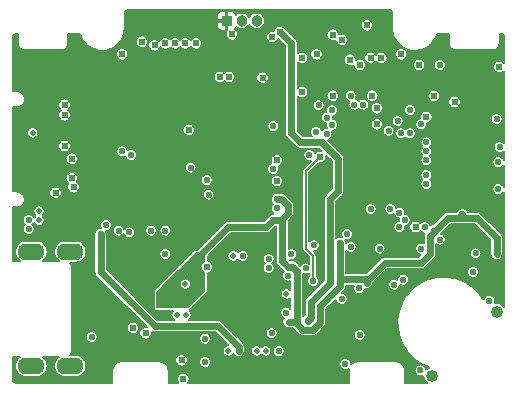
<source format=gbr>
G04 #@! TF.GenerationSoftware,KiCad,Pcbnew,5.1.5+dfsg1-2build2*
G04 #@! TF.CreationDate,2020-11-28T22:40:57+01:00*
G04 #@! TF.ProjectId,FunKey,46756e4b-6579-42e6-9b69-6361645f7063,E*
G04 #@! TF.SameCoordinates,Original*
G04 #@! TF.FileFunction,Copper,L2,Inr*
G04 #@! TF.FilePolarity,Positive*
%FSLAX46Y46*%
G04 Gerber Fmt 4.6, Leading zero omitted, Abs format (unit mm)*
G04 Created by KiCad (PCBNEW 5.1.5+dfsg1-2build2) date 2020-11-28 22:40:57*
%MOMM*%
%LPD*%
G04 APERTURE LIST*
%ADD10C,0.609600*%
%ADD11O,2.300000X1.400000*%
%ADD12C,0.965200*%
%ADD13R,0.965200X0.965200*%
%ADD14C,0.508000*%
%ADD15C,0.558800*%
%ADD16C,1.016000*%
%ADD17C,0.609600*%
%ADD18C,0.152400*%
G04 APERTURE END LIST*
D10*
X106950000Y-57166000D03*
X107950000Y-57166000D03*
X108950000Y-57166000D03*
X106950000Y-58166000D03*
X107950000Y-58166000D03*
X108950000Y-58166000D03*
X106950000Y-59166000D03*
X107950000Y-59166000D03*
X108950000Y-59166000D03*
X94050000Y-70415000D03*
X94050000Y-69215000D03*
X94050000Y-68015000D03*
X95250000Y-70415000D03*
X95250000Y-69215000D03*
X95250000Y-68015000D03*
X96450000Y-70415000D03*
X96450000Y-69215000D03*
X96450000Y-68015000D03*
D11*
X81250000Y-74573000D03*
X81250000Y-64873000D03*
X77950000Y-64873000D03*
X77950000Y-74573000D03*
D12*
X97028000Y-45339000D03*
X95758000Y-45339000D03*
D13*
X94488000Y-45339000D03*
D14*
X102362000Y-73279000D03*
X100330000Y-74295000D03*
X93726000Y-74422000D03*
X88773000Y-70358000D03*
X89611200Y-71932800D03*
X89662000Y-64008000D03*
X90678000Y-62865000D03*
X92049600Y-64084200D03*
X95275400Y-63779400D03*
X109016800Y-64541400D03*
X86868000Y-73152000D03*
X94996000Y-59309000D03*
X117297200Y-51968400D03*
X96012000Y-54610000D03*
X96901000Y-55499000D03*
X97663000Y-58674000D03*
X117475000Y-67056000D03*
X117475000Y-58801000D03*
X117602000Y-54406800D03*
X110566200Y-48310800D03*
X117602000Y-61722000D03*
X91440000Y-74193400D03*
X78181200Y-52349400D03*
X78054200Y-53492400D03*
X77927200Y-56794400D03*
X77927200Y-57810400D03*
X78054200Y-58953400D03*
X78714600Y-54051200D03*
X106426000Y-69088000D03*
X85725000Y-71628000D03*
X85598000Y-70485000D03*
X86614000Y-66167000D03*
X87757000Y-66167000D03*
X88265000Y-73787000D03*
X97739200Y-74447400D03*
X83058000Y-70993000D03*
X91694000Y-44805600D03*
X90678000Y-44805600D03*
X89662000Y-44805600D03*
X88646000Y-44805600D03*
X87630000Y-44805600D03*
X100761800Y-65024000D03*
X105486200Y-69113400D03*
X116840000Y-67691000D03*
X106476800Y-64338200D03*
X108331000Y-68427600D03*
X107950000Y-69291200D03*
X114503200Y-51689000D03*
X92837000Y-56769000D03*
X79451200Y-50444400D03*
X91313000Y-61849000D03*
X96774000Y-71120000D03*
X97663000Y-53975000D03*
D15*
X80645000Y-63246000D03*
D14*
X108204000Y-72390000D03*
X110032800Y-64414400D03*
X104394000Y-75438000D03*
X104190800Y-54533800D03*
D15*
X84201000Y-60198000D03*
D14*
X103047800Y-59334400D03*
X77673200Y-50063400D03*
X80975200Y-48539400D03*
X83820000Y-48260000D03*
X86360000Y-50800000D03*
X86360000Y-53340000D03*
X84074000Y-53340000D03*
X88900000Y-60960000D03*
X91186000Y-55372000D03*
X78740000Y-63500000D03*
X113792000Y-58420000D03*
X106680000Y-55880000D03*
X82118200Y-50800000D03*
X78435200Y-51079400D03*
X80772000Y-54254400D03*
D15*
X84963000Y-61214000D03*
D14*
X85090000Y-65659000D03*
X83947000Y-70231000D03*
X102616000Y-75565000D03*
X97282000Y-69342000D03*
X94488000Y-67183000D03*
X94234000Y-56896000D03*
X94234000Y-58801000D03*
X97663000Y-57658000D03*
X97663000Y-60706000D03*
X97663000Y-61620400D03*
X97053400Y-61163200D03*
X107924600Y-51689000D03*
X113792000Y-57150000D03*
X113665000Y-61214000D03*
X112649000Y-61468000D03*
X114046000Y-63881000D03*
X116205000Y-66929000D03*
X109601000Y-60071000D03*
X106299000Y-60071000D03*
X91440000Y-56972200D03*
X90297000Y-59055000D03*
X83718400Y-71678800D03*
X90297000Y-54610000D03*
X90297000Y-55753000D03*
X80467200Y-58394600D03*
X102387400Y-63703200D03*
X100584000Y-72263000D03*
X113030000Y-52146200D03*
D10*
X103632000Y-47396400D03*
X105156000Y-47853600D03*
X105918000Y-47091600D03*
X101803200Y-45034200D03*
D14*
X99212400Y-50977800D03*
X96774000Y-50063400D03*
D10*
X100736400Y-47015400D03*
D14*
X105841800Y-53594000D03*
X115493800Y-48133000D03*
X112242600Y-47548800D03*
X94640400Y-73279000D03*
X90297000Y-70231000D03*
X97790000Y-73279000D03*
X91008200Y-67614800D03*
X95046800Y-65227200D03*
X99542600Y-68453000D03*
D15*
X89306400Y-65074800D03*
X83058000Y-72085200D03*
X104241600Y-68884800D03*
D14*
X97028000Y-73279000D03*
X91059000Y-70231000D03*
D10*
X97536000Y-50139600D03*
D15*
X105714800Y-67970400D03*
X117602000Y-56007000D03*
X117500400Y-57302400D03*
X112547400Y-49072800D03*
X98729800Y-61214000D03*
X92964000Y-60045600D03*
X92811600Y-58826400D03*
X115366800Y-66598800D03*
D10*
X106680000Y-48463200D03*
X105765600Y-49072800D03*
X100888800Y-51358800D03*
X104241600Y-46939200D03*
X98755200Y-58902600D03*
X109270800Y-48158400D03*
D14*
X99745800Y-70815200D03*
D15*
X112014000Y-63093600D03*
X91744800Y-66751200D03*
X104089200Y-64160400D03*
X77724000Y-62179200D03*
X89306400Y-63093600D03*
X89001600Y-69189600D03*
X89916000Y-69189600D03*
X90830400Y-69189600D03*
X99974400Y-66141600D03*
X117348000Y-65074800D03*
X117500400Y-59588400D03*
X114452400Y-61722000D03*
X117348000Y-53644800D03*
X98450400Y-62179200D03*
X98755200Y-60426600D03*
X92354400Y-66751200D03*
X106375200Y-67513200D03*
X77724000Y-62941200D03*
D10*
X113792000Y-52197000D03*
X107594400Y-48463200D03*
X104927400Y-48615600D03*
X85648800Y-48158400D03*
D15*
X101803200Y-67360800D03*
X92659200Y-74218800D03*
D10*
X102412800Y-56845200D03*
D15*
X95504000Y-73279000D03*
X83820000Y-63398400D03*
X108661200Y-67665600D03*
D10*
X92811600Y-66141600D03*
X98755200Y-57150000D03*
X91287600Y-54559200D03*
D15*
X101650800Y-69951600D03*
X101346000Y-70713600D03*
D10*
X98983800Y-46253400D03*
D15*
X98425000Y-57861200D03*
X98450400Y-54254400D03*
D10*
X102108000Y-48158400D03*
X94691200Y-50088800D03*
X93929200Y-50088800D03*
D15*
X107442000Y-64617600D03*
D10*
X90830400Y-75641200D03*
X90678000Y-74066400D03*
D15*
X102285800Y-52476400D03*
D10*
X80772000Y-52425600D03*
D15*
X103428800Y-52908200D03*
D10*
X80772000Y-53340000D03*
D15*
X105003600Y-64465200D03*
X103428800Y-54127400D03*
D10*
X81381600Y-56997600D03*
X80010000Y-59893200D03*
D15*
X102971600Y-54889400D03*
D10*
X81381600Y-58674000D03*
D15*
X102057200Y-54737000D03*
D10*
X81534000Y-59436000D03*
D15*
X101879400Y-64338200D03*
X92659200Y-72237600D03*
X101498400Y-56692800D03*
D10*
X111404400Y-53467000D03*
X112064800Y-51689000D03*
X98374200Y-46710600D03*
X94945200Y-46482000D03*
X107213400Y-52730400D03*
X107213400Y-54102000D03*
D15*
X99669600Y-66903600D03*
X99517200Y-70027800D03*
X98298000Y-71780400D03*
X98907600Y-73304400D03*
D10*
X103479600Y-51663600D03*
X110490000Y-62788800D03*
D14*
X78613000Y-61442600D03*
X78079600Y-54813200D03*
X78613000Y-62204600D03*
D15*
X104698800Y-63398400D03*
X102971600Y-53517800D03*
D10*
X80772000Y-55930800D03*
D15*
X105765600Y-71932800D03*
D10*
X103479600Y-46507400D03*
D15*
X116738400Y-69037200D03*
D16*
X117348000Y-69950000D03*
D15*
X104546400Y-74371200D03*
X110896400Y-74930000D03*
D16*
X111900000Y-75387200D03*
D10*
X87325200Y-47091600D03*
D15*
X84277200Y-62636400D03*
X111404400Y-57150000D03*
X109118400Y-61569600D03*
X111404400Y-56388000D03*
X108356400Y-61264800D03*
X111404400Y-55626000D03*
X106680000Y-61264800D03*
D10*
X117576600Y-49225200D03*
D15*
X115570000Y-65024000D03*
X112547400Y-63855600D03*
X101193600Y-66294000D03*
X110947200Y-64617600D03*
D10*
X100888800Y-48463200D03*
D15*
X109448600Y-67233800D03*
X95859600Y-65227200D03*
D10*
X86563200Y-71323200D03*
X87630000Y-71780400D03*
D15*
X105308400Y-52425600D03*
D10*
X88392000Y-47396400D03*
D15*
X105003600Y-51663600D03*
D10*
X89306400Y-47244000D03*
X106832400Y-51663600D03*
X91897200Y-47244000D03*
D15*
X106070400Y-52425600D03*
D10*
X90119200Y-47244000D03*
X90982800Y-47244000D03*
X110794800Y-49072800D03*
D15*
X110947200Y-54102000D03*
X88087200Y-63093600D03*
X91440000Y-57759600D03*
D10*
X106375200Y-45720000D03*
D15*
X110032800Y-52882800D03*
X99974400Y-65074800D03*
X111252000Y-62788800D03*
X110032800Y-54864000D03*
X98044000Y-65481200D03*
X108966000Y-53797200D03*
X111404400Y-58369200D03*
X109118400Y-62788800D03*
X85344000Y-63093600D03*
X85648800Y-56388000D03*
X109270800Y-54864000D03*
X98044000Y-66243200D03*
X108204000Y-54635400D03*
X111404400Y-59131200D03*
X109575600Y-62179200D03*
X86258400Y-63246000D03*
X86410800Y-56692800D03*
D17*
X104089200Y-67208400D02*
X104089200Y-64160400D01*
X100431600Y-66522600D02*
X100431600Y-70764400D01*
X99974400Y-66141600D02*
X100050600Y-66141600D01*
X100050600Y-66141600D02*
X100431600Y-66522600D01*
X98450400Y-62179200D02*
X99060000Y-62179200D01*
X99060000Y-62179200D02*
X99669600Y-61569600D01*
X99669600Y-61569600D02*
X99669600Y-60960000D01*
X99669600Y-60960000D02*
X99136200Y-60426600D01*
X99136200Y-60426600D02*
X98755200Y-60426600D01*
X99745800Y-70815200D02*
X100279200Y-70815200D01*
X100279200Y-70815200D02*
X100380800Y-70815200D01*
X100888800Y-71475600D02*
X101803200Y-71475600D01*
X101803200Y-71475600D02*
X102412800Y-70866000D01*
X102412800Y-70866000D02*
X102412800Y-69494400D01*
X102412800Y-69494400D02*
X104089200Y-67818000D01*
X104089200Y-67818000D02*
X104089200Y-67208400D01*
X104089200Y-67208400D02*
X106299000Y-67208400D01*
X106375200Y-67208400D02*
X106375200Y-67513200D01*
X100888800Y-71475600D02*
X100888800Y-71424800D01*
X100888800Y-71424800D02*
X100279200Y-70815200D01*
X100431600Y-70764400D02*
X100380800Y-70815200D01*
X106375200Y-67513200D02*
X106375200Y-67284600D01*
X106375200Y-67284600D02*
X106299000Y-67208400D01*
X106299000Y-67208400D02*
X106375200Y-67208400D01*
X106375200Y-67208400D02*
X106527600Y-67208400D01*
X106527600Y-67208400D02*
X107899200Y-65836800D01*
X107899200Y-65836800D02*
X110947200Y-65836800D01*
X94640400Y-62788800D02*
X91516200Y-65913000D01*
X99974400Y-66141600D02*
X99669600Y-66141600D01*
X99669600Y-66141600D02*
X99212400Y-65684400D01*
X99212400Y-65684400D02*
X99212400Y-62331600D01*
X99212400Y-62331600D02*
X99060000Y-62179200D01*
X94640400Y-62788800D02*
X97840800Y-62788800D01*
X97840800Y-62788800D02*
X98450400Y-62179200D01*
X91516200Y-65913000D02*
X91516200Y-66522600D01*
X91516200Y-66522600D02*
X91744800Y-66751200D01*
X110947200Y-65836800D02*
X111709200Y-65074800D01*
X111709200Y-65074800D02*
X111709200Y-63550800D01*
X112014000Y-63093600D02*
X112014000Y-63246000D01*
X112014000Y-63246000D02*
X111709200Y-63550800D01*
X112014000Y-63093600D02*
X112166400Y-63093600D01*
X112166400Y-63093600D02*
X113233200Y-62026800D01*
X113233200Y-62026800D02*
X114147600Y-62026800D01*
X114452400Y-61722000D02*
X114147600Y-62026800D01*
X114452400Y-61722000D02*
X114452400Y-61874400D01*
X114452400Y-61874400D02*
X114300000Y-62026800D01*
X114300000Y-62026800D02*
X115671600Y-62026800D01*
X115671600Y-62026800D02*
X117348000Y-63703200D01*
X117348000Y-63703200D02*
X117348000Y-65074800D01*
D18*
X102412800Y-56845200D02*
X101193600Y-58064400D01*
X101193600Y-58064400D02*
X101193600Y-64617600D01*
X101193600Y-64617600D02*
X101803200Y-65227200D01*
X101803200Y-65227200D02*
X101803200Y-67360800D01*
D17*
X95504000Y-73279000D02*
X95504000Y-72948800D01*
X95504000Y-72948800D02*
X93726000Y-71170800D01*
X93726000Y-71170800D02*
X88392000Y-71170800D01*
X88392000Y-71170800D02*
X83820000Y-66598800D01*
X83820000Y-66598800D02*
X83820000Y-63398400D01*
X103251000Y-60426600D02*
X103251000Y-67513200D01*
X101650800Y-69951600D02*
X101650800Y-70408800D01*
X101650800Y-70408800D02*
X101346000Y-70713600D01*
X101650800Y-69951600D02*
X101650800Y-69113400D01*
X101650800Y-69113400D02*
X103251000Y-67513200D01*
X103251000Y-60426600D02*
X103936800Y-59740800D01*
X103936800Y-59740800D02*
X103936800Y-56997600D01*
X99974400Y-54864000D02*
X99974400Y-47244000D01*
X99974400Y-54864000D02*
X100736400Y-55626000D01*
X100736400Y-55626000D02*
X102565200Y-55626000D01*
X102565200Y-55626000D02*
X103936800Y-56997600D01*
X99974400Y-47244000D02*
X98983800Y-46253400D01*
D18*
G36*
X108302404Y-44435337D02*
G01*
X108352814Y-44450557D01*
X108399306Y-44475277D01*
X108440112Y-44508558D01*
X108473675Y-44549128D01*
X108498721Y-44595450D01*
X108514291Y-44645746D01*
X108520900Y-44708630D01*
X108520901Y-45961251D01*
X108521243Y-45964728D01*
X108524226Y-46061171D01*
X108525909Y-46074176D01*
X108526532Y-46087267D01*
X108527017Y-46090429D01*
X108579643Y-46418002D01*
X108584915Y-46438057D01*
X108589919Y-46458238D01*
X108591010Y-46461245D01*
X108706259Y-46772358D01*
X108715310Y-46790975D01*
X108724154Y-46809833D01*
X108725808Y-46812571D01*
X108899292Y-47095374D01*
X108911826Y-47111931D01*
X108924125Y-47128658D01*
X108926274Y-47131017D01*
X108926279Y-47131023D01*
X108926285Y-47131028D01*
X109151388Y-47374743D01*
X109166894Y-47388545D01*
X109182214Y-47402570D01*
X109184787Y-47404472D01*
X109452949Y-47599827D01*
X109470849Y-47610360D01*
X109488592Y-47621136D01*
X109491485Y-47622502D01*
X109792482Y-47762050D01*
X109812071Y-47768899D01*
X109831586Y-47776031D01*
X109834689Y-47776808D01*
X110157061Y-47855234D01*
X110177569Y-47858143D01*
X110198135Y-47861354D01*
X110201330Y-47861514D01*
X110532795Y-47875831D01*
X110553526Y-47874698D01*
X110574276Y-47873855D01*
X110577441Y-47873392D01*
X110905374Y-47823054D01*
X110925515Y-47817910D01*
X110945681Y-47813059D01*
X110948686Y-47811993D01*
X110948696Y-47811990D01*
X110948705Y-47811986D01*
X111260606Y-47698914D01*
X111279308Y-47689983D01*
X111298204Y-47681281D01*
X111300949Y-47679648D01*
X111300954Y-47679646D01*
X111300958Y-47679643D01*
X111584960Y-47508141D01*
X111601580Y-47495741D01*
X111618417Y-47483541D01*
X111620797Y-47481404D01*
X111866083Y-47258001D01*
X111879962Y-47242627D01*
X111894125Y-47227371D01*
X111896045Y-47224811D01*
X112093265Y-46958021D01*
X112103916Y-46940206D01*
X112114823Y-46922527D01*
X112116209Y-46919644D01*
X112257855Y-46619627D01*
X112264846Y-46600072D01*
X112272108Y-46580622D01*
X112272908Y-46577525D01*
X112310116Y-46429100D01*
X113296400Y-46429100D01*
X113296401Y-47262459D01*
X113297464Y-47273250D01*
X113297451Y-47275078D01*
X113297796Y-47278602D01*
X113303916Y-47336831D01*
X113308537Y-47359342D01*
X113312845Y-47381925D01*
X113313869Y-47385315D01*
X113331183Y-47441248D01*
X113340095Y-47462448D01*
X113348701Y-47483748D01*
X113350363Y-47486875D01*
X113378211Y-47538378D01*
X113391088Y-47557468D01*
X113403650Y-47576665D01*
X113405887Y-47579409D01*
X113443208Y-47624522D01*
X113459524Y-47640724D01*
X113475600Y-47657140D01*
X113478328Y-47659398D01*
X113523701Y-47696403D01*
X113542864Y-47709135D01*
X113561808Y-47722106D01*
X113564922Y-47723790D01*
X113616619Y-47751278D01*
X113637843Y-47760026D01*
X113658997Y-47769093D01*
X113662380Y-47770140D01*
X113718431Y-47787063D01*
X113740978Y-47791527D01*
X113763463Y-47796306D01*
X113766985Y-47796677D01*
X113825254Y-47802390D01*
X113825255Y-47802390D01*
X113837541Y-47803600D01*
X117062459Y-47803600D01*
X117073260Y-47802536D01*
X117075078Y-47802549D01*
X117078602Y-47802204D01*
X117136831Y-47796084D01*
X117159342Y-47791463D01*
X117181925Y-47787155D01*
X117185315Y-47786131D01*
X117241248Y-47768817D01*
X117262448Y-47759905D01*
X117283748Y-47751299D01*
X117286875Y-47749637D01*
X117338378Y-47721789D01*
X117357468Y-47708912D01*
X117376665Y-47696350D01*
X117379409Y-47694113D01*
X117424522Y-47656792D01*
X117440724Y-47640476D01*
X117457140Y-47624400D01*
X117459398Y-47621672D01*
X117496403Y-47576299D01*
X117509135Y-47557136D01*
X117522106Y-47538192D01*
X117523790Y-47535078D01*
X117551278Y-47483381D01*
X117560026Y-47462157D01*
X117569093Y-47441003D01*
X117570140Y-47437620D01*
X117587063Y-47381569D01*
X117591527Y-47359022D01*
X117596306Y-47336537D01*
X117596677Y-47333015D01*
X117602390Y-47274746D01*
X117602390Y-47274745D01*
X117603600Y-47262459D01*
X117603600Y-46429100D01*
X117688793Y-46429100D01*
X117752404Y-46435337D01*
X117802814Y-46450557D01*
X117849306Y-46475277D01*
X117890112Y-46508558D01*
X117923675Y-46549128D01*
X117948721Y-46595450D01*
X117964291Y-46645746D01*
X117970901Y-46708640D01*
X117970901Y-48865159D01*
X117916623Y-48810881D01*
X117829260Y-48752507D01*
X117732187Y-48712298D01*
X117629135Y-48691800D01*
X117524065Y-48691800D01*
X117421013Y-48712298D01*
X117323940Y-48752507D01*
X117236577Y-48810881D01*
X117162281Y-48885177D01*
X117103907Y-48972540D01*
X117063698Y-49069613D01*
X117043200Y-49172665D01*
X117043200Y-49277735D01*
X117063698Y-49380787D01*
X117103907Y-49477860D01*
X117162281Y-49565223D01*
X117236577Y-49639519D01*
X117323940Y-49697893D01*
X117421013Y-49738102D01*
X117524065Y-49758600D01*
X117629135Y-49758600D01*
X117732187Y-49738102D01*
X117829260Y-49697893D01*
X117916623Y-49639519D01*
X117970901Y-49585241D01*
X117970901Y-55657481D01*
X117925831Y-55612411D01*
X117842628Y-55556816D01*
X117750178Y-55518522D01*
X117652034Y-55499000D01*
X117551966Y-55499000D01*
X117453822Y-55518522D01*
X117361372Y-55556816D01*
X117278169Y-55612411D01*
X117207411Y-55683169D01*
X117151816Y-55766372D01*
X117113522Y-55858822D01*
X117094000Y-55956966D01*
X117094000Y-56057034D01*
X117113522Y-56155178D01*
X117151816Y-56247628D01*
X117207411Y-56330831D01*
X117278169Y-56401589D01*
X117361372Y-56457184D01*
X117453822Y-56495478D01*
X117551966Y-56515000D01*
X117652034Y-56515000D01*
X117750178Y-56495478D01*
X117842628Y-56457184D01*
X117925831Y-56401589D01*
X117970901Y-56356519D01*
X117970901Y-57110821D01*
X117950584Y-57061772D01*
X117894989Y-56978569D01*
X117824231Y-56907811D01*
X117741028Y-56852216D01*
X117648578Y-56813922D01*
X117550434Y-56794400D01*
X117450366Y-56794400D01*
X117352222Y-56813922D01*
X117259772Y-56852216D01*
X117176569Y-56907811D01*
X117105811Y-56978569D01*
X117050216Y-57061772D01*
X117011922Y-57154222D01*
X116992400Y-57252366D01*
X116992400Y-57352434D01*
X117011922Y-57450578D01*
X117050216Y-57543028D01*
X117105811Y-57626231D01*
X117176569Y-57696989D01*
X117259772Y-57752584D01*
X117352222Y-57790878D01*
X117450366Y-57810400D01*
X117550434Y-57810400D01*
X117648578Y-57790878D01*
X117741028Y-57752584D01*
X117824231Y-57696989D01*
X117894989Y-57626231D01*
X117950584Y-57543028D01*
X117970901Y-57493979D01*
X117970900Y-59396820D01*
X117950584Y-59347772D01*
X117894989Y-59264569D01*
X117824231Y-59193811D01*
X117741028Y-59138216D01*
X117648578Y-59099922D01*
X117550434Y-59080400D01*
X117450366Y-59080400D01*
X117352222Y-59099922D01*
X117259772Y-59138216D01*
X117176569Y-59193811D01*
X117105811Y-59264569D01*
X117050216Y-59347772D01*
X117011922Y-59440222D01*
X116992400Y-59538366D01*
X116992400Y-59638434D01*
X117011922Y-59736578D01*
X117050216Y-59829028D01*
X117105811Y-59912231D01*
X117176569Y-59982989D01*
X117259772Y-60038584D01*
X117352222Y-60076878D01*
X117450366Y-60096400D01*
X117550434Y-60096400D01*
X117648578Y-60076878D01*
X117741028Y-60038584D01*
X117824231Y-59982989D01*
X117894989Y-59912231D01*
X117950584Y-59829028D01*
X117970900Y-59779980D01*
X117970900Y-69556391D01*
X117920155Y-69480445D01*
X117817555Y-69377845D01*
X117696911Y-69297234D01*
X117562858Y-69241707D01*
X117420549Y-69213400D01*
X117275451Y-69213400D01*
X117209867Y-69226445D01*
X117226878Y-69185378D01*
X117246400Y-69087234D01*
X117246400Y-68987166D01*
X117226878Y-68889022D01*
X117188584Y-68796572D01*
X117132989Y-68713369D01*
X117062231Y-68642611D01*
X116979028Y-68587016D01*
X116886578Y-68548722D01*
X116788434Y-68529200D01*
X116688366Y-68529200D01*
X116590222Y-68548722D01*
X116497772Y-68587016D01*
X116414569Y-68642611D01*
X116343811Y-68713369D01*
X116288216Y-68796572D01*
X116249922Y-68889022D01*
X116246864Y-68904396D01*
X116240211Y-68892835D01*
X116238134Y-68889967D01*
X115812750Y-68311250D01*
X115797402Y-68294155D01*
X115782280Y-68276831D01*
X115779685Y-68274421D01*
X115249997Y-67789350D01*
X115231602Y-67775548D01*
X115213421Y-67761505D01*
X115210408Y-67759645D01*
X114596590Y-67386696D01*
X114575868Y-67376731D01*
X114555303Y-67366485D01*
X114551986Y-67365246D01*
X113877419Y-67118624D01*
X113855173Y-67112878D01*
X113832993Y-67106818D01*
X113829498Y-67106246D01*
X113119875Y-66995345D01*
X113096911Y-66994028D01*
X113074001Y-66992393D01*
X113070461Y-66992511D01*
X112352813Y-67021555D01*
X112330013Y-67024726D01*
X112307239Y-67027570D01*
X112303790Y-67028373D01*
X111605451Y-67196256D01*
X111583701Y-67203795D01*
X111561914Y-67211008D01*
X111558690Y-67212465D01*
X111558686Y-67212466D01*
X111558682Y-67212468D01*
X110906254Y-67512793D01*
X110886388Y-67524410D01*
X110866412Y-67535720D01*
X110863529Y-67537777D01*
X110281857Y-67959110D01*
X110264624Y-67974366D01*
X110247226Y-67989340D01*
X110244798Y-67991917D01*
X109756041Y-68518206D01*
X109742103Y-68536513D01*
X109727942Y-68554586D01*
X109726061Y-68557586D01*
X109348835Y-69168785D01*
X109338731Y-69189426D01*
X109328336Y-69209931D01*
X109327074Y-69213239D01*
X109075749Y-69886068D01*
X109069843Y-69908291D01*
X109063633Y-69930411D01*
X109063037Y-69933902D01*
X108947184Y-70642733D01*
X108945705Y-70665715D01*
X108943912Y-70688585D01*
X108944005Y-70692125D01*
X108968039Y-71409960D01*
X108971049Y-71432763D01*
X108973735Y-71455574D01*
X108974514Y-71459028D01*
X109137517Y-72158523D01*
X109144902Y-72180319D01*
X109151965Y-72202163D01*
X109153400Y-72205400D01*
X109449166Y-72859912D01*
X109460645Y-72879860D01*
X109471815Y-72899914D01*
X109473851Y-72902810D01*
X109891113Y-73487411D01*
X109906255Y-73504758D01*
X109921100Y-73522252D01*
X109923660Y-73524698D01*
X110446524Y-74017116D01*
X110464699Y-74031154D01*
X110482707Y-74045470D01*
X110485694Y-74047371D01*
X111094245Y-74428854D01*
X111114829Y-74439109D01*
X111135246Y-74449639D01*
X111138546Y-74450925D01*
X111646401Y-74644678D01*
X111646401Y-74694954D01*
X111551089Y-74734434D01*
X111430445Y-74815045D01*
X111397950Y-74847540D01*
X111384878Y-74781822D01*
X111346584Y-74689372D01*
X111290989Y-74606169D01*
X111220231Y-74535411D01*
X111137028Y-74479816D01*
X111044578Y-74441522D01*
X110946434Y-74422000D01*
X110846366Y-74422000D01*
X110748222Y-74441522D01*
X110655772Y-74479816D01*
X110572569Y-74535411D01*
X110501811Y-74606169D01*
X110446216Y-74689372D01*
X110407922Y-74781822D01*
X110388400Y-74879966D01*
X110388400Y-74980034D01*
X110407922Y-75078178D01*
X110446216Y-75170628D01*
X110501811Y-75253831D01*
X110572569Y-75324589D01*
X110655772Y-75380184D01*
X110748222Y-75418478D01*
X110846366Y-75438000D01*
X110946434Y-75438000D01*
X111044578Y-75418478D01*
X111137028Y-75380184D01*
X111163400Y-75362563D01*
X111163400Y-75459749D01*
X111191707Y-75602058D01*
X111247234Y-75736111D01*
X111327845Y-75856755D01*
X111430445Y-75959355D01*
X111447723Y-75970900D01*
X109579100Y-75970900D01*
X109579100Y-74888749D01*
X109578124Y-74878842D01*
X109578146Y-74875746D01*
X109577833Y-74872562D01*
X109567633Y-74775514D01*
X109563460Y-74755183D01*
X109559567Y-74734777D01*
X109558644Y-74731722D01*
X109558643Y-74731715D01*
X109558640Y-74731709D01*
X109529786Y-74638496D01*
X109521755Y-74619390D01*
X109513961Y-74600100D01*
X109512459Y-74597275D01*
X109466046Y-74511437D01*
X109454423Y-74494206D01*
X109443065Y-74476849D01*
X109441044Y-74474371D01*
X109441043Y-74474369D01*
X109441038Y-74474364D01*
X109378841Y-74399181D01*
X109364135Y-74384577D01*
X109349581Y-74369715D01*
X109347116Y-74367676D01*
X109271495Y-74306000D01*
X109254210Y-74294515D01*
X109237065Y-74282776D01*
X109234259Y-74281259D01*
X109234254Y-74281256D01*
X109234249Y-74281254D01*
X109148090Y-74235443D01*
X109128928Y-74227545D01*
X109109809Y-74219351D01*
X109106753Y-74218405D01*
X109013335Y-74190200D01*
X108992995Y-74186172D01*
X108972654Y-74181849D01*
X108969475Y-74181515D01*
X108969473Y-74181515D01*
X108872355Y-74171993D01*
X108872349Y-74171993D01*
X108861251Y-74170900D01*
X105538749Y-74170900D01*
X105528842Y-74171876D01*
X105525746Y-74171854D01*
X105522562Y-74172167D01*
X105425514Y-74182367D01*
X105405183Y-74186540D01*
X105384777Y-74190433D01*
X105381722Y-74191356D01*
X105381715Y-74191357D01*
X105381709Y-74191360D01*
X105288496Y-74220214D01*
X105269390Y-74228245D01*
X105250100Y-74236039D01*
X105247275Y-74237541D01*
X105161437Y-74283954D01*
X105144206Y-74295577D01*
X105126849Y-74306935D01*
X105124375Y-74308953D01*
X105124369Y-74308957D01*
X105124364Y-74308962D01*
X105054400Y-74366841D01*
X105054400Y-74321166D01*
X105034878Y-74223022D01*
X104996584Y-74130572D01*
X104940989Y-74047369D01*
X104870231Y-73976611D01*
X104787028Y-73921016D01*
X104694578Y-73882722D01*
X104596434Y-73863200D01*
X104496366Y-73863200D01*
X104398222Y-73882722D01*
X104305772Y-73921016D01*
X104222569Y-73976611D01*
X104151811Y-74047369D01*
X104096216Y-74130572D01*
X104057922Y-74223022D01*
X104038400Y-74321166D01*
X104038400Y-74421234D01*
X104057922Y-74519378D01*
X104096216Y-74611828D01*
X104151811Y-74695031D01*
X104222569Y-74765789D01*
X104305772Y-74821384D01*
X104398222Y-74859678D01*
X104496366Y-74879200D01*
X104596434Y-74879200D01*
X104694578Y-74859678D01*
X104787028Y-74821384D01*
X104830347Y-74792439D01*
X104821993Y-74877645D01*
X104821993Y-74877652D01*
X104820900Y-74888750D01*
X104820901Y-75970900D01*
X91251617Y-75970900D01*
X91303093Y-75893860D01*
X91343302Y-75796787D01*
X91363800Y-75693735D01*
X91363800Y-75588665D01*
X91343302Y-75485613D01*
X91303093Y-75388540D01*
X91244719Y-75301177D01*
X91170423Y-75226881D01*
X91083060Y-75168507D01*
X90985987Y-75128298D01*
X90882935Y-75107800D01*
X90777865Y-75107800D01*
X90674813Y-75128298D01*
X90577740Y-75168507D01*
X90490377Y-75226881D01*
X90416081Y-75301177D01*
X90357707Y-75388540D01*
X90317498Y-75485613D01*
X90297000Y-75588665D01*
X90297000Y-75693735D01*
X90317498Y-75796787D01*
X90357707Y-75893860D01*
X90409183Y-75970900D01*
X89579100Y-75970900D01*
X89579100Y-74888749D01*
X89578124Y-74878842D01*
X89578146Y-74875746D01*
X89577833Y-74872562D01*
X89567633Y-74775514D01*
X89563460Y-74755183D01*
X89559567Y-74734777D01*
X89558644Y-74731722D01*
X89558643Y-74731715D01*
X89558640Y-74731709D01*
X89529786Y-74638496D01*
X89521755Y-74619390D01*
X89513961Y-74600100D01*
X89512459Y-74597275D01*
X89466046Y-74511437D01*
X89454423Y-74494206D01*
X89443065Y-74476849D01*
X89441044Y-74474371D01*
X89441043Y-74474369D01*
X89441038Y-74474364D01*
X89378841Y-74399181D01*
X89364135Y-74384577D01*
X89349581Y-74369715D01*
X89347116Y-74367676D01*
X89271495Y-74306000D01*
X89254210Y-74294515D01*
X89237065Y-74282776D01*
X89234259Y-74281259D01*
X89234254Y-74281256D01*
X89234249Y-74281254D01*
X89148090Y-74235443D01*
X89128928Y-74227545D01*
X89109809Y-74219351D01*
X89106753Y-74218405D01*
X89013335Y-74190200D01*
X88992995Y-74186172D01*
X88972654Y-74181849D01*
X88969475Y-74181515D01*
X88969473Y-74181515D01*
X88872355Y-74171993D01*
X88872349Y-74171993D01*
X88861251Y-74170900D01*
X85538749Y-74170900D01*
X85528842Y-74171876D01*
X85525746Y-74171854D01*
X85522562Y-74172167D01*
X85425514Y-74182367D01*
X85405183Y-74186540D01*
X85384777Y-74190433D01*
X85381722Y-74191356D01*
X85381715Y-74191357D01*
X85381709Y-74191360D01*
X85288496Y-74220214D01*
X85269390Y-74228245D01*
X85250100Y-74236039D01*
X85247275Y-74237541D01*
X85161437Y-74283954D01*
X85144206Y-74295577D01*
X85126849Y-74306935D01*
X85124375Y-74308953D01*
X85124369Y-74308957D01*
X85124364Y-74308962D01*
X85049181Y-74371159D01*
X85034577Y-74385865D01*
X85019715Y-74400419D01*
X85017676Y-74402884D01*
X84956000Y-74478505D01*
X84944515Y-74495790D01*
X84932776Y-74512935D01*
X84931259Y-74515741D01*
X84931256Y-74515746D01*
X84931256Y-74515747D01*
X84931255Y-74515749D01*
X84885443Y-74601910D01*
X84877545Y-74621072D01*
X84869351Y-74640191D01*
X84868405Y-74643247D01*
X84840200Y-74736665D01*
X84836172Y-74757005D01*
X84831849Y-74777346D01*
X84831515Y-74780527D01*
X84821993Y-74877645D01*
X84821993Y-74877661D01*
X84820901Y-74888749D01*
X84820900Y-75970900D01*
X76711208Y-75970900D01*
X76647596Y-75964663D01*
X76597186Y-75949443D01*
X76550694Y-75924723D01*
X76509888Y-75891442D01*
X76476326Y-75850873D01*
X76451279Y-75804549D01*
X76435709Y-75754253D01*
X76429100Y-75691371D01*
X76429100Y-73802100D01*
X76975584Y-73802100D01*
X76840204Y-73913204D01*
X76724162Y-74054601D01*
X76637934Y-74215921D01*
X76584836Y-74390963D01*
X76566907Y-74573000D01*
X76584836Y-74755037D01*
X76637934Y-74930079D01*
X76724162Y-75091399D01*
X76840204Y-75232796D01*
X76981601Y-75348838D01*
X77142921Y-75435066D01*
X77317963Y-75488164D01*
X77454382Y-75501600D01*
X78445618Y-75501600D01*
X78582037Y-75488164D01*
X78757079Y-75435066D01*
X78918399Y-75348838D01*
X79059796Y-75232796D01*
X79175838Y-75091399D01*
X79262066Y-74930079D01*
X79315164Y-74755037D01*
X79333093Y-74573000D01*
X79315164Y-74390963D01*
X79262066Y-74215921D01*
X79175838Y-74054601D01*
X79059796Y-73913204D01*
X78924416Y-73802100D01*
X80275584Y-73802100D01*
X80140204Y-73913204D01*
X80024162Y-74054601D01*
X79937934Y-74215921D01*
X79884836Y-74390963D01*
X79866907Y-74573000D01*
X79884836Y-74755037D01*
X79937934Y-74930079D01*
X80024162Y-75091399D01*
X80140204Y-75232796D01*
X80281601Y-75348838D01*
X80442921Y-75435066D01*
X80617963Y-75488164D01*
X80754382Y-75501600D01*
X81745618Y-75501600D01*
X81882037Y-75488164D01*
X82057079Y-75435066D01*
X82218399Y-75348838D01*
X82359796Y-75232796D01*
X82475838Y-75091399D01*
X82562066Y-74930079D01*
X82615164Y-74755037D01*
X82633093Y-74573000D01*
X82615164Y-74390963D01*
X82562066Y-74215921D01*
X82475838Y-74054601D01*
X82442407Y-74013865D01*
X90144600Y-74013865D01*
X90144600Y-74118935D01*
X90165098Y-74221987D01*
X90205307Y-74319060D01*
X90263681Y-74406423D01*
X90337977Y-74480719D01*
X90425340Y-74539093D01*
X90522413Y-74579302D01*
X90625465Y-74599800D01*
X90730535Y-74599800D01*
X90833587Y-74579302D01*
X90930660Y-74539093D01*
X91018023Y-74480719D01*
X91092319Y-74406423D01*
X91150693Y-74319060D01*
X91190902Y-74221987D01*
X91201488Y-74168766D01*
X92151200Y-74168766D01*
X92151200Y-74268834D01*
X92170722Y-74366978D01*
X92209016Y-74459428D01*
X92264611Y-74542631D01*
X92335369Y-74613389D01*
X92418572Y-74668984D01*
X92511022Y-74707278D01*
X92609166Y-74726800D01*
X92709234Y-74726800D01*
X92807378Y-74707278D01*
X92899828Y-74668984D01*
X92983031Y-74613389D01*
X93053789Y-74542631D01*
X93109384Y-74459428D01*
X93147678Y-74366978D01*
X93167200Y-74268834D01*
X93167200Y-74168766D01*
X93147678Y-74070622D01*
X93109384Y-73978172D01*
X93053789Y-73894969D01*
X92983031Y-73824211D01*
X92899828Y-73768616D01*
X92807378Y-73730322D01*
X92709234Y-73710800D01*
X92609166Y-73710800D01*
X92511022Y-73730322D01*
X92418572Y-73768616D01*
X92335369Y-73824211D01*
X92264611Y-73894969D01*
X92209016Y-73978172D01*
X92170722Y-74070622D01*
X92151200Y-74168766D01*
X91201488Y-74168766D01*
X91211400Y-74118935D01*
X91211400Y-74013865D01*
X91190902Y-73910813D01*
X91150693Y-73813740D01*
X91092319Y-73726377D01*
X91018023Y-73652081D01*
X90930660Y-73593707D01*
X90833587Y-73553498D01*
X90730535Y-73533000D01*
X90625465Y-73533000D01*
X90522413Y-73553498D01*
X90425340Y-73593707D01*
X90337977Y-73652081D01*
X90263681Y-73726377D01*
X90205307Y-73813740D01*
X90165098Y-73910813D01*
X90144600Y-74013865D01*
X82442407Y-74013865D01*
X82359796Y-73913204D01*
X82218399Y-73797162D01*
X82057079Y-73710934D01*
X81882037Y-73657836D01*
X81745618Y-73644400D01*
X81275355Y-73644400D01*
X81288372Y-73631652D01*
X81290406Y-73629193D01*
X81290411Y-73629188D01*
X81290415Y-73629183D01*
X81327417Y-73583814D01*
X81338910Y-73566516D01*
X81350637Y-73549389D01*
X81352158Y-73546575D01*
X81379646Y-73494879D01*
X81387543Y-73475721D01*
X81395740Y-73456595D01*
X81396686Y-73453539D01*
X81413609Y-73397488D01*
X81417639Y-73377133D01*
X81421960Y-73356806D01*
X81422294Y-73353625D01*
X81428007Y-73295355D01*
X81428007Y-73295349D01*
X81429100Y-73284251D01*
X81429100Y-72035166D01*
X82550000Y-72035166D01*
X82550000Y-72135234D01*
X82569522Y-72233378D01*
X82607816Y-72325828D01*
X82663411Y-72409031D01*
X82734169Y-72479789D01*
X82817372Y-72535384D01*
X82909822Y-72573678D01*
X83007966Y-72593200D01*
X83108034Y-72593200D01*
X83206178Y-72573678D01*
X83298628Y-72535384D01*
X83381831Y-72479789D01*
X83452589Y-72409031D01*
X83508184Y-72325828D01*
X83546478Y-72233378D01*
X83566000Y-72135234D01*
X83566000Y-72035166D01*
X83546478Y-71937022D01*
X83508184Y-71844572D01*
X83452589Y-71761369D01*
X83381831Y-71690611D01*
X83298628Y-71635016D01*
X83206178Y-71596722D01*
X83108034Y-71577200D01*
X83007966Y-71577200D01*
X82909822Y-71596722D01*
X82817372Y-71635016D01*
X82734169Y-71690611D01*
X82663411Y-71761369D01*
X82607816Y-71844572D01*
X82569522Y-71937022D01*
X82550000Y-72035166D01*
X81429100Y-72035166D01*
X81429100Y-71270665D01*
X86029800Y-71270665D01*
X86029800Y-71375735D01*
X86050298Y-71478787D01*
X86090507Y-71575860D01*
X86148881Y-71663223D01*
X86223177Y-71737519D01*
X86310540Y-71795893D01*
X86407613Y-71836102D01*
X86510665Y-71856600D01*
X86615735Y-71856600D01*
X86718787Y-71836102D01*
X86815860Y-71795893D01*
X86903223Y-71737519D01*
X86977519Y-71663223D01*
X87035893Y-71575860D01*
X87076102Y-71478787D01*
X87096600Y-71375735D01*
X87096600Y-71270665D01*
X87076102Y-71167613D01*
X87035893Y-71070540D01*
X86977519Y-70983177D01*
X86903223Y-70908881D01*
X86815860Y-70850507D01*
X86718787Y-70810298D01*
X86615735Y-70789800D01*
X86510665Y-70789800D01*
X86407613Y-70810298D01*
X86310540Y-70850507D01*
X86223177Y-70908881D01*
X86148881Y-70983177D01*
X86090507Y-71070540D01*
X86050298Y-71167613D01*
X86029800Y-71270665D01*
X81429100Y-71270665D01*
X81429100Y-66598800D01*
X83284021Y-66598800D01*
X83286600Y-66624987D01*
X83286600Y-66624994D01*
X83294319Y-66703364D01*
X83324819Y-66803910D01*
X83374349Y-66896575D01*
X83441005Y-66977795D01*
X83461355Y-66994496D01*
X87721636Y-71254777D01*
X87682535Y-71247000D01*
X87577465Y-71247000D01*
X87474413Y-71267498D01*
X87377340Y-71307707D01*
X87289977Y-71366081D01*
X87215681Y-71440377D01*
X87157307Y-71527740D01*
X87117098Y-71624813D01*
X87096600Y-71727865D01*
X87096600Y-71832935D01*
X87117098Y-71935987D01*
X87157307Y-72033060D01*
X87215681Y-72120423D01*
X87289977Y-72194719D01*
X87377340Y-72253093D01*
X87474413Y-72293302D01*
X87577465Y-72313800D01*
X87682535Y-72313800D01*
X87785587Y-72293302D01*
X87882660Y-72253093D01*
X87970023Y-72194719D01*
X87977176Y-72187566D01*
X92151200Y-72187566D01*
X92151200Y-72287634D01*
X92170722Y-72385778D01*
X92209016Y-72478228D01*
X92264611Y-72561431D01*
X92335369Y-72632189D01*
X92418572Y-72687784D01*
X92511022Y-72726078D01*
X92609166Y-72745600D01*
X92709234Y-72745600D01*
X92807378Y-72726078D01*
X92899828Y-72687784D01*
X92983031Y-72632189D01*
X93053789Y-72561431D01*
X93109384Y-72478228D01*
X93147678Y-72385778D01*
X93167200Y-72287634D01*
X93167200Y-72187566D01*
X93147678Y-72089422D01*
X93109384Y-71996972D01*
X93053789Y-71913769D01*
X92983031Y-71843011D01*
X92899828Y-71787416D01*
X92807378Y-71749122D01*
X92709234Y-71729600D01*
X92609166Y-71729600D01*
X92511022Y-71749122D01*
X92418572Y-71787416D01*
X92335369Y-71843011D01*
X92264611Y-71913769D01*
X92209016Y-71996972D01*
X92170722Y-72089422D01*
X92151200Y-72187566D01*
X87977176Y-72187566D01*
X88044319Y-72120423D01*
X88102693Y-72033060D01*
X88142902Y-71935987D01*
X88163400Y-71832935D01*
X88163400Y-71727865D01*
X88146832Y-71644570D01*
X88186889Y-71665981D01*
X88287435Y-71696481D01*
X88365805Y-71704200D01*
X88365812Y-71704200D01*
X88391999Y-71706779D01*
X88418186Y-71704200D01*
X93505059Y-71704200D01*
X94597259Y-72796400D01*
X94592868Y-72796400D01*
X94499631Y-72814946D01*
X94411803Y-72851326D01*
X94332760Y-72904140D01*
X94265540Y-72971360D01*
X94212726Y-73050403D01*
X94176346Y-73138231D01*
X94157800Y-73231468D01*
X94157800Y-73326532D01*
X94176346Y-73419769D01*
X94212726Y-73507597D01*
X94265540Y-73586640D01*
X94332760Y-73653860D01*
X94411803Y-73706674D01*
X94499631Y-73743054D01*
X94592868Y-73761600D01*
X94687932Y-73761600D01*
X94781169Y-73743054D01*
X94868997Y-73706674D01*
X94948040Y-73653860D01*
X95015260Y-73586640D01*
X95042128Y-73546428D01*
X95058349Y-73576775D01*
X95125005Y-73657995D01*
X95206225Y-73724651D01*
X95298889Y-73774181D01*
X95399435Y-73804681D01*
X95504000Y-73814980D01*
X95608564Y-73804681D01*
X95709110Y-73774181D01*
X95801775Y-73724651D01*
X95882995Y-73657995D01*
X95949651Y-73576775D01*
X95999181Y-73484111D01*
X96029681Y-73383565D01*
X96037400Y-73305195D01*
X96037400Y-73231468D01*
X96545400Y-73231468D01*
X96545400Y-73326532D01*
X96563946Y-73419769D01*
X96600326Y-73507597D01*
X96653140Y-73586640D01*
X96720360Y-73653860D01*
X96799403Y-73706674D01*
X96887231Y-73743054D01*
X96980468Y-73761600D01*
X97075532Y-73761600D01*
X97168769Y-73743054D01*
X97256597Y-73706674D01*
X97335640Y-73653860D01*
X97402860Y-73586640D01*
X97409000Y-73577451D01*
X97415140Y-73586640D01*
X97482360Y-73653860D01*
X97561403Y-73706674D01*
X97649231Y-73743054D01*
X97742468Y-73761600D01*
X97837532Y-73761600D01*
X97930769Y-73743054D01*
X98018597Y-73706674D01*
X98097640Y-73653860D01*
X98164860Y-73586640D01*
X98217674Y-73507597D01*
X98254054Y-73419769D01*
X98272600Y-73326532D01*
X98272600Y-73254366D01*
X98399600Y-73254366D01*
X98399600Y-73354434D01*
X98419122Y-73452578D01*
X98457416Y-73545028D01*
X98513011Y-73628231D01*
X98583769Y-73698989D01*
X98666972Y-73754584D01*
X98759422Y-73792878D01*
X98857566Y-73812400D01*
X98957634Y-73812400D01*
X99055778Y-73792878D01*
X99148228Y-73754584D01*
X99231431Y-73698989D01*
X99302189Y-73628231D01*
X99357784Y-73545028D01*
X99396078Y-73452578D01*
X99415600Y-73354434D01*
X99415600Y-73254366D01*
X99396078Y-73156222D01*
X99357784Y-73063772D01*
X99302189Y-72980569D01*
X99231431Y-72909811D01*
X99148228Y-72854216D01*
X99055778Y-72815922D01*
X98957634Y-72796400D01*
X98857566Y-72796400D01*
X98759422Y-72815922D01*
X98666972Y-72854216D01*
X98583769Y-72909811D01*
X98513011Y-72980569D01*
X98457416Y-73063772D01*
X98419122Y-73156222D01*
X98399600Y-73254366D01*
X98272600Y-73254366D01*
X98272600Y-73231468D01*
X98254054Y-73138231D01*
X98217674Y-73050403D01*
X98164860Y-72971360D01*
X98097640Y-72904140D01*
X98018597Y-72851326D01*
X97930769Y-72814946D01*
X97837532Y-72796400D01*
X97742468Y-72796400D01*
X97649231Y-72814946D01*
X97561403Y-72851326D01*
X97482360Y-72904140D01*
X97415140Y-72971360D01*
X97409000Y-72980549D01*
X97402860Y-72971360D01*
X97335640Y-72904140D01*
X97256597Y-72851326D01*
X97168769Y-72814946D01*
X97075532Y-72796400D01*
X96980468Y-72796400D01*
X96887231Y-72814946D01*
X96799403Y-72851326D01*
X96720360Y-72904140D01*
X96653140Y-72971360D01*
X96600326Y-73050403D01*
X96563946Y-73138231D01*
X96545400Y-73231468D01*
X96037400Y-73231468D01*
X96037400Y-72974994D01*
X96039980Y-72948800D01*
X96029681Y-72844236D01*
X95999181Y-72743689D01*
X95956283Y-72663433D01*
X95949651Y-72651025D01*
X95882995Y-72569805D01*
X95862645Y-72553104D01*
X95039907Y-71730366D01*
X97790000Y-71730366D01*
X97790000Y-71830434D01*
X97809522Y-71928578D01*
X97847816Y-72021028D01*
X97903411Y-72104231D01*
X97974169Y-72174989D01*
X98057372Y-72230584D01*
X98149822Y-72268878D01*
X98247966Y-72288400D01*
X98348034Y-72288400D01*
X98446178Y-72268878D01*
X98538628Y-72230584D01*
X98621831Y-72174989D01*
X98692589Y-72104231D01*
X98748184Y-72021028D01*
X98786478Y-71928578D01*
X98806000Y-71830434D01*
X98806000Y-71730366D01*
X98786478Y-71632222D01*
X98748184Y-71539772D01*
X98692589Y-71456569D01*
X98621831Y-71385811D01*
X98538628Y-71330216D01*
X98446178Y-71291922D01*
X98348034Y-71272400D01*
X98247966Y-71272400D01*
X98149822Y-71291922D01*
X98057372Y-71330216D01*
X97974169Y-71385811D01*
X97903411Y-71456569D01*
X97847816Y-71539772D01*
X97809522Y-71632222D01*
X97790000Y-71730366D01*
X95039907Y-71730366D01*
X94121696Y-70812155D01*
X94104995Y-70791805D01*
X94023775Y-70725149D01*
X93931111Y-70675619D01*
X93830565Y-70645119D01*
X93752195Y-70637400D01*
X93752187Y-70637400D01*
X93726000Y-70634821D01*
X93699813Y-70637400D01*
X91319436Y-70637400D01*
X91366640Y-70605860D01*
X91433860Y-70538640D01*
X91486674Y-70459597D01*
X91523054Y-70371769D01*
X91541600Y-70278532D01*
X91541600Y-70183468D01*
X91523054Y-70090231D01*
X91486674Y-70002403D01*
X91433860Y-69923360D01*
X91366640Y-69856140D01*
X91360316Y-69851915D01*
X91388455Y-69836874D01*
X91423097Y-69808445D01*
X92820845Y-68410697D01*
X92849274Y-68376055D01*
X92870399Y-68336533D01*
X92883408Y-68293650D01*
X92887800Y-68249052D01*
X92887800Y-66670293D01*
X92967187Y-66654502D01*
X93064260Y-66614293D01*
X93151623Y-66555919D01*
X93225919Y-66481623D01*
X93284293Y-66394260D01*
X93324502Y-66297187D01*
X93345000Y-66194135D01*
X93345000Y-66089065D01*
X93324502Y-65986013D01*
X93284293Y-65888940D01*
X93225919Y-65801577D01*
X93151623Y-65727281D01*
X93064260Y-65668907D01*
X92967187Y-65628698D01*
X92887800Y-65612907D01*
X92887800Y-65295741D01*
X93003873Y-65179668D01*
X94564200Y-65179668D01*
X94564200Y-65274732D01*
X94582746Y-65367969D01*
X94619126Y-65455797D01*
X94671940Y-65534840D01*
X94739160Y-65602060D01*
X94818203Y-65654874D01*
X94906031Y-65691254D01*
X94999268Y-65709800D01*
X95094332Y-65709800D01*
X95187569Y-65691254D01*
X95275397Y-65654874D01*
X95354440Y-65602060D01*
X95421660Y-65534840D01*
X95437926Y-65510496D01*
X95465011Y-65551031D01*
X95535769Y-65621789D01*
X95618972Y-65677384D01*
X95711422Y-65715678D01*
X95809566Y-65735200D01*
X95909634Y-65735200D01*
X96007778Y-65715678D01*
X96100228Y-65677384D01*
X96183431Y-65621789D01*
X96254189Y-65551031D01*
X96309784Y-65467828D01*
X96324969Y-65431166D01*
X97536000Y-65431166D01*
X97536000Y-65531234D01*
X97555522Y-65629378D01*
X97593816Y-65721828D01*
X97649411Y-65805031D01*
X97706580Y-65862200D01*
X97649411Y-65919369D01*
X97593816Y-66002572D01*
X97555522Y-66095022D01*
X97536000Y-66193166D01*
X97536000Y-66293234D01*
X97555522Y-66391378D01*
X97593816Y-66483828D01*
X97649411Y-66567031D01*
X97720169Y-66637789D01*
X97803372Y-66693384D01*
X97895822Y-66731678D01*
X97993966Y-66751200D01*
X98094034Y-66751200D01*
X98192178Y-66731678D01*
X98284628Y-66693384D01*
X98367831Y-66637789D01*
X98438589Y-66567031D01*
X98494184Y-66483828D01*
X98532478Y-66391378D01*
X98552000Y-66293234D01*
X98552000Y-66193166D01*
X98532478Y-66095022D01*
X98494184Y-66002572D01*
X98438589Y-65919369D01*
X98381420Y-65862200D01*
X98438589Y-65805031D01*
X98494184Y-65721828D01*
X98532478Y-65629378D01*
X98552000Y-65531234D01*
X98552000Y-65431166D01*
X98532478Y-65333022D01*
X98494184Y-65240572D01*
X98438589Y-65157369D01*
X98367831Y-65086611D01*
X98284628Y-65031016D01*
X98192178Y-64992722D01*
X98094034Y-64973200D01*
X97993966Y-64973200D01*
X97895822Y-64992722D01*
X97803372Y-65031016D01*
X97720169Y-65086611D01*
X97649411Y-65157369D01*
X97593816Y-65240572D01*
X97555522Y-65333022D01*
X97536000Y-65431166D01*
X96324969Y-65431166D01*
X96348078Y-65375378D01*
X96367600Y-65277234D01*
X96367600Y-65177166D01*
X96348078Y-65079022D01*
X96309784Y-64986572D01*
X96254189Y-64903369D01*
X96183431Y-64832611D01*
X96100228Y-64777016D01*
X96007778Y-64738722D01*
X95909634Y-64719200D01*
X95809566Y-64719200D01*
X95711422Y-64738722D01*
X95618972Y-64777016D01*
X95535769Y-64832611D01*
X95465011Y-64903369D01*
X95437926Y-64943904D01*
X95421660Y-64919560D01*
X95354440Y-64852340D01*
X95275397Y-64799526D01*
X95187569Y-64763146D01*
X95094332Y-64744600D01*
X94999268Y-64744600D01*
X94906031Y-64763146D01*
X94818203Y-64799526D01*
X94739160Y-64852340D01*
X94671940Y-64919560D01*
X94619126Y-64998603D01*
X94582746Y-65086431D01*
X94564200Y-65179668D01*
X93003873Y-65179668D01*
X94861342Y-63322200D01*
X97814613Y-63322200D01*
X97840800Y-63324779D01*
X97866987Y-63322200D01*
X97866995Y-63322200D01*
X97945365Y-63314481D01*
X98045911Y-63283981D01*
X98138575Y-63234451D01*
X98219795Y-63167795D01*
X98236496Y-63147445D01*
X98671341Y-62712600D01*
X98679001Y-62712600D01*
X98679000Y-65658213D01*
X98676421Y-65684400D01*
X98679000Y-65710587D01*
X98679000Y-65710594D01*
X98686719Y-65788964D01*
X98717219Y-65889510D01*
X98766749Y-65982175D01*
X98833405Y-66063395D01*
X98853754Y-66080095D01*
X99273909Y-66500251D01*
X99290605Y-66520595D01*
X99314541Y-66540239D01*
X99275011Y-66579769D01*
X99219416Y-66662972D01*
X99181122Y-66755422D01*
X99161600Y-66853566D01*
X99161600Y-66953634D01*
X99181122Y-67051778D01*
X99219416Y-67144228D01*
X99275011Y-67227431D01*
X99345769Y-67298189D01*
X99428972Y-67353784D01*
X99521422Y-67392078D01*
X99619566Y-67411600D01*
X99719634Y-67411600D01*
X99817778Y-67392078D01*
X99898200Y-67358766D01*
X99898200Y-68126100D01*
X99850240Y-68078140D01*
X99771197Y-68025326D01*
X99683369Y-67988946D01*
X99590132Y-67970400D01*
X99495068Y-67970400D01*
X99401831Y-67988946D01*
X99314003Y-68025326D01*
X99234960Y-68078140D01*
X99167740Y-68145360D01*
X99114926Y-68224403D01*
X99078546Y-68312231D01*
X99060000Y-68405468D01*
X99060000Y-68500532D01*
X99078546Y-68593769D01*
X99114926Y-68681597D01*
X99167740Y-68760640D01*
X99234960Y-68827860D01*
X99314003Y-68880674D01*
X99401831Y-68917054D01*
X99495068Y-68935600D01*
X99590132Y-68935600D01*
X99683369Y-68917054D01*
X99771197Y-68880674D01*
X99850240Y-68827860D01*
X99898201Y-68779899D01*
X99898201Y-69690381D01*
X99841031Y-69633211D01*
X99757828Y-69577616D01*
X99665378Y-69539322D01*
X99567234Y-69519800D01*
X99467166Y-69519800D01*
X99369022Y-69539322D01*
X99276572Y-69577616D01*
X99193369Y-69633211D01*
X99122611Y-69703969D01*
X99067016Y-69787172D01*
X99028722Y-69879622D01*
X99009200Y-69977766D01*
X99009200Y-70077834D01*
X99028722Y-70175978D01*
X99067016Y-70268428D01*
X99122611Y-70351631D01*
X99193369Y-70422389D01*
X99276572Y-70477984D01*
X99318324Y-70495278D01*
X99300149Y-70517425D01*
X99250619Y-70610089D01*
X99220119Y-70710635D01*
X99209820Y-70815200D01*
X99220119Y-70919765D01*
X99250619Y-71020311D01*
X99300149Y-71112975D01*
X99366805Y-71194195D01*
X99448025Y-71260851D01*
X99540689Y-71310381D01*
X99641235Y-71340881D01*
X99719605Y-71348600D01*
X100058259Y-71348600D01*
X100397350Y-71687691D01*
X100443149Y-71773375D01*
X100509805Y-71854595D01*
X100591025Y-71921251D01*
X100683689Y-71970781D01*
X100784235Y-72001281D01*
X100861814Y-72008922D01*
X100888800Y-72011580D01*
X100914994Y-72009000D01*
X101777013Y-72009000D01*
X101803200Y-72011579D01*
X101829387Y-72009000D01*
X101829395Y-72009000D01*
X101907765Y-72001281D01*
X102008311Y-71970781D01*
X102100975Y-71921251D01*
X102147868Y-71882766D01*
X105257600Y-71882766D01*
X105257600Y-71982834D01*
X105277122Y-72080978D01*
X105315416Y-72173428D01*
X105371011Y-72256631D01*
X105441769Y-72327389D01*
X105524972Y-72382984D01*
X105617422Y-72421278D01*
X105715566Y-72440800D01*
X105815634Y-72440800D01*
X105913778Y-72421278D01*
X106006228Y-72382984D01*
X106089431Y-72327389D01*
X106160189Y-72256631D01*
X106215784Y-72173428D01*
X106254078Y-72080978D01*
X106273600Y-71982834D01*
X106273600Y-71882766D01*
X106254078Y-71784622D01*
X106215784Y-71692172D01*
X106160189Y-71608969D01*
X106089431Y-71538211D01*
X106006228Y-71482616D01*
X105913778Y-71444322D01*
X105815634Y-71424800D01*
X105715566Y-71424800D01*
X105617422Y-71444322D01*
X105524972Y-71482616D01*
X105441769Y-71538211D01*
X105371011Y-71608969D01*
X105315416Y-71692172D01*
X105277122Y-71784622D01*
X105257600Y-71882766D01*
X102147868Y-71882766D01*
X102182195Y-71854595D01*
X102198896Y-71834245D01*
X102771445Y-71261696D01*
X102791795Y-71244995D01*
X102858451Y-71163775D01*
X102907981Y-71071111D01*
X102938481Y-70970565D01*
X102946200Y-70892195D01*
X102946200Y-70892194D01*
X102948780Y-70866000D01*
X102946200Y-70839806D01*
X102946200Y-69715341D01*
X103733600Y-68927941D01*
X103733600Y-68934834D01*
X103753122Y-69032978D01*
X103791416Y-69125428D01*
X103847011Y-69208631D01*
X103917769Y-69279389D01*
X104000972Y-69334984D01*
X104093422Y-69373278D01*
X104191566Y-69392800D01*
X104291634Y-69392800D01*
X104389778Y-69373278D01*
X104482228Y-69334984D01*
X104565431Y-69279389D01*
X104636189Y-69208631D01*
X104691784Y-69125428D01*
X104730078Y-69032978D01*
X104749600Y-68934834D01*
X104749600Y-68834766D01*
X104730078Y-68736622D01*
X104691784Y-68644172D01*
X104636189Y-68560969D01*
X104565431Y-68490211D01*
X104482228Y-68434616D01*
X104389778Y-68396322D01*
X104291634Y-68376800D01*
X104284741Y-68376800D01*
X104447845Y-68213696D01*
X104468195Y-68196995D01*
X104534851Y-68115775D01*
X104584381Y-68023111D01*
X104614881Y-67922565D01*
X104622600Y-67844195D01*
X104622600Y-67844194D01*
X104625180Y-67818000D01*
X104622600Y-67791806D01*
X104622600Y-67741800D01*
X105259634Y-67741800D01*
X105226322Y-67822222D01*
X105206800Y-67920366D01*
X105206800Y-68020434D01*
X105226322Y-68118578D01*
X105264616Y-68211028D01*
X105320211Y-68294231D01*
X105390969Y-68364989D01*
X105474172Y-68420584D01*
X105566622Y-68458878D01*
X105664766Y-68478400D01*
X105764834Y-68478400D01*
X105862978Y-68458878D01*
X105955428Y-68420584D01*
X106038631Y-68364989D01*
X106109389Y-68294231D01*
X106164984Y-68211028D01*
X106203278Y-68118578D01*
X106222062Y-68024147D01*
X106270635Y-68038881D01*
X106375200Y-68049180D01*
X106479765Y-68038881D01*
X106580311Y-68008381D01*
X106672975Y-67958851D01*
X106754195Y-67892195D01*
X106820851Y-67810975D01*
X106835235Y-67784064D01*
X106870381Y-67718311D01*
X106900881Y-67617765D01*
X106901097Y-67615566D01*
X108153200Y-67615566D01*
X108153200Y-67715634D01*
X108172722Y-67813778D01*
X108211016Y-67906228D01*
X108266611Y-67989431D01*
X108337369Y-68060189D01*
X108420572Y-68115784D01*
X108513022Y-68154078D01*
X108611166Y-68173600D01*
X108711234Y-68173600D01*
X108809378Y-68154078D01*
X108901828Y-68115784D01*
X108985031Y-68060189D01*
X109055789Y-67989431D01*
X109111384Y-67906228D01*
X109149678Y-67813778D01*
X109169200Y-67715634D01*
X109169200Y-67658077D01*
X109207972Y-67683984D01*
X109300422Y-67722278D01*
X109398566Y-67741800D01*
X109498634Y-67741800D01*
X109596778Y-67722278D01*
X109689228Y-67683984D01*
X109772431Y-67628389D01*
X109843189Y-67557631D01*
X109898784Y-67474428D01*
X109937078Y-67381978D01*
X109956600Y-67283834D01*
X109956600Y-67183766D01*
X109937078Y-67085622D01*
X109898784Y-66993172D01*
X109843189Y-66909969D01*
X109772431Y-66839211D01*
X109689228Y-66783616D01*
X109596778Y-66745322D01*
X109498634Y-66725800D01*
X109398566Y-66725800D01*
X109300422Y-66745322D01*
X109207972Y-66783616D01*
X109124769Y-66839211D01*
X109054011Y-66909969D01*
X108998416Y-66993172D01*
X108960122Y-67085622D01*
X108940600Y-67183766D01*
X108940600Y-67241323D01*
X108901828Y-67215416D01*
X108809378Y-67177122D01*
X108711234Y-67157600D01*
X108611166Y-67157600D01*
X108513022Y-67177122D01*
X108420572Y-67215416D01*
X108337369Y-67271011D01*
X108266611Y-67341769D01*
X108211016Y-67424972D01*
X108172722Y-67517422D01*
X108153200Y-67615566D01*
X106901097Y-67615566D01*
X106903633Y-67589826D01*
X106906595Y-67587395D01*
X106923295Y-67567046D01*
X107941575Y-66548766D01*
X114858800Y-66548766D01*
X114858800Y-66648834D01*
X114878322Y-66746978D01*
X114916616Y-66839428D01*
X114972211Y-66922631D01*
X115042969Y-66993389D01*
X115126172Y-67048984D01*
X115218622Y-67087278D01*
X115316766Y-67106800D01*
X115416834Y-67106800D01*
X115514978Y-67087278D01*
X115607428Y-67048984D01*
X115690631Y-66993389D01*
X115761389Y-66922631D01*
X115816984Y-66839428D01*
X115855278Y-66746978D01*
X115874800Y-66648834D01*
X115874800Y-66548766D01*
X115855278Y-66450622D01*
X115816984Y-66358172D01*
X115761389Y-66274969D01*
X115690631Y-66204211D01*
X115607428Y-66148616D01*
X115514978Y-66110322D01*
X115416834Y-66090800D01*
X115316766Y-66090800D01*
X115218622Y-66110322D01*
X115126172Y-66148616D01*
X115042969Y-66204211D01*
X114972211Y-66274969D01*
X114916616Y-66358172D01*
X114878322Y-66450622D01*
X114858800Y-66548766D01*
X107941575Y-66548766D01*
X108120142Y-66370200D01*
X110921013Y-66370200D01*
X110947200Y-66372779D01*
X110973387Y-66370200D01*
X110973395Y-66370200D01*
X111051765Y-66362481D01*
X111152311Y-66331981D01*
X111244975Y-66282451D01*
X111326195Y-66215795D01*
X111342896Y-66195445D01*
X112067845Y-65470496D01*
X112088195Y-65453795D01*
X112154851Y-65372575D01*
X112204381Y-65279911D01*
X112234881Y-65179365D01*
X112242600Y-65100995D01*
X112242600Y-65100994D01*
X112245180Y-65074800D01*
X112242600Y-65048606D01*
X112242600Y-64973966D01*
X115062000Y-64973966D01*
X115062000Y-65074034D01*
X115081522Y-65172178D01*
X115119816Y-65264628D01*
X115175411Y-65347831D01*
X115246169Y-65418589D01*
X115329372Y-65474184D01*
X115421822Y-65512478D01*
X115519966Y-65532000D01*
X115620034Y-65532000D01*
X115718178Y-65512478D01*
X115810628Y-65474184D01*
X115893831Y-65418589D01*
X115964589Y-65347831D01*
X116020184Y-65264628D01*
X116058478Y-65172178D01*
X116078000Y-65074034D01*
X116078000Y-64973966D01*
X116058478Y-64875822D01*
X116020184Y-64783372D01*
X115964589Y-64700169D01*
X115893831Y-64629411D01*
X115810628Y-64573816D01*
X115718178Y-64535522D01*
X115620034Y-64516000D01*
X115519966Y-64516000D01*
X115421822Y-64535522D01*
X115329372Y-64573816D01*
X115246169Y-64629411D01*
X115175411Y-64700169D01*
X115119816Y-64783372D01*
X115081522Y-64875822D01*
X115062000Y-64973966D01*
X112242600Y-64973966D01*
X112242600Y-64262905D01*
X112306772Y-64305784D01*
X112399222Y-64344078D01*
X112497366Y-64363600D01*
X112597434Y-64363600D01*
X112695578Y-64344078D01*
X112788028Y-64305784D01*
X112871231Y-64250189D01*
X112941989Y-64179431D01*
X112997584Y-64096228D01*
X113035878Y-64003778D01*
X113055400Y-63905634D01*
X113055400Y-63805566D01*
X113035878Y-63707422D01*
X112997584Y-63614972D01*
X112941989Y-63531769D01*
X112871231Y-63461011D01*
X112788028Y-63405416D01*
X112695578Y-63367122D01*
X112655242Y-63359099D01*
X113454142Y-62560200D01*
X114121413Y-62560200D01*
X114147600Y-62562779D01*
X114173787Y-62560200D01*
X114173795Y-62560200D01*
X114223800Y-62555275D01*
X114273805Y-62560200D01*
X114273813Y-62560200D01*
X114300000Y-62562779D01*
X114326187Y-62560200D01*
X115450659Y-62560200D01*
X116814600Y-63924141D01*
X116814601Y-65100995D01*
X116822320Y-65179365D01*
X116852820Y-65279911D01*
X116902350Y-65372575D01*
X116969006Y-65453795D01*
X117050226Y-65520451D01*
X117142890Y-65569981D01*
X117243436Y-65600481D01*
X117348000Y-65610780D01*
X117452565Y-65600481D01*
X117553111Y-65569981D01*
X117645775Y-65520451D01*
X117726995Y-65453795D01*
X117793651Y-65372575D01*
X117843181Y-65279911D01*
X117873681Y-65179365D01*
X117881400Y-65100995D01*
X117881400Y-63729394D01*
X117883980Y-63703200D01*
X117879268Y-63655364D01*
X117873681Y-63598635D01*
X117843181Y-63498089D01*
X117793651Y-63405425D01*
X117726995Y-63324205D01*
X117706645Y-63307504D01*
X116067293Y-61668152D01*
X116050595Y-61647805D01*
X115969375Y-61581149D01*
X115876711Y-61531619D01*
X115776165Y-61501119D01*
X115697795Y-61493400D01*
X115697787Y-61493400D01*
X115671600Y-61490821D01*
X115645413Y-61493400D01*
X114935026Y-61493400D01*
X114898051Y-61424225D01*
X114831395Y-61343005D01*
X114750175Y-61276349D01*
X114657510Y-61226819D01*
X114556964Y-61196319D01*
X114452400Y-61186020D01*
X114347835Y-61196319D01*
X114247289Y-61226819D01*
X114154625Y-61276349D01*
X114073405Y-61343005D01*
X114056704Y-61363355D01*
X113926659Y-61493400D01*
X113259386Y-61493400D01*
X113233199Y-61490821D01*
X113207012Y-61493400D01*
X113207005Y-61493400D01*
X113128635Y-61501119D01*
X113028089Y-61531619D01*
X112935425Y-61581149D01*
X112854205Y-61647805D01*
X112837509Y-61668149D01*
X111940832Y-62564827D01*
X111909435Y-62567919D01*
X111808889Y-62598419D01*
X111738566Y-62636007D01*
X111702184Y-62548172D01*
X111646589Y-62464969D01*
X111575831Y-62394211D01*
X111492628Y-62338616D01*
X111400178Y-62300322D01*
X111302034Y-62280800D01*
X111201966Y-62280800D01*
X111103822Y-62300322D01*
X111011372Y-62338616D01*
X110928169Y-62394211D01*
X110888961Y-62433419D01*
X110830023Y-62374481D01*
X110742660Y-62316107D01*
X110645587Y-62275898D01*
X110542535Y-62255400D01*
X110437465Y-62255400D01*
X110334413Y-62275898D01*
X110237340Y-62316107D01*
X110149977Y-62374481D01*
X110075681Y-62448777D01*
X110017307Y-62536140D01*
X109977098Y-62633213D01*
X109956600Y-62736265D01*
X109956600Y-62841335D01*
X109977098Y-62944387D01*
X110017307Y-63041460D01*
X110075681Y-63128823D01*
X110149977Y-63203119D01*
X110237340Y-63261493D01*
X110334413Y-63301702D01*
X110437465Y-63322200D01*
X110542535Y-63322200D01*
X110645587Y-63301702D01*
X110742660Y-63261493D01*
X110830023Y-63203119D01*
X110888961Y-63144181D01*
X110928169Y-63183389D01*
X111011372Y-63238984D01*
X111103822Y-63277278D01*
X111201966Y-63296800D01*
X111240152Y-63296800D01*
X111214019Y-63345690D01*
X111183519Y-63446236D01*
X111173221Y-63550800D01*
X111175801Y-63576997D01*
X111175801Y-64162434D01*
X111095378Y-64129122D01*
X110997234Y-64109600D01*
X110897166Y-64109600D01*
X110799022Y-64129122D01*
X110706572Y-64167416D01*
X110623369Y-64223011D01*
X110552611Y-64293769D01*
X110497016Y-64376972D01*
X110458722Y-64469422D01*
X110439200Y-64567566D01*
X110439200Y-64667634D01*
X110458722Y-64765778D01*
X110497016Y-64858228D01*
X110552611Y-64941431D01*
X110623369Y-65012189D01*
X110706572Y-65067784D01*
X110799022Y-65106078D01*
X110897166Y-65125600D01*
X110904059Y-65125600D01*
X110726259Y-65303400D01*
X107925386Y-65303400D01*
X107899199Y-65300821D01*
X107873012Y-65303400D01*
X107873005Y-65303400D01*
X107794635Y-65311119D01*
X107694089Y-65341619D01*
X107601425Y-65391149D01*
X107520205Y-65457805D01*
X107503509Y-65478149D01*
X106308320Y-66673339D01*
X106299000Y-66672421D01*
X106272813Y-66675000D01*
X104622600Y-66675000D01*
X104622600Y-64802620D01*
X104679769Y-64859789D01*
X104762972Y-64915384D01*
X104855422Y-64953678D01*
X104953566Y-64973200D01*
X105053634Y-64973200D01*
X105151778Y-64953678D01*
X105244228Y-64915384D01*
X105327431Y-64859789D01*
X105398189Y-64789031D01*
X105453784Y-64705828D01*
X105492078Y-64613378D01*
X105501190Y-64567566D01*
X106934000Y-64567566D01*
X106934000Y-64667634D01*
X106953522Y-64765778D01*
X106991816Y-64858228D01*
X107047411Y-64941431D01*
X107118169Y-65012189D01*
X107201372Y-65067784D01*
X107293822Y-65106078D01*
X107391966Y-65125600D01*
X107492034Y-65125600D01*
X107590178Y-65106078D01*
X107682628Y-65067784D01*
X107765831Y-65012189D01*
X107836589Y-64941431D01*
X107892184Y-64858228D01*
X107930478Y-64765778D01*
X107950000Y-64667634D01*
X107950000Y-64567566D01*
X107930478Y-64469422D01*
X107892184Y-64376972D01*
X107836589Y-64293769D01*
X107765831Y-64223011D01*
X107682628Y-64167416D01*
X107590178Y-64129122D01*
X107492034Y-64109600D01*
X107391966Y-64109600D01*
X107293822Y-64129122D01*
X107201372Y-64167416D01*
X107118169Y-64223011D01*
X107047411Y-64293769D01*
X106991816Y-64376972D01*
X106953522Y-64469422D01*
X106934000Y-64567566D01*
X105501190Y-64567566D01*
X105511600Y-64515234D01*
X105511600Y-64415166D01*
X105492078Y-64317022D01*
X105453784Y-64224572D01*
X105398189Y-64141369D01*
X105327431Y-64070611D01*
X105244228Y-64015016D01*
X105151778Y-63976722D01*
X105053634Y-63957200D01*
X104953566Y-63957200D01*
X104855422Y-63976722D01*
X104762972Y-64015016D01*
X104679769Y-64070611D01*
X104622024Y-64128356D01*
X104614881Y-64055835D01*
X104584381Y-63955289D01*
X104547016Y-63885384D01*
X104550622Y-63886878D01*
X104648766Y-63906400D01*
X104748834Y-63906400D01*
X104846978Y-63886878D01*
X104939428Y-63848584D01*
X105022631Y-63792989D01*
X105093389Y-63722231D01*
X105148984Y-63639028D01*
X105187278Y-63546578D01*
X105206800Y-63448434D01*
X105206800Y-63348366D01*
X105187278Y-63250222D01*
X105148984Y-63157772D01*
X105093389Y-63074569D01*
X105022631Y-63003811D01*
X104939428Y-62948216D01*
X104846978Y-62909922D01*
X104748834Y-62890400D01*
X104648766Y-62890400D01*
X104550622Y-62909922D01*
X104458172Y-62948216D01*
X104374969Y-63003811D01*
X104304211Y-63074569D01*
X104248616Y-63157772D01*
X104210322Y-63250222D01*
X104190800Y-63348366D01*
X104190800Y-63448434D01*
X104210322Y-63546578D01*
X104248616Y-63639028D01*
X104258949Y-63654492D01*
X104193765Y-63634719D01*
X104089200Y-63624420D01*
X103984636Y-63634719D01*
X103884090Y-63665219D01*
X103791426Y-63714749D01*
X103784400Y-63720515D01*
X103784400Y-61214766D01*
X106172000Y-61214766D01*
X106172000Y-61314834D01*
X106191522Y-61412978D01*
X106229816Y-61505428D01*
X106285411Y-61588631D01*
X106356169Y-61659389D01*
X106439372Y-61714984D01*
X106531822Y-61753278D01*
X106629966Y-61772800D01*
X106730034Y-61772800D01*
X106828178Y-61753278D01*
X106920628Y-61714984D01*
X107003831Y-61659389D01*
X107074589Y-61588631D01*
X107130184Y-61505428D01*
X107168478Y-61412978D01*
X107188000Y-61314834D01*
X107188000Y-61214766D01*
X107848400Y-61214766D01*
X107848400Y-61314834D01*
X107867922Y-61412978D01*
X107906216Y-61505428D01*
X107961811Y-61588631D01*
X108032569Y-61659389D01*
X108115772Y-61714984D01*
X108208222Y-61753278D01*
X108306366Y-61772800D01*
X108406434Y-61772800D01*
X108504578Y-61753278D01*
X108597028Y-61714984D01*
X108625572Y-61695911D01*
X108629922Y-61717778D01*
X108668216Y-61810228D01*
X108723811Y-61893431D01*
X108794569Y-61964189D01*
X108877772Y-62019784D01*
X108970222Y-62058078D01*
X109068366Y-62077600D01*
X109077857Y-62077600D01*
X109067600Y-62129166D01*
X109067600Y-62229234D01*
X109077857Y-62280800D01*
X109068366Y-62280800D01*
X108970222Y-62300322D01*
X108877772Y-62338616D01*
X108794569Y-62394211D01*
X108723811Y-62464969D01*
X108668216Y-62548172D01*
X108629922Y-62640622D01*
X108610400Y-62738766D01*
X108610400Y-62838834D01*
X108629922Y-62936978D01*
X108668216Y-63029428D01*
X108723811Y-63112631D01*
X108794569Y-63183389D01*
X108877772Y-63238984D01*
X108970222Y-63277278D01*
X109068366Y-63296800D01*
X109168434Y-63296800D01*
X109266578Y-63277278D01*
X109359028Y-63238984D01*
X109442231Y-63183389D01*
X109512989Y-63112631D01*
X109568584Y-63029428D01*
X109606878Y-62936978D01*
X109626400Y-62838834D01*
X109626400Y-62738766D01*
X109616143Y-62687200D01*
X109625634Y-62687200D01*
X109723778Y-62667678D01*
X109816228Y-62629384D01*
X109899431Y-62573789D01*
X109970189Y-62503031D01*
X110025784Y-62419828D01*
X110064078Y-62327378D01*
X110083600Y-62229234D01*
X110083600Y-62129166D01*
X110064078Y-62031022D01*
X110025784Y-61938572D01*
X109970189Y-61855369D01*
X109899431Y-61784611D01*
X109816228Y-61729016D01*
X109723778Y-61690722D01*
X109625634Y-61671200D01*
X109616143Y-61671200D01*
X109626400Y-61619634D01*
X109626400Y-61519566D01*
X109606878Y-61421422D01*
X109568584Y-61328972D01*
X109512989Y-61245769D01*
X109442231Y-61175011D01*
X109359028Y-61119416D01*
X109266578Y-61081122D01*
X109168434Y-61061600D01*
X109068366Y-61061600D01*
X108970222Y-61081122D01*
X108877772Y-61119416D01*
X108849228Y-61138489D01*
X108844878Y-61116622D01*
X108806584Y-61024172D01*
X108750989Y-60940969D01*
X108680231Y-60870211D01*
X108597028Y-60814616D01*
X108504578Y-60776322D01*
X108406434Y-60756800D01*
X108306366Y-60756800D01*
X108208222Y-60776322D01*
X108115772Y-60814616D01*
X108032569Y-60870211D01*
X107961811Y-60940969D01*
X107906216Y-61024172D01*
X107867922Y-61116622D01*
X107848400Y-61214766D01*
X107188000Y-61214766D01*
X107168478Y-61116622D01*
X107130184Y-61024172D01*
X107074589Y-60940969D01*
X107003831Y-60870211D01*
X106920628Y-60814616D01*
X106828178Y-60776322D01*
X106730034Y-60756800D01*
X106629966Y-60756800D01*
X106531822Y-60776322D01*
X106439372Y-60814616D01*
X106356169Y-60870211D01*
X106285411Y-60940969D01*
X106229816Y-61024172D01*
X106191522Y-61116622D01*
X106172000Y-61214766D01*
X103784400Y-61214766D01*
X103784400Y-60647541D01*
X104295445Y-60136496D01*
X104315795Y-60119795D01*
X104382451Y-60038575D01*
X104431981Y-59945911D01*
X104462481Y-59845365D01*
X104470200Y-59766995D01*
X104470200Y-59766994D01*
X104472780Y-59740800D01*
X104470200Y-59714606D01*
X104470200Y-58319166D01*
X110896400Y-58319166D01*
X110896400Y-58419234D01*
X110915922Y-58517378D01*
X110954216Y-58609828D01*
X111009811Y-58693031D01*
X111066980Y-58750200D01*
X111009811Y-58807369D01*
X110954216Y-58890572D01*
X110915922Y-58983022D01*
X110896400Y-59081166D01*
X110896400Y-59181234D01*
X110915922Y-59279378D01*
X110954216Y-59371828D01*
X111009811Y-59455031D01*
X111080569Y-59525789D01*
X111163772Y-59581384D01*
X111256222Y-59619678D01*
X111354366Y-59639200D01*
X111454434Y-59639200D01*
X111552578Y-59619678D01*
X111645028Y-59581384D01*
X111728231Y-59525789D01*
X111798989Y-59455031D01*
X111854584Y-59371828D01*
X111892878Y-59279378D01*
X111912400Y-59181234D01*
X111912400Y-59081166D01*
X111892878Y-58983022D01*
X111854584Y-58890572D01*
X111798989Y-58807369D01*
X111741820Y-58750200D01*
X111798989Y-58693031D01*
X111854584Y-58609828D01*
X111892878Y-58517378D01*
X111912400Y-58419234D01*
X111912400Y-58319166D01*
X111892878Y-58221022D01*
X111854584Y-58128572D01*
X111798989Y-58045369D01*
X111728231Y-57974611D01*
X111645028Y-57919016D01*
X111552578Y-57880722D01*
X111454434Y-57861200D01*
X111354366Y-57861200D01*
X111256222Y-57880722D01*
X111163772Y-57919016D01*
X111080569Y-57974611D01*
X111009811Y-58045369D01*
X110954216Y-58128572D01*
X110915922Y-58221022D01*
X110896400Y-58319166D01*
X104470200Y-58319166D01*
X104470200Y-57023786D01*
X104472779Y-56997599D01*
X104470200Y-56971412D01*
X104470200Y-56971405D01*
X104462481Y-56893035D01*
X104431981Y-56792489D01*
X104382451Y-56699825D01*
X104315795Y-56618605D01*
X104295451Y-56601909D01*
X103269508Y-55575966D01*
X110896400Y-55575966D01*
X110896400Y-55676034D01*
X110915922Y-55774178D01*
X110954216Y-55866628D01*
X111009811Y-55949831D01*
X111066980Y-56007000D01*
X111009811Y-56064169D01*
X110954216Y-56147372D01*
X110915922Y-56239822D01*
X110896400Y-56337966D01*
X110896400Y-56438034D01*
X110915922Y-56536178D01*
X110954216Y-56628628D01*
X111009811Y-56711831D01*
X111066980Y-56769000D01*
X111009811Y-56826169D01*
X110954216Y-56909372D01*
X110915922Y-57001822D01*
X110896400Y-57099966D01*
X110896400Y-57200034D01*
X110915922Y-57298178D01*
X110954216Y-57390628D01*
X111009811Y-57473831D01*
X111080569Y-57544589D01*
X111163772Y-57600184D01*
X111256222Y-57638478D01*
X111354366Y-57658000D01*
X111454434Y-57658000D01*
X111552578Y-57638478D01*
X111645028Y-57600184D01*
X111728231Y-57544589D01*
X111798989Y-57473831D01*
X111854584Y-57390628D01*
X111892878Y-57298178D01*
X111912400Y-57200034D01*
X111912400Y-57099966D01*
X111892878Y-57001822D01*
X111854584Y-56909372D01*
X111798989Y-56826169D01*
X111741820Y-56769000D01*
X111798989Y-56711831D01*
X111854584Y-56628628D01*
X111892878Y-56536178D01*
X111912400Y-56438034D01*
X111912400Y-56337966D01*
X111892878Y-56239822D01*
X111854584Y-56147372D01*
X111798989Y-56064169D01*
X111741820Y-56007000D01*
X111798989Y-55949831D01*
X111854584Y-55866628D01*
X111892878Y-55774178D01*
X111912400Y-55676034D01*
X111912400Y-55575966D01*
X111892878Y-55477822D01*
X111854584Y-55385372D01*
X111798989Y-55302169D01*
X111728231Y-55231411D01*
X111645028Y-55175816D01*
X111552578Y-55137522D01*
X111454434Y-55118000D01*
X111354366Y-55118000D01*
X111256222Y-55137522D01*
X111163772Y-55175816D01*
X111080569Y-55231411D01*
X111009811Y-55302169D01*
X110954216Y-55385372D01*
X110915922Y-55477822D01*
X110896400Y-55575966D01*
X103269508Y-55575966D01*
X103079442Y-55385901D01*
X103119778Y-55377878D01*
X103212228Y-55339584D01*
X103295431Y-55283989D01*
X103366189Y-55213231D01*
X103421784Y-55130028D01*
X103460078Y-55037578D01*
X103479600Y-54939434D01*
X103479600Y-54839366D01*
X103460078Y-54741222D01*
X103421784Y-54648772D01*
X103412849Y-54635400D01*
X103478834Y-54635400D01*
X103576978Y-54615878D01*
X103669428Y-54577584D01*
X103752631Y-54521989D01*
X103823389Y-54451231D01*
X103878984Y-54368028D01*
X103917278Y-54275578D01*
X103936800Y-54177434D01*
X103936800Y-54077366D01*
X103931251Y-54049465D01*
X106680000Y-54049465D01*
X106680000Y-54154535D01*
X106700498Y-54257587D01*
X106740707Y-54354660D01*
X106799081Y-54442023D01*
X106873377Y-54516319D01*
X106960740Y-54574693D01*
X107057813Y-54614902D01*
X107160865Y-54635400D01*
X107265935Y-54635400D01*
X107368987Y-54614902D01*
X107440293Y-54585366D01*
X107696000Y-54585366D01*
X107696000Y-54685434D01*
X107715522Y-54783578D01*
X107753816Y-54876028D01*
X107809411Y-54959231D01*
X107880169Y-55029989D01*
X107963372Y-55085584D01*
X108055822Y-55123878D01*
X108153966Y-55143400D01*
X108254034Y-55143400D01*
X108352178Y-55123878D01*
X108444628Y-55085584D01*
X108527831Y-55029989D01*
X108598589Y-54959231D01*
X108654184Y-54876028D01*
X108679890Y-54813966D01*
X108762800Y-54813966D01*
X108762800Y-54914034D01*
X108782322Y-55012178D01*
X108820616Y-55104628D01*
X108876211Y-55187831D01*
X108946969Y-55258589D01*
X109030172Y-55314184D01*
X109122622Y-55352478D01*
X109220766Y-55372000D01*
X109320834Y-55372000D01*
X109418978Y-55352478D01*
X109511428Y-55314184D01*
X109594631Y-55258589D01*
X109651800Y-55201420D01*
X109708969Y-55258589D01*
X109792172Y-55314184D01*
X109884622Y-55352478D01*
X109982766Y-55372000D01*
X110082834Y-55372000D01*
X110180978Y-55352478D01*
X110273428Y-55314184D01*
X110356631Y-55258589D01*
X110427389Y-55187831D01*
X110482984Y-55104628D01*
X110521278Y-55012178D01*
X110540800Y-54914034D01*
X110540800Y-54813966D01*
X110521278Y-54715822D01*
X110482984Y-54623372D01*
X110427389Y-54540169D01*
X110356631Y-54469411D01*
X110273428Y-54413816D01*
X110180978Y-54375522D01*
X110082834Y-54356000D01*
X109982766Y-54356000D01*
X109884622Y-54375522D01*
X109792172Y-54413816D01*
X109708969Y-54469411D01*
X109651800Y-54526580D01*
X109594631Y-54469411D01*
X109511428Y-54413816D01*
X109418978Y-54375522D01*
X109320834Y-54356000D01*
X109220766Y-54356000D01*
X109122622Y-54375522D01*
X109030172Y-54413816D01*
X108946969Y-54469411D01*
X108876211Y-54540169D01*
X108820616Y-54623372D01*
X108782322Y-54715822D01*
X108762800Y-54813966D01*
X108679890Y-54813966D01*
X108692478Y-54783578D01*
X108712000Y-54685434D01*
X108712000Y-54585366D01*
X108692478Y-54487222D01*
X108654184Y-54394772D01*
X108598589Y-54311569D01*
X108527831Y-54240811D01*
X108444628Y-54185216D01*
X108352178Y-54146922D01*
X108254034Y-54127400D01*
X108153966Y-54127400D01*
X108055822Y-54146922D01*
X107963372Y-54185216D01*
X107880169Y-54240811D01*
X107809411Y-54311569D01*
X107753816Y-54394772D01*
X107715522Y-54487222D01*
X107696000Y-54585366D01*
X107440293Y-54585366D01*
X107466060Y-54574693D01*
X107553423Y-54516319D01*
X107627719Y-54442023D01*
X107686093Y-54354660D01*
X107726302Y-54257587D01*
X107746800Y-54154535D01*
X107746800Y-54049465D01*
X107726302Y-53946413D01*
X107686093Y-53849340D01*
X107627719Y-53761977D01*
X107612908Y-53747166D01*
X108458000Y-53747166D01*
X108458000Y-53847234D01*
X108477522Y-53945378D01*
X108515816Y-54037828D01*
X108571411Y-54121031D01*
X108642169Y-54191789D01*
X108725372Y-54247384D01*
X108817822Y-54285678D01*
X108915966Y-54305200D01*
X109016034Y-54305200D01*
X109114178Y-54285678D01*
X109206628Y-54247384D01*
X109289831Y-54191789D01*
X109360589Y-54121031D01*
X109406737Y-54051966D01*
X110439200Y-54051966D01*
X110439200Y-54152034D01*
X110458722Y-54250178D01*
X110497016Y-54342628D01*
X110552611Y-54425831D01*
X110623369Y-54496589D01*
X110706572Y-54552184D01*
X110799022Y-54590478D01*
X110897166Y-54610000D01*
X110997234Y-54610000D01*
X111095378Y-54590478D01*
X111187828Y-54552184D01*
X111271031Y-54496589D01*
X111341789Y-54425831D01*
X111397384Y-54342628D01*
X111435678Y-54250178D01*
X111455200Y-54152034D01*
X111455200Y-54051966D01*
X111444943Y-54000400D01*
X111456935Y-54000400D01*
X111559987Y-53979902D01*
X111657060Y-53939693D01*
X111744423Y-53881319D01*
X111818719Y-53807023D01*
X111877093Y-53719660D01*
X111917302Y-53622587D01*
X111922835Y-53594766D01*
X116840000Y-53594766D01*
X116840000Y-53694834D01*
X116859522Y-53792978D01*
X116897816Y-53885428D01*
X116953411Y-53968631D01*
X117024169Y-54039389D01*
X117107372Y-54094984D01*
X117199822Y-54133278D01*
X117297966Y-54152800D01*
X117398034Y-54152800D01*
X117496178Y-54133278D01*
X117588628Y-54094984D01*
X117671831Y-54039389D01*
X117742589Y-53968631D01*
X117798184Y-53885428D01*
X117836478Y-53792978D01*
X117856000Y-53694834D01*
X117856000Y-53594766D01*
X117836478Y-53496622D01*
X117798184Y-53404172D01*
X117742589Y-53320969D01*
X117671831Y-53250211D01*
X117588628Y-53194616D01*
X117496178Y-53156322D01*
X117398034Y-53136800D01*
X117297966Y-53136800D01*
X117199822Y-53156322D01*
X117107372Y-53194616D01*
X117024169Y-53250211D01*
X116953411Y-53320969D01*
X116897816Y-53404172D01*
X116859522Y-53496622D01*
X116840000Y-53594766D01*
X111922835Y-53594766D01*
X111937800Y-53519535D01*
X111937800Y-53414465D01*
X111917302Y-53311413D01*
X111877093Y-53214340D01*
X111818719Y-53126977D01*
X111744423Y-53052681D01*
X111657060Y-52994307D01*
X111559987Y-52954098D01*
X111456935Y-52933600D01*
X111351865Y-52933600D01*
X111248813Y-52954098D01*
X111151740Y-52994307D01*
X111064377Y-53052681D01*
X110990081Y-53126977D01*
X110931707Y-53214340D01*
X110891498Y-53311413D01*
X110871000Y-53414465D01*
X110871000Y-53519535D01*
X110886244Y-53596173D01*
X110799022Y-53613522D01*
X110706572Y-53651816D01*
X110623369Y-53707411D01*
X110552611Y-53778169D01*
X110497016Y-53861372D01*
X110458722Y-53953822D01*
X110439200Y-54051966D01*
X109406737Y-54051966D01*
X109416184Y-54037828D01*
X109454478Y-53945378D01*
X109474000Y-53847234D01*
X109474000Y-53747166D01*
X109454478Y-53649022D01*
X109416184Y-53556572D01*
X109360589Y-53473369D01*
X109289831Y-53402611D01*
X109206628Y-53347016D01*
X109114178Y-53308722D01*
X109016034Y-53289200D01*
X108915966Y-53289200D01*
X108817822Y-53308722D01*
X108725372Y-53347016D01*
X108642169Y-53402611D01*
X108571411Y-53473369D01*
X108515816Y-53556572D01*
X108477522Y-53649022D01*
X108458000Y-53747166D01*
X107612908Y-53747166D01*
X107553423Y-53687681D01*
X107466060Y-53629307D01*
X107368987Y-53589098D01*
X107265935Y-53568600D01*
X107160865Y-53568600D01*
X107057813Y-53589098D01*
X106960740Y-53629307D01*
X106873377Y-53687681D01*
X106799081Y-53761977D01*
X106740707Y-53849340D01*
X106700498Y-53946413D01*
X106680000Y-54049465D01*
X103931251Y-54049465D01*
X103917278Y-53979222D01*
X103878984Y-53886772D01*
X103823389Y-53803569D01*
X103752631Y-53732811D01*
X103669428Y-53677216D01*
X103576978Y-53638922D01*
X103478834Y-53619400D01*
X103469343Y-53619400D01*
X103479600Y-53567834D01*
X103479600Y-53467766D01*
X103469343Y-53416200D01*
X103478834Y-53416200D01*
X103576978Y-53396678D01*
X103669428Y-53358384D01*
X103752631Y-53302789D01*
X103823389Y-53232031D01*
X103878984Y-53148828D01*
X103917278Y-53056378D01*
X103936800Y-52958234D01*
X103936800Y-52858166D01*
X103917278Y-52760022D01*
X103878984Y-52667572D01*
X103823389Y-52584369D01*
X103752631Y-52513611D01*
X103669428Y-52458016D01*
X103576978Y-52419722D01*
X103478834Y-52400200D01*
X103378766Y-52400200D01*
X103280622Y-52419722D01*
X103188172Y-52458016D01*
X103104969Y-52513611D01*
X103034211Y-52584369D01*
X102978616Y-52667572D01*
X102940322Y-52760022D01*
X102920800Y-52858166D01*
X102920800Y-52958234D01*
X102931057Y-53009800D01*
X102921566Y-53009800D01*
X102823422Y-53029322D01*
X102730972Y-53067616D01*
X102647769Y-53123211D01*
X102577011Y-53193969D01*
X102521416Y-53277172D01*
X102483122Y-53369622D01*
X102463600Y-53467766D01*
X102463600Y-53567834D01*
X102483122Y-53665978D01*
X102521416Y-53758428D01*
X102577011Y-53841631D01*
X102647769Y-53912389D01*
X102730972Y-53967984D01*
X102823422Y-54006278D01*
X102921566Y-54025800D01*
X102931057Y-54025800D01*
X102920800Y-54077366D01*
X102920800Y-54177434D01*
X102940322Y-54275578D01*
X102978616Y-54368028D01*
X102987551Y-54381400D01*
X102921566Y-54381400D01*
X102823422Y-54400922D01*
X102730972Y-54439216D01*
X102647769Y-54494811D01*
X102577011Y-54565569D01*
X102549302Y-54607039D01*
X102545678Y-54588822D01*
X102507384Y-54496372D01*
X102451789Y-54413169D01*
X102381031Y-54342411D01*
X102297828Y-54286816D01*
X102205378Y-54248522D01*
X102107234Y-54229000D01*
X102007166Y-54229000D01*
X101909022Y-54248522D01*
X101816572Y-54286816D01*
X101733369Y-54342411D01*
X101662611Y-54413169D01*
X101607016Y-54496372D01*
X101568722Y-54588822D01*
X101549200Y-54686966D01*
X101549200Y-54787034D01*
X101568722Y-54885178D01*
X101607016Y-54977628D01*
X101662611Y-55060831D01*
X101694380Y-55092600D01*
X100957341Y-55092600D01*
X100507800Y-54643059D01*
X100507800Y-52426366D01*
X101777800Y-52426366D01*
X101777800Y-52526434D01*
X101797322Y-52624578D01*
X101835616Y-52717028D01*
X101891211Y-52800231D01*
X101961969Y-52870989D01*
X102045172Y-52926584D01*
X102137622Y-52964878D01*
X102235766Y-52984400D01*
X102335834Y-52984400D01*
X102433978Y-52964878D01*
X102526428Y-52926584D01*
X102609631Y-52870989D01*
X102680389Y-52800231D01*
X102735984Y-52717028D01*
X102774278Y-52624578D01*
X102793800Y-52526434D01*
X102793800Y-52426366D01*
X102774278Y-52328222D01*
X102735984Y-52235772D01*
X102680389Y-52152569D01*
X102609631Y-52081811D01*
X102526428Y-52026216D01*
X102433978Y-51987922D01*
X102335834Y-51968400D01*
X102235766Y-51968400D01*
X102137622Y-51987922D01*
X102045172Y-52026216D01*
X101961969Y-52081811D01*
X101891211Y-52152569D01*
X101835616Y-52235772D01*
X101797322Y-52328222D01*
X101777800Y-52426366D01*
X100507800Y-52426366D01*
X100507800Y-51732142D01*
X100548777Y-51773119D01*
X100636140Y-51831493D01*
X100733213Y-51871702D01*
X100836265Y-51892200D01*
X100941335Y-51892200D01*
X101044387Y-51871702D01*
X101141460Y-51831493D01*
X101228823Y-51773119D01*
X101303119Y-51698823D01*
X101361493Y-51611460D01*
X101361656Y-51611065D01*
X102946200Y-51611065D01*
X102946200Y-51716135D01*
X102966698Y-51819187D01*
X103006907Y-51916260D01*
X103065281Y-52003623D01*
X103139577Y-52077919D01*
X103226940Y-52136293D01*
X103324013Y-52176502D01*
X103427065Y-52197000D01*
X103532135Y-52197000D01*
X103635187Y-52176502D01*
X103732260Y-52136293D01*
X103819623Y-52077919D01*
X103893919Y-52003623D01*
X103952293Y-51916260D01*
X103992502Y-51819187D01*
X104013000Y-51716135D01*
X104013000Y-51613566D01*
X104495600Y-51613566D01*
X104495600Y-51713634D01*
X104515122Y-51811778D01*
X104553416Y-51904228D01*
X104609011Y-51987431D01*
X104679769Y-52058189D01*
X104762972Y-52113784D01*
X104855422Y-52152078D01*
X104877289Y-52156428D01*
X104858216Y-52184972D01*
X104819922Y-52277422D01*
X104800400Y-52375566D01*
X104800400Y-52475634D01*
X104819922Y-52573778D01*
X104858216Y-52666228D01*
X104913811Y-52749431D01*
X104984569Y-52820189D01*
X105067772Y-52875784D01*
X105160222Y-52914078D01*
X105258366Y-52933600D01*
X105358434Y-52933600D01*
X105456578Y-52914078D01*
X105549028Y-52875784D01*
X105632231Y-52820189D01*
X105689400Y-52763020D01*
X105746569Y-52820189D01*
X105829772Y-52875784D01*
X105922222Y-52914078D01*
X106020366Y-52933600D01*
X106120434Y-52933600D01*
X106218578Y-52914078D01*
X106311028Y-52875784D01*
X106394231Y-52820189D01*
X106464989Y-52749431D01*
X106512808Y-52677865D01*
X106680000Y-52677865D01*
X106680000Y-52782935D01*
X106700498Y-52885987D01*
X106740707Y-52983060D01*
X106799081Y-53070423D01*
X106873377Y-53144719D01*
X106960740Y-53203093D01*
X107057813Y-53243302D01*
X107160865Y-53263800D01*
X107265935Y-53263800D01*
X107368987Y-53243302D01*
X107466060Y-53203093D01*
X107553423Y-53144719D01*
X107627719Y-53070423D01*
X107686093Y-52983060D01*
X107726302Y-52885987D01*
X107736888Y-52832766D01*
X109524800Y-52832766D01*
X109524800Y-52932834D01*
X109544322Y-53030978D01*
X109582616Y-53123428D01*
X109638211Y-53206631D01*
X109708969Y-53277389D01*
X109792172Y-53332984D01*
X109884622Y-53371278D01*
X109982766Y-53390800D01*
X110082834Y-53390800D01*
X110180978Y-53371278D01*
X110273428Y-53332984D01*
X110356631Y-53277389D01*
X110427389Y-53206631D01*
X110482984Y-53123428D01*
X110521278Y-53030978D01*
X110540800Y-52932834D01*
X110540800Y-52832766D01*
X110521278Y-52734622D01*
X110482984Y-52642172D01*
X110427389Y-52558969D01*
X110356631Y-52488211D01*
X110273428Y-52432616D01*
X110180978Y-52394322D01*
X110082834Y-52374800D01*
X109982766Y-52374800D01*
X109884622Y-52394322D01*
X109792172Y-52432616D01*
X109708969Y-52488211D01*
X109638211Y-52558969D01*
X109582616Y-52642172D01*
X109544322Y-52734622D01*
X109524800Y-52832766D01*
X107736888Y-52832766D01*
X107746800Y-52782935D01*
X107746800Y-52677865D01*
X107726302Y-52574813D01*
X107686093Y-52477740D01*
X107627719Y-52390377D01*
X107553423Y-52316081D01*
X107466060Y-52257707D01*
X107368987Y-52217498D01*
X107265935Y-52197000D01*
X107160865Y-52197000D01*
X107057813Y-52217498D01*
X106960740Y-52257707D01*
X106873377Y-52316081D01*
X106799081Y-52390377D01*
X106740707Y-52477740D01*
X106700498Y-52574813D01*
X106680000Y-52677865D01*
X106512808Y-52677865D01*
X106520584Y-52666228D01*
X106558878Y-52573778D01*
X106578400Y-52475634D01*
X106578400Y-52375566D01*
X106558878Y-52277422D01*
X106520584Y-52184972D01*
X106464989Y-52101769D01*
X106394231Y-52031011D01*
X106311028Y-51975416D01*
X106218578Y-51937122D01*
X106120434Y-51917600D01*
X106020366Y-51917600D01*
X105922222Y-51937122D01*
X105829772Y-51975416D01*
X105746569Y-52031011D01*
X105689400Y-52088180D01*
X105632231Y-52031011D01*
X105549028Y-51975416D01*
X105456578Y-51937122D01*
X105434711Y-51932772D01*
X105453784Y-51904228D01*
X105492078Y-51811778D01*
X105511600Y-51713634D01*
X105511600Y-51613566D01*
X105511103Y-51611065D01*
X106299000Y-51611065D01*
X106299000Y-51716135D01*
X106319498Y-51819187D01*
X106359707Y-51916260D01*
X106418081Y-52003623D01*
X106492377Y-52077919D01*
X106579740Y-52136293D01*
X106676813Y-52176502D01*
X106779865Y-52197000D01*
X106884935Y-52197000D01*
X106987987Y-52176502D01*
X107085060Y-52136293D01*
X107172423Y-52077919D01*
X107246719Y-52003623D01*
X107305093Y-51916260D01*
X107345302Y-51819187D01*
X107365800Y-51716135D01*
X107365800Y-51636465D01*
X111531400Y-51636465D01*
X111531400Y-51741535D01*
X111551898Y-51844587D01*
X111592107Y-51941660D01*
X111650481Y-52029023D01*
X111724777Y-52103319D01*
X111812140Y-52161693D01*
X111909213Y-52201902D01*
X112012265Y-52222400D01*
X112117335Y-52222400D01*
X112220387Y-52201902D01*
X112317460Y-52161693D01*
X112343243Y-52144465D01*
X113258600Y-52144465D01*
X113258600Y-52249535D01*
X113279098Y-52352587D01*
X113319307Y-52449660D01*
X113377681Y-52537023D01*
X113451977Y-52611319D01*
X113539340Y-52669693D01*
X113636413Y-52709902D01*
X113739465Y-52730400D01*
X113844535Y-52730400D01*
X113947587Y-52709902D01*
X114044660Y-52669693D01*
X114132023Y-52611319D01*
X114206319Y-52537023D01*
X114264693Y-52449660D01*
X114304902Y-52352587D01*
X114325400Y-52249535D01*
X114325400Y-52144465D01*
X114304902Y-52041413D01*
X114264693Y-51944340D01*
X114206319Y-51856977D01*
X114132023Y-51782681D01*
X114044660Y-51724307D01*
X113947587Y-51684098D01*
X113844535Y-51663600D01*
X113739465Y-51663600D01*
X113636413Y-51684098D01*
X113539340Y-51724307D01*
X113451977Y-51782681D01*
X113377681Y-51856977D01*
X113319307Y-51944340D01*
X113279098Y-52041413D01*
X113258600Y-52144465D01*
X112343243Y-52144465D01*
X112404823Y-52103319D01*
X112479119Y-52029023D01*
X112537493Y-51941660D01*
X112577702Y-51844587D01*
X112598200Y-51741535D01*
X112598200Y-51636465D01*
X112577702Y-51533413D01*
X112537493Y-51436340D01*
X112479119Y-51348977D01*
X112404823Y-51274681D01*
X112317460Y-51216307D01*
X112220387Y-51176098D01*
X112117335Y-51155600D01*
X112012265Y-51155600D01*
X111909213Y-51176098D01*
X111812140Y-51216307D01*
X111724777Y-51274681D01*
X111650481Y-51348977D01*
X111592107Y-51436340D01*
X111551898Y-51533413D01*
X111531400Y-51636465D01*
X107365800Y-51636465D01*
X107365800Y-51611065D01*
X107345302Y-51508013D01*
X107305093Y-51410940D01*
X107246719Y-51323577D01*
X107172423Y-51249281D01*
X107085060Y-51190907D01*
X106987987Y-51150698D01*
X106884935Y-51130200D01*
X106779865Y-51130200D01*
X106676813Y-51150698D01*
X106579740Y-51190907D01*
X106492377Y-51249281D01*
X106418081Y-51323577D01*
X106359707Y-51410940D01*
X106319498Y-51508013D01*
X106299000Y-51611065D01*
X105511103Y-51611065D01*
X105492078Y-51515422D01*
X105453784Y-51422972D01*
X105398189Y-51339769D01*
X105327431Y-51269011D01*
X105244228Y-51213416D01*
X105151778Y-51175122D01*
X105053634Y-51155600D01*
X104953566Y-51155600D01*
X104855422Y-51175122D01*
X104762972Y-51213416D01*
X104679769Y-51269011D01*
X104609011Y-51339769D01*
X104553416Y-51422972D01*
X104515122Y-51515422D01*
X104495600Y-51613566D01*
X104013000Y-51613566D01*
X104013000Y-51611065D01*
X103992502Y-51508013D01*
X103952293Y-51410940D01*
X103893919Y-51323577D01*
X103819623Y-51249281D01*
X103732260Y-51190907D01*
X103635187Y-51150698D01*
X103532135Y-51130200D01*
X103427065Y-51130200D01*
X103324013Y-51150698D01*
X103226940Y-51190907D01*
X103139577Y-51249281D01*
X103065281Y-51323577D01*
X103006907Y-51410940D01*
X102966698Y-51508013D01*
X102946200Y-51611065D01*
X101361656Y-51611065D01*
X101401702Y-51514387D01*
X101422200Y-51411335D01*
X101422200Y-51306265D01*
X101401702Y-51203213D01*
X101361493Y-51106140D01*
X101303119Y-51018777D01*
X101228823Y-50944481D01*
X101141460Y-50886107D01*
X101044387Y-50845898D01*
X100941335Y-50825400D01*
X100836265Y-50825400D01*
X100733213Y-50845898D01*
X100636140Y-50886107D01*
X100548777Y-50944481D01*
X100507800Y-50985458D01*
X100507800Y-48836542D01*
X100548777Y-48877519D01*
X100636140Y-48935893D01*
X100733213Y-48976102D01*
X100836265Y-48996600D01*
X100941335Y-48996600D01*
X101044387Y-48976102D01*
X101141460Y-48935893D01*
X101228823Y-48877519D01*
X101303119Y-48803223D01*
X101361493Y-48715860D01*
X101401702Y-48618787D01*
X101422200Y-48515735D01*
X101422200Y-48410665D01*
X101401702Y-48307613D01*
X101361493Y-48210540D01*
X101303119Y-48123177D01*
X101285807Y-48105865D01*
X101574600Y-48105865D01*
X101574600Y-48210935D01*
X101595098Y-48313987D01*
X101635307Y-48411060D01*
X101693681Y-48498423D01*
X101767977Y-48572719D01*
X101855340Y-48631093D01*
X101952413Y-48671302D01*
X102055465Y-48691800D01*
X102160535Y-48691800D01*
X102263587Y-48671302D01*
X102360660Y-48631093D01*
X102448023Y-48572719D01*
X102457677Y-48563065D01*
X104394000Y-48563065D01*
X104394000Y-48668135D01*
X104414498Y-48771187D01*
X104454707Y-48868260D01*
X104513081Y-48955623D01*
X104587377Y-49029919D01*
X104674740Y-49088293D01*
X104771813Y-49128502D01*
X104874865Y-49149000D01*
X104979935Y-49149000D01*
X105082987Y-49128502D01*
X105180060Y-49088293D01*
X105232200Y-49053454D01*
X105232200Y-49125335D01*
X105252698Y-49228387D01*
X105292907Y-49325460D01*
X105351281Y-49412823D01*
X105425577Y-49487119D01*
X105512940Y-49545493D01*
X105610013Y-49585702D01*
X105713065Y-49606200D01*
X105818135Y-49606200D01*
X105921187Y-49585702D01*
X106018260Y-49545493D01*
X106105623Y-49487119D01*
X106179919Y-49412823D01*
X106238293Y-49325460D01*
X106278502Y-49228387D01*
X106299000Y-49125335D01*
X106299000Y-49020265D01*
X110261400Y-49020265D01*
X110261400Y-49125335D01*
X110281898Y-49228387D01*
X110322107Y-49325460D01*
X110380481Y-49412823D01*
X110454777Y-49487119D01*
X110542140Y-49545493D01*
X110639213Y-49585702D01*
X110742265Y-49606200D01*
X110847335Y-49606200D01*
X110950387Y-49585702D01*
X111047460Y-49545493D01*
X111134823Y-49487119D01*
X111209119Y-49412823D01*
X111267493Y-49325460D01*
X111307702Y-49228387D01*
X111328200Y-49125335D01*
X111328200Y-49022766D01*
X112039400Y-49022766D01*
X112039400Y-49122834D01*
X112058922Y-49220978D01*
X112097216Y-49313428D01*
X112152811Y-49396631D01*
X112223569Y-49467389D01*
X112306772Y-49522984D01*
X112399222Y-49561278D01*
X112497366Y-49580800D01*
X112597434Y-49580800D01*
X112695578Y-49561278D01*
X112788028Y-49522984D01*
X112871231Y-49467389D01*
X112941989Y-49396631D01*
X112997584Y-49313428D01*
X113035878Y-49220978D01*
X113055400Y-49122834D01*
X113055400Y-49022766D01*
X113035878Y-48924622D01*
X112997584Y-48832172D01*
X112941989Y-48748969D01*
X112871231Y-48678211D01*
X112788028Y-48622616D01*
X112695578Y-48584322D01*
X112597434Y-48564800D01*
X112497366Y-48564800D01*
X112399222Y-48584322D01*
X112306772Y-48622616D01*
X112223569Y-48678211D01*
X112152811Y-48748969D01*
X112097216Y-48832172D01*
X112058922Y-48924622D01*
X112039400Y-49022766D01*
X111328200Y-49022766D01*
X111328200Y-49020265D01*
X111307702Y-48917213D01*
X111267493Y-48820140D01*
X111209119Y-48732777D01*
X111134823Y-48658481D01*
X111047460Y-48600107D01*
X110950387Y-48559898D01*
X110847335Y-48539400D01*
X110742265Y-48539400D01*
X110639213Y-48559898D01*
X110542140Y-48600107D01*
X110454777Y-48658481D01*
X110380481Y-48732777D01*
X110322107Y-48820140D01*
X110281898Y-48917213D01*
X110261400Y-49020265D01*
X106299000Y-49020265D01*
X106278502Y-48917213D01*
X106238293Y-48820140D01*
X106179919Y-48732777D01*
X106105623Y-48658481D01*
X106018260Y-48600107D01*
X105921187Y-48559898D01*
X105818135Y-48539400D01*
X105713065Y-48539400D01*
X105610013Y-48559898D01*
X105512940Y-48600107D01*
X105460800Y-48634946D01*
X105460800Y-48563065D01*
X105440302Y-48460013D01*
X105419862Y-48410665D01*
X106146600Y-48410665D01*
X106146600Y-48515735D01*
X106167098Y-48618787D01*
X106207307Y-48715860D01*
X106265681Y-48803223D01*
X106339977Y-48877519D01*
X106427340Y-48935893D01*
X106524413Y-48976102D01*
X106627465Y-48996600D01*
X106732535Y-48996600D01*
X106835587Y-48976102D01*
X106932660Y-48935893D01*
X107020023Y-48877519D01*
X107094319Y-48803223D01*
X107137200Y-48739047D01*
X107180081Y-48803223D01*
X107254377Y-48877519D01*
X107341740Y-48935893D01*
X107438813Y-48976102D01*
X107541865Y-48996600D01*
X107646935Y-48996600D01*
X107749987Y-48976102D01*
X107847060Y-48935893D01*
X107934423Y-48877519D01*
X108008719Y-48803223D01*
X108067093Y-48715860D01*
X108107302Y-48618787D01*
X108127800Y-48515735D01*
X108127800Y-48410665D01*
X108107302Y-48307613D01*
X108067093Y-48210540D01*
X108008719Y-48123177D01*
X107991407Y-48105865D01*
X108737400Y-48105865D01*
X108737400Y-48210935D01*
X108757898Y-48313987D01*
X108798107Y-48411060D01*
X108856481Y-48498423D01*
X108930777Y-48572719D01*
X109018140Y-48631093D01*
X109115213Y-48671302D01*
X109218265Y-48691800D01*
X109323335Y-48691800D01*
X109426387Y-48671302D01*
X109523460Y-48631093D01*
X109610823Y-48572719D01*
X109685119Y-48498423D01*
X109743493Y-48411060D01*
X109783702Y-48313987D01*
X109804200Y-48210935D01*
X109804200Y-48105865D01*
X109783702Y-48002813D01*
X109743493Y-47905740D01*
X109685119Y-47818377D01*
X109610823Y-47744081D01*
X109523460Y-47685707D01*
X109426387Y-47645498D01*
X109323335Y-47625000D01*
X109218265Y-47625000D01*
X109115213Y-47645498D01*
X109018140Y-47685707D01*
X108930777Y-47744081D01*
X108856481Y-47818377D01*
X108798107Y-47905740D01*
X108757898Y-48002813D01*
X108737400Y-48105865D01*
X107991407Y-48105865D01*
X107934423Y-48048881D01*
X107847060Y-47990507D01*
X107749987Y-47950298D01*
X107646935Y-47929800D01*
X107541865Y-47929800D01*
X107438813Y-47950298D01*
X107341740Y-47990507D01*
X107254377Y-48048881D01*
X107180081Y-48123177D01*
X107137200Y-48187353D01*
X107094319Y-48123177D01*
X107020023Y-48048881D01*
X106932660Y-47990507D01*
X106835587Y-47950298D01*
X106732535Y-47929800D01*
X106627465Y-47929800D01*
X106524413Y-47950298D01*
X106427340Y-47990507D01*
X106339977Y-48048881D01*
X106265681Y-48123177D01*
X106207307Y-48210540D01*
X106167098Y-48307613D01*
X106146600Y-48410665D01*
X105419862Y-48410665D01*
X105400093Y-48362940D01*
X105341719Y-48275577D01*
X105267423Y-48201281D01*
X105180060Y-48142907D01*
X105082987Y-48102698D01*
X104979935Y-48082200D01*
X104874865Y-48082200D01*
X104771813Y-48102698D01*
X104674740Y-48142907D01*
X104587377Y-48201281D01*
X104513081Y-48275577D01*
X104454707Y-48362940D01*
X104414498Y-48460013D01*
X104394000Y-48563065D01*
X102457677Y-48563065D01*
X102522319Y-48498423D01*
X102580693Y-48411060D01*
X102620902Y-48313987D01*
X102641400Y-48210935D01*
X102641400Y-48105865D01*
X102620902Y-48002813D01*
X102580693Y-47905740D01*
X102522319Y-47818377D01*
X102448023Y-47744081D01*
X102360660Y-47685707D01*
X102263587Y-47645498D01*
X102160535Y-47625000D01*
X102055465Y-47625000D01*
X101952413Y-47645498D01*
X101855340Y-47685707D01*
X101767977Y-47744081D01*
X101693681Y-47818377D01*
X101635307Y-47905740D01*
X101595098Y-48002813D01*
X101574600Y-48105865D01*
X101285807Y-48105865D01*
X101228823Y-48048881D01*
X101141460Y-47990507D01*
X101044387Y-47950298D01*
X100941335Y-47929800D01*
X100836265Y-47929800D01*
X100733213Y-47950298D01*
X100636140Y-47990507D01*
X100548777Y-48048881D01*
X100507800Y-48089858D01*
X100507800Y-47270187D01*
X100510379Y-47244000D01*
X100507800Y-47217813D01*
X100507800Y-47217805D01*
X100500081Y-47139435D01*
X100469581Y-47038889D01*
X100420051Y-46946225D01*
X100374951Y-46891271D01*
X100370093Y-46885351D01*
X100370091Y-46885349D01*
X100353395Y-46865005D01*
X100333051Y-46848309D01*
X99939607Y-46454865D01*
X102946200Y-46454865D01*
X102946200Y-46559935D01*
X102966698Y-46662987D01*
X103006907Y-46760060D01*
X103065281Y-46847423D01*
X103139577Y-46921719D01*
X103226940Y-46980093D01*
X103324013Y-47020302D01*
X103427065Y-47040800D01*
X103532135Y-47040800D01*
X103635187Y-47020302D01*
X103708200Y-46990059D01*
X103708200Y-46991735D01*
X103728698Y-47094787D01*
X103768907Y-47191860D01*
X103827281Y-47279223D01*
X103901577Y-47353519D01*
X103988940Y-47411893D01*
X104086013Y-47452102D01*
X104189065Y-47472600D01*
X104294135Y-47472600D01*
X104397187Y-47452102D01*
X104494260Y-47411893D01*
X104581623Y-47353519D01*
X104655919Y-47279223D01*
X104714293Y-47191860D01*
X104754502Y-47094787D01*
X104775000Y-46991735D01*
X104775000Y-46886665D01*
X104754502Y-46783613D01*
X104714293Y-46686540D01*
X104655919Y-46599177D01*
X104581623Y-46524881D01*
X104494260Y-46466507D01*
X104397187Y-46426298D01*
X104294135Y-46405800D01*
X104189065Y-46405800D01*
X104086013Y-46426298D01*
X104013000Y-46456541D01*
X104013000Y-46454865D01*
X103992502Y-46351813D01*
X103952293Y-46254740D01*
X103893919Y-46167377D01*
X103819623Y-46093081D01*
X103732260Y-46034707D01*
X103635187Y-45994498D01*
X103532135Y-45974000D01*
X103427065Y-45974000D01*
X103324013Y-45994498D01*
X103226940Y-46034707D01*
X103139577Y-46093081D01*
X103065281Y-46167377D01*
X103006907Y-46254740D01*
X102966698Y-46351813D01*
X102946200Y-46454865D01*
X99939607Y-46454865D01*
X99398121Y-45913380D01*
X99398119Y-45913377D01*
X99323823Y-45839081D01*
X99301912Y-45824441D01*
X99281573Y-45807749D01*
X99258369Y-45795346D01*
X99236460Y-45780707D01*
X99212119Y-45770625D01*
X99188910Y-45758219D01*
X99163726Y-45750580D01*
X99139387Y-45740498D01*
X99113548Y-45735358D01*
X99088364Y-45727719D01*
X99062175Y-45725140D01*
X99036335Y-45720000D01*
X99009987Y-45720000D01*
X98983800Y-45717421D01*
X98957613Y-45720000D01*
X98931265Y-45720000D01*
X98905425Y-45725140D01*
X98879236Y-45727719D01*
X98854052Y-45735358D01*
X98828213Y-45740498D01*
X98803874Y-45750580D01*
X98778690Y-45758219D01*
X98755481Y-45770625D01*
X98731140Y-45780707D01*
X98709231Y-45795346D01*
X98686027Y-45807749D01*
X98665688Y-45824441D01*
X98643777Y-45839081D01*
X98625147Y-45857711D01*
X98604805Y-45874405D01*
X98588111Y-45894747D01*
X98569481Y-45913377D01*
X98554841Y-45935288D01*
X98538149Y-45955627D01*
X98525746Y-45978831D01*
X98511107Y-46000740D01*
X98501025Y-46025081D01*
X98488619Y-46048290D01*
X98480980Y-46073474D01*
X98470898Y-46097813D01*
X98465758Y-46123652D01*
X98458119Y-46148836D01*
X98455540Y-46175025D01*
X98454027Y-46182629D01*
X98426735Y-46177200D01*
X98321665Y-46177200D01*
X98218613Y-46197698D01*
X98121540Y-46237907D01*
X98034177Y-46296281D01*
X97959881Y-46370577D01*
X97901507Y-46457940D01*
X97861298Y-46555013D01*
X97840800Y-46658065D01*
X97840800Y-46763135D01*
X97861298Y-46866187D01*
X97901507Y-46963260D01*
X97959881Y-47050623D01*
X98034177Y-47124919D01*
X98121540Y-47183293D01*
X98218613Y-47223502D01*
X98321665Y-47244000D01*
X98426735Y-47244000D01*
X98529787Y-47223502D01*
X98626860Y-47183293D01*
X98714223Y-47124919D01*
X98788519Y-47050623D01*
X98846893Y-46963260D01*
X98873964Y-46897905D01*
X99441001Y-47464943D01*
X99441000Y-54837813D01*
X99438421Y-54864000D01*
X99441000Y-54890187D01*
X99441000Y-54890194D01*
X99448719Y-54968564D01*
X99479219Y-55069110D01*
X99528749Y-55161775D01*
X99595405Y-55242995D01*
X99615755Y-55259696D01*
X100340704Y-55984645D01*
X100357405Y-56004995D01*
X100438625Y-56071651D01*
X100531289Y-56121181D01*
X100631835Y-56151681D01*
X100710205Y-56159400D01*
X100710206Y-56159400D01*
X100736400Y-56161980D01*
X100762594Y-56159400D01*
X102344259Y-56159400D01*
X102504436Y-56319578D01*
X102465335Y-56311800D01*
X102360265Y-56311800D01*
X102257213Y-56332298D01*
X102160140Y-56372507D01*
X102072777Y-56430881D01*
X101998481Y-56505177D01*
X101981232Y-56530992D01*
X101948584Y-56452172D01*
X101892989Y-56368969D01*
X101822231Y-56298211D01*
X101739028Y-56242616D01*
X101646578Y-56204322D01*
X101548434Y-56184800D01*
X101448366Y-56184800D01*
X101350222Y-56204322D01*
X101257772Y-56242616D01*
X101174569Y-56298211D01*
X101103811Y-56368969D01*
X101048216Y-56452172D01*
X101009922Y-56544622D01*
X100990400Y-56642766D01*
X100990400Y-56742834D01*
X101009922Y-56840978D01*
X101048216Y-56933428D01*
X101103811Y-57016631D01*
X101174569Y-57087389D01*
X101257772Y-57142984D01*
X101350222Y-57181278D01*
X101448366Y-57200800D01*
X101548434Y-57200800D01*
X101645445Y-57181503D01*
X100988661Y-57838288D01*
X100977032Y-57847832D01*
X100938942Y-57894244D01*
X100910640Y-57947195D01*
X100893211Y-58004650D01*
X100888800Y-58049435D01*
X100888800Y-58049442D01*
X100887327Y-58064400D01*
X100888800Y-58079358D01*
X100888801Y-64602632D01*
X100887327Y-64617600D01*
X100893211Y-64677351D01*
X100910640Y-64734805D01*
X100910641Y-64734806D01*
X100938943Y-64787757D01*
X100977033Y-64834168D01*
X100988656Y-64843708D01*
X101498400Y-65353452D01*
X101498400Y-65886695D01*
X101434228Y-65843816D01*
X101341778Y-65805522D01*
X101243634Y-65786000D01*
X101143566Y-65786000D01*
X101045422Y-65805522D01*
X100952972Y-65843816D01*
X100869769Y-65899411D01*
X100799011Y-65970169D01*
X100743416Y-66053372D01*
X100735595Y-66072253D01*
X100446295Y-65782954D01*
X100429595Y-65762605D01*
X100348375Y-65695949D01*
X100255711Y-65646419D01*
X100155165Y-65615919D01*
X100076795Y-65608200D01*
X100076787Y-65608200D01*
X100050600Y-65605621D01*
X100024413Y-65608200D01*
X99890542Y-65608200D01*
X99850436Y-65568094D01*
X99924366Y-65582800D01*
X100024434Y-65582800D01*
X100122578Y-65563278D01*
X100215028Y-65524984D01*
X100298231Y-65469389D01*
X100368989Y-65398631D01*
X100424584Y-65315428D01*
X100462878Y-65222978D01*
X100482400Y-65124834D01*
X100482400Y-65024766D01*
X100462878Y-64926622D01*
X100424584Y-64834172D01*
X100368989Y-64750969D01*
X100298231Y-64680211D01*
X100215028Y-64624616D01*
X100122578Y-64586322D01*
X100024434Y-64566800D01*
X99924366Y-64566800D01*
X99826222Y-64586322D01*
X99745800Y-64619634D01*
X99745800Y-62357786D01*
X99748379Y-62331599D01*
X99745800Y-62305412D01*
X99745800Y-62305405D01*
X99740630Y-62252911D01*
X100028245Y-61965296D01*
X100048595Y-61948595D01*
X100115251Y-61867375D01*
X100164781Y-61774711D01*
X100195281Y-61674165D01*
X100203000Y-61595795D01*
X100203000Y-61595794D01*
X100205580Y-61569600D01*
X100203000Y-61543406D01*
X100203000Y-60986194D01*
X100205580Y-60960000D01*
X100202075Y-60924410D01*
X100195281Y-60855435D01*
X100164781Y-60754889D01*
X100115251Y-60662225D01*
X100048595Y-60581005D01*
X100028245Y-60564304D01*
X99531893Y-60067952D01*
X99515195Y-60047605D01*
X99433975Y-59980949D01*
X99341311Y-59931419D01*
X99240765Y-59900919D01*
X99162395Y-59893200D01*
X99162387Y-59893200D01*
X99136200Y-59890621D01*
X99110013Y-59893200D01*
X98729005Y-59893200D01*
X98650635Y-59900919D01*
X98550089Y-59931419D01*
X98457425Y-59980949D01*
X98376205Y-60047605D01*
X98309549Y-60128825D01*
X98260019Y-60221489D01*
X98229519Y-60322035D01*
X98219220Y-60426600D01*
X98229519Y-60531165D01*
X98260019Y-60631711D01*
X98309549Y-60724375D01*
X98376205Y-60805595D01*
X98400141Y-60825239D01*
X98335211Y-60890169D01*
X98279616Y-60973372D01*
X98241322Y-61065822D01*
X98221800Y-61163966D01*
X98221800Y-61264034D01*
X98241322Y-61362178D01*
X98279616Y-61454628D01*
X98335211Y-61537831D01*
X98405969Y-61608589D01*
X98459076Y-61644075D01*
X98450400Y-61643220D01*
X98424206Y-61645800D01*
X98424205Y-61645800D01*
X98345835Y-61653519D01*
X98245289Y-61684019D01*
X98152625Y-61733549D01*
X98071405Y-61800205D01*
X98054707Y-61820552D01*
X97619859Y-62255400D01*
X94666586Y-62255400D01*
X94640399Y-62252821D01*
X94614212Y-62255400D01*
X94614205Y-62255400D01*
X94535835Y-62263119D01*
X94435289Y-62293619D01*
X94342625Y-62343149D01*
X94310418Y-62369581D01*
X94291083Y-62385449D01*
X94261405Y-62409805D01*
X94244709Y-62430149D01*
X91981059Y-64693800D01*
X91923348Y-64693800D01*
X91878750Y-64698192D01*
X91835867Y-64711201D01*
X91796345Y-64732326D01*
X91761703Y-64760755D01*
X88382755Y-68139703D01*
X88354326Y-68174345D01*
X88333201Y-68213867D01*
X88320192Y-68256750D01*
X88315800Y-68301348D01*
X88315800Y-69646800D01*
X88320192Y-69691398D01*
X88333201Y-69734281D01*
X88354326Y-69773803D01*
X88382755Y-69808445D01*
X88417397Y-69836874D01*
X88456919Y-69857999D01*
X88499802Y-69871008D01*
X88544400Y-69875400D01*
X89970100Y-69875400D01*
X89922140Y-69923360D01*
X89869326Y-70002403D01*
X89832946Y-70090231D01*
X89814400Y-70183468D01*
X89814400Y-70278532D01*
X89832946Y-70371769D01*
X89869326Y-70459597D01*
X89922140Y-70538640D01*
X89989360Y-70605860D01*
X90036564Y-70637400D01*
X88612942Y-70637400D01*
X84353400Y-66377859D01*
X84353400Y-65024766D01*
X88798400Y-65024766D01*
X88798400Y-65124834D01*
X88817922Y-65222978D01*
X88856216Y-65315428D01*
X88911811Y-65398631D01*
X88982569Y-65469389D01*
X89065772Y-65524984D01*
X89158222Y-65563278D01*
X89256366Y-65582800D01*
X89356434Y-65582800D01*
X89454578Y-65563278D01*
X89547028Y-65524984D01*
X89630231Y-65469389D01*
X89700989Y-65398631D01*
X89756584Y-65315428D01*
X89794878Y-65222978D01*
X89814400Y-65124834D01*
X89814400Y-65024766D01*
X89794878Y-64926622D01*
X89756584Y-64834172D01*
X89700989Y-64750969D01*
X89630231Y-64680211D01*
X89547028Y-64624616D01*
X89454578Y-64586322D01*
X89356434Y-64566800D01*
X89256366Y-64566800D01*
X89158222Y-64586322D01*
X89065772Y-64624616D01*
X88982569Y-64680211D01*
X88911811Y-64750969D01*
X88856216Y-64834172D01*
X88817922Y-64926622D01*
X88798400Y-65024766D01*
X84353400Y-65024766D01*
X84353400Y-63372205D01*
X84345681Y-63293835D01*
X84315181Y-63193289D01*
X84289049Y-63144400D01*
X84327234Y-63144400D01*
X84425378Y-63124878D01*
X84517828Y-63086584D01*
X84582208Y-63043566D01*
X84836000Y-63043566D01*
X84836000Y-63143634D01*
X84855522Y-63241778D01*
X84893816Y-63334228D01*
X84949411Y-63417431D01*
X85020169Y-63488189D01*
X85103372Y-63543784D01*
X85195822Y-63582078D01*
X85293966Y-63601600D01*
X85394034Y-63601600D01*
X85492178Y-63582078D01*
X85584628Y-63543784D01*
X85667831Y-63488189D01*
X85738589Y-63417431D01*
X85766298Y-63375961D01*
X85769922Y-63394178D01*
X85808216Y-63486628D01*
X85863811Y-63569831D01*
X85934569Y-63640589D01*
X86017772Y-63696184D01*
X86110222Y-63734478D01*
X86208366Y-63754000D01*
X86308434Y-63754000D01*
X86406578Y-63734478D01*
X86499028Y-63696184D01*
X86582231Y-63640589D01*
X86652989Y-63569831D01*
X86708584Y-63486628D01*
X86746878Y-63394178D01*
X86766400Y-63296034D01*
X86766400Y-63195966D01*
X86746878Y-63097822D01*
X86724405Y-63043566D01*
X87579200Y-63043566D01*
X87579200Y-63143634D01*
X87598722Y-63241778D01*
X87637016Y-63334228D01*
X87692611Y-63417431D01*
X87763369Y-63488189D01*
X87846572Y-63543784D01*
X87939022Y-63582078D01*
X88037166Y-63601600D01*
X88137234Y-63601600D01*
X88235378Y-63582078D01*
X88327828Y-63543784D01*
X88411031Y-63488189D01*
X88481789Y-63417431D01*
X88537384Y-63334228D01*
X88575678Y-63241778D01*
X88595200Y-63143634D01*
X88595200Y-63043566D01*
X88798400Y-63043566D01*
X88798400Y-63143634D01*
X88817922Y-63241778D01*
X88856216Y-63334228D01*
X88911811Y-63417431D01*
X88982569Y-63488189D01*
X89065772Y-63543784D01*
X89158222Y-63582078D01*
X89256366Y-63601600D01*
X89356434Y-63601600D01*
X89454578Y-63582078D01*
X89547028Y-63543784D01*
X89630231Y-63488189D01*
X89700989Y-63417431D01*
X89756584Y-63334228D01*
X89794878Y-63241778D01*
X89814400Y-63143634D01*
X89814400Y-63043566D01*
X89794878Y-62945422D01*
X89756584Y-62852972D01*
X89700989Y-62769769D01*
X89630231Y-62699011D01*
X89547028Y-62643416D01*
X89454578Y-62605122D01*
X89356434Y-62585600D01*
X89256366Y-62585600D01*
X89158222Y-62605122D01*
X89065772Y-62643416D01*
X88982569Y-62699011D01*
X88911811Y-62769769D01*
X88856216Y-62852972D01*
X88817922Y-62945422D01*
X88798400Y-63043566D01*
X88595200Y-63043566D01*
X88575678Y-62945422D01*
X88537384Y-62852972D01*
X88481789Y-62769769D01*
X88411031Y-62699011D01*
X88327828Y-62643416D01*
X88235378Y-62605122D01*
X88137234Y-62585600D01*
X88037166Y-62585600D01*
X87939022Y-62605122D01*
X87846572Y-62643416D01*
X87763369Y-62699011D01*
X87692611Y-62769769D01*
X87637016Y-62852972D01*
X87598722Y-62945422D01*
X87579200Y-63043566D01*
X86724405Y-63043566D01*
X86708584Y-63005372D01*
X86652989Y-62922169D01*
X86582231Y-62851411D01*
X86499028Y-62795816D01*
X86406578Y-62757522D01*
X86308434Y-62738000D01*
X86208366Y-62738000D01*
X86110222Y-62757522D01*
X86017772Y-62795816D01*
X85934569Y-62851411D01*
X85863811Y-62922169D01*
X85836102Y-62963639D01*
X85832478Y-62945422D01*
X85794184Y-62852972D01*
X85738589Y-62769769D01*
X85667831Y-62699011D01*
X85584628Y-62643416D01*
X85492178Y-62605122D01*
X85394034Y-62585600D01*
X85293966Y-62585600D01*
X85195822Y-62605122D01*
X85103372Y-62643416D01*
X85020169Y-62699011D01*
X84949411Y-62769769D01*
X84893816Y-62852972D01*
X84855522Y-62945422D01*
X84836000Y-63043566D01*
X84582208Y-63043566D01*
X84601031Y-63030989D01*
X84671789Y-62960231D01*
X84727384Y-62877028D01*
X84765678Y-62784578D01*
X84785200Y-62686434D01*
X84785200Y-62586366D01*
X84765678Y-62488222D01*
X84727384Y-62395772D01*
X84671789Y-62312569D01*
X84601031Y-62241811D01*
X84517828Y-62186216D01*
X84425378Y-62147922D01*
X84327234Y-62128400D01*
X84227166Y-62128400D01*
X84129022Y-62147922D01*
X84036572Y-62186216D01*
X83953369Y-62241811D01*
X83882611Y-62312569D01*
X83827016Y-62395772D01*
X83788722Y-62488222D01*
X83769200Y-62586366D01*
X83769200Y-62686434D01*
X83788722Y-62784578D01*
X83821006Y-62862519D01*
X83820000Y-62862420D01*
X83715436Y-62872719D01*
X83614890Y-62903219D01*
X83522226Y-62952749D01*
X83441006Y-63019405D01*
X83374350Y-63100625D01*
X83324820Y-63193289D01*
X83294320Y-63293835D01*
X83286601Y-63372205D01*
X83286600Y-66572613D01*
X83284021Y-66598800D01*
X81429100Y-66598800D01*
X81429100Y-66161749D01*
X81428138Y-66151982D01*
X81428151Y-66150143D01*
X81427838Y-66146959D01*
X81421718Y-66088730D01*
X81417546Y-66068405D01*
X81413652Y-66047993D01*
X81412729Y-66044938D01*
X81412728Y-66044931D01*
X81412725Y-66044925D01*
X81395413Y-65988998D01*
X81387378Y-65969884D01*
X81379588Y-65950603D01*
X81378086Y-65947778D01*
X81350238Y-65896275D01*
X81338627Y-65879061D01*
X81327257Y-65861686D01*
X81325235Y-65859207D01*
X81287914Y-65814095D01*
X81275331Y-65801600D01*
X81745618Y-65801600D01*
X81882037Y-65788164D01*
X82057079Y-65735066D01*
X82218399Y-65648838D01*
X82359796Y-65532796D01*
X82475838Y-65391399D01*
X82562066Y-65230079D01*
X82615164Y-65055037D01*
X82633093Y-64873000D01*
X82615164Y-64690963D01*
X82562066Y-64515921D01*
X82475838Y-64354601D01*
X82359796Y-64213204D01*
X82218399Y-64097162D01*
X82057079Y-64010934D01*
X81882037Y-63957836D01*
X81745618Y-63944400D01*
X80754382Y-63944400D01*
X80617963Y-63957836D01*
X80442921Y-64010934D01*
X80281601Y-64097162D01*
X80140204Y-64213204D01*
X80024162Y-64354601D01*
X79937934Y-64515921D01*
X79884836Y-64690963D01*
X79866907Y-64873000D01*
X79884836Y-65055037D01*
X79937934Y-65230079D01*
X80024162Y-65391399D01*
X80140204Y-65532796D01*
X80275584Y-65643900D01*
X78924416Y-65643900D01*
X79059796Y-65532796D01*
X79175838Y-65391399D01*
X79262066Y-65230079D01*
X79315164Y-65055037D01*
X79333093Y-64873000D01*
X79315164Y-64690963D01*
X79262066Y-64515921D01*
X79175838Y-64354601D01*
X79059796Y-64213204D01*
X78918399Y-64097162D01*
X78757079Y-64010934D01*
X78582037Y-63957836D01*
X78445618Y-63944400D01*
X77454382Y-63944400D01*
X77317963Y-63957836D01*
X77142921Y-64010934D01*
X76981601Y-64097162D01*
X76840204Y-64213204D01*
X76724162Y-64354601D01*
X76637934Y-64515921D01*
X76584836Y-64690963D01*
X76566907Y-64873000D01*
X76584836Y-65055037D01*
X76637934Y-65230079D01*
X76724162Y-65391399D01*
X76840204Y-65532796D01*
X76975584Y-65643900D01*
X76429100Y-65643900D01*
X76429100Y-62129166D01*
X77216000Y-62129166D01*
X77216000Y-62229234D01*
X77235522Y-62327378D01*
X77273816Y-62419828D01*
X77329411Y-62503031D01*
X77386580Y-62560200D01*
X77329411Y-62617369D01*
X77273816Y-62700572D01*
X77235522Y-62793022D01*
X77216000Y-62891166D01*
X77216000Y-62991234D01*
X77235522Y-63089378D01*
X77273816Y-63181828D01*
X77329411Y-63265031D01*
X77400169Y-63335789D01*
X77483372Y-63391384D01*
X77575822Y-63429678D01*
X77673966Y-63449200D01*
X77774034Y-63449200D01*
X77872178Y-63429678D01*
X77964628Y-63391384D01*
X78047831Y-63335789D01*
X78118589Y-63265031D01*
X78174184Y-63181828D01*
X78212478Y-63089378D01*
X78232000Y-62991234D01*
X78232000Y-62891166D01*
X78212478Y-62793022D01*
X78174184Y-62700572D01*
X78118589Y-62617369D01*
X78061420Y-62560200D01*
X78118589Y-62503031D01*
X78174184Y-62419828D01*
X78176986Y-62413063D01*
X78185326Y-62433197D01*
X78238140Y-62512240D01*
X78305360Y-62579460D01*
X78384403Y-62632274D01*
X78472231Y-62668654D01*
X78565468Y-62687200D01*
X78660532Y-62687200D01*
X78753769Y-62668654D01*
X78841597Y-62632274D01*
X78920640Y-62579460D01*
X78987860Y-62512240D01*
X79040674Y-62433197D01*
X79077054Y-62345369D01*
X79095600Y-62252132D01*
X79095600Y-62157068D01*
X79077054Y-62063831D01*
X79040674Y-61976003D01*
X78987860Y-61896960D01*
X78920640Y-61829740D01*
X78911451Y-61823600D01*
X78920640Y-61817460D01*
X78987860Y-61750240D01*
X79040674Y-61671197D01*
X79077054Y-61583369D01*
X79095600Y-61490132D01*
X79095600Y-61395068D01*
X79077054Y-61301831D01*
X79040674Y-61214003D01*
X78987860Y-61134960D01*
X78920640Y-61067740D01*
X78841597Y-61014926D01*
X78753769Y-60978546D01*
X78660532Y-60960000D01*
X78565468Y-60960000D01*
X78472231Y-60978546D01*
X78384403Y-61014926D01*
X78305360Y-61067740D01*
X78238140Y-61134960D01*
X78185326Y-61214003D01*
X78148946Y-61301831D01*
X78130400Y-61395068D01*
X78130400Y-61490132D01*
X78148946Y-61583369D01*
X78185326Y-61671197D01*
X78238140Y-61750240D01*
X78305360Y-61817460D01*
X78314549Y-61823600D01*
X78305360Y-61829740D01*
X78238140Y-61896960D01*
X78188019Y-61971973D01*
X78174184Y-61938572D01*
X78118589Y-61855369D01*
X78047831Y-61784611D01*
X77964628Y-61729016D01*
X77872178Y-61690722D01*
X77774034Y-61671200D01*
X77673966Y-61671200D01*
X77575822Y-61690722D01*
X77483372Y-61729016D01*
X77400169Y-61784611D01*
X77329411Y-61855369D01*
X77273816Y-61938572D01*
X77235522Y-62031022D01*
X77216000Y-62129166D01*
X76429100Y-62129166D01*
X76429100Y-61129100D01*
X76761251Y-61129100D01*
X76772796Y-61127963D01*
X76778640Y-61127963D01*
X76781821Y-61127628D01*
X76869098Y-61117838D01*
X76889381Y-61113527D01*
X76909775Y-61109489D01*
X76912827Y-61108543D01*
X76912833Y-61108542D01*
X76912839Y-61108540D01*
X76996546Y-61081987D01*
X77015613Y-61073815D01*
X77034831Y-61065894D01*
X77037634Y-61064377D01*
X77037642Y-61064374D01*
X77037649Y-61064369D01*
X77114605Y-61022063D01*
X77131748Y-61010325D01*
X77149031Y-60998842D01*
X77151493Y-60996805D01*
X77151498Y-60996802D01*
X77151502Y-60996798D01*
X77218775Y-60940351D01*
X77233294Y-60925524D01*
X77248039Y-60910882D01*
X77250061Y-60908402D01*
X77305091Y-60839957D01*
X77316450Y-60822599D01*
X77328071Y-60805370D01*
X77329573Y-60802545D01*
X77370262Y-60724715D01*
X77378043Y-60705458D01*
X77386088Y-60686319D01*
X77387008Y-60683268D01*
X77387012Y-60683259D01*
X77387014Y-60683250D01*
X77411808Y-60599006D01*
X77415696Y-60578621D01*
X77419874Y-60558270D01*
X77420186Y-60555086D01*
X77428146Y-60467623D01*
X77428001Y-60446859D01*
X77428146Y-60426095D01*
X77427834Y-60422911D01*
X77418654Y-60335568D01*
X77414485Y-60315256D01*
X77410588Y-60294830D01*
X77409664Y-60291768D01*
X77409663Y-60291766D01*
X77383692Y-60207870D01*
X77375655Y-60188751D01*
X77367869Y-60169479D01*
X77366366Y-60166654D01*
X77366365Y-60166651D01*
X77366362Y-60166646D01*
X77324595Y-60089399D01*
X77312991Y-60072194D01*
X77301613Y-60054807D01*
X77299591Y-60052328D01*
X77243609Y-59984658D01*
X77228900Y-59970052D01*
X77214349Y-59955193D01*
X77211884Y-59953154D01*
X77143825Y-59897646D01*
X77126539Y-59886161D01*
X77109396Y-59874423D01*
X77106587Y-59872905D01*
X77106583Y-59872902D01*
X77106579Y-59872900D01*
X77045954Y-59840665D01*
X79476600Y-59840665D01*
X79476600Y-59945735D01*
X79497098Y-60048787D01*
X79537307Y-60145860D01*
X79595681Y-60233223D01*
X79669977Y-60307519D01*
X79757340Y-60365893D01*
X79854413Y-60406102D01*
X79957465Y-60426600D01*
X80062535Y-60426600D01*
X80165587Y-60406102D01*
X80262660Y-60365893D01*
X80350023Y-60307519D01*
X80424319Y-60233223D01*
X80482693Y-60145860D01*
X80522902Y-60048787D01*
X80533488Y-59995566D01*
X92456000Y-59995566D01*
X92456000Y-60095634D01*
X92475522Y-60193778D01*
X92513816Y-60286228D01*
X92569411Y-60369431D01*
X92640169Y-60440189D01*
X92723372Y-60495784D01*
X92815822Y-60534078D01*
X92913966Y-60553600D01*
X93014034Y-60553600D01*
X93112178Y-60534078D01*
X93204628Y-60495784D01*
X93287831Y-60440189D01*
X93358589Y-60369431D01*
X93414184Y-60286228D01*
X93452478Y-60193778D01*
X93472000Y-60095634D01*
X93472000Y-59995566D01*
X93452478Y-59897422D01*
X93414184Y-59804972D01*
X93358589Y-59721769D01*
X93287831Y-59651011D01*
X93204628Y-59595416D01*
X93112178Y-59557122D01*
X93014034Y-59537600D01*
X92913966Y-59537600D01*
X92815822Y-59557122D01*
X92723372Y-59595416D01*
X92640169Y-59651011D01*
X92569411Y-59721769D01*
X92513816Y-59804972D01*
X92475522Y-59897422D01*
X92456000Y-59995566D01*
X80533488Y-59995566D01*
X80543400Y-59945735D01*
X80543400Y-59840665D01*
X80522902Y-59737613D01*
X80482693Y-59640540D01*
X80424319Y-59553177D01*
X80350023Y-59478881D01*
X80262660Y-59420507D01*
X80165587Y-59380298D01*
X80062535Y-59359800D01*
X79957465Y-59359800D01*
X79854413Y-59380298D01*
X79757340Y-59420507D01*
X79669977Y-59478881D01*
X79595681Y-59553177D01*
X79537307Y-59640540D01*
X79497098Y-59737613D01*
X79476600Y-59840665D01*
X77045954Y-59840665D01*
X77029038Y-59831671D01*
X77009880Y-59823774D01*
X76990754Y-59815577D01*
X76987706Y-59814634D01*
X76987700Y-59814632D01*
X76987694Y-59814631D01*
X76903621Y-59789248D01*
X76883272Y-59785219D01*
X76862942Y-59780897D01*
X76859761Y-59780563D01*
X76772356Y-59771993D01*
X76772349Y-59771993D01*
X76761251Y-59770900D01*
X76429100Y-59770900D01*
X76429100Y-58621465D01*
X80848200Y-58621465D01*
X80848200Y-58726535D01*
X80868698Y-58829587D01*
X80908907Y-58926660D01*
X80967281Y-59014023D01*
X81041577Y-59088319D01*
X81099111Y-59126762D01*
X81061307Y-59183340D01*
X81021098Y-59280413D01*
X81000600Y-59383465D01*
X81000600Y-59488535D01*
X81021098Y-59591587D01*
X81061307Y-59688660D01*
X81119681Y-59776023D01*
X81193977Y-59850319D01*
X81281340Y-59908693D01*
X81378413Y-59948902D01*
X81481465Y-59969400D01*
X81586535Y-59969400D01*
X81689587Y-59948902D01*
X81786660Y-59908693D01*
X81874023Y-59850319D01*
X81948319Y-59776023D01*
X82006693Y-59688660D01*
X82046902Y-59591587D01*
X82067400Y-59488535D01*
X82067400Y-59383465D01*
X82046902Y-59280413D01*
X82006693Y-59183340D01*
X81948319Y-59095977D01*
X81874023Y-59021681D01*
X81816489Y-58983238D01*
X81854293Y-58926660D01*
X81894502Y-58829587D01*
X81905088Y-58776366D01*
X92303600Y-58776366D01*
X92303600Y-58876434D01*
X92323122Y-58974578D01*
X92361416Y-59067028D01*
X92417011Y-59150231D01*
X92487769Y-59220989D01*
X92570972Y-59276584D01*
X92663422Y-59314878D01*
X92761566Y-59334400D01*
X92861634Y-59334400D01*
X92959778Y-59314878D01*
X93052228Y-59276584D01*
X93135431Y-59220989D01*
X93206189Y-59150231D01*
X93261784Y-59067028D01*
X93300078Y-58974578D01*
X93319600Y-58876434D01*
X93319600Y-58850065D01*
X98221800Y-58850065D01*
X98221800Y-58955135D01*
X98242298Y-59058187D01*
X98282507Y-59155260D01*
X98340881Y-59242623D01*
X98415177Y-59316919D01*
X98502540Y-59375293D01*
X98599613Y-59415502D01*
X98702665Y-59436000D01*
X98807735Y-59436000D01*
X98910787Y-59415502D01*
X99007860Y-59375293D01*
X99095223Y-59316919D01*
X99169519Y-59242623D01*
X99227893Y-59155260D01*
X99268102Y-59058187D01*
X99288600Y-58955135D01*
X99288600Y-58850065D01*
X99268102Y-58747013D01*
X99227893Y-58649940D01*
X99169519Y-58562577D01*
X99095223Y-58488281D01*
X99007860Y-58429907D01*
X98910787Y-58389698D01*
X98807735Y-58369200D01*
X98702665Y-58369200D01*
X98599613Y-58389698D01*
X98502540Y-58429907D01*
X98415177Y-58488281D01*
X98340881Y-58562577D01*
X98282507Y-58649940D01*
X98242298Y-58747013D01*
X98221800Y-58850065D01*
X93319600Y-58850065D01*
X93319600Y-58776366D01*
X93300078Y-58678222D01*
X93261784Y-58585772D01*
X93206189Y-58502569D01*
X93135431Y-58431811D01*
X93052228Y-58376216D01*
X92959778Y-58337922D01*
X92861634Y-58318400D01*
X92761566Y-58318400D01*
X92663422Y-58337922D01*
X92570972Y-58376216D01*
X92487769Y-58431811D01*
X92417011Y-58502569D01*
X92361416Y-58585772D01*
X92323122Y-58678222D01*
X92303600Y-58776366D01*
X81905088Y-58776366D01*
X81915000Y-58726535D01*
X81915000Y-58621465D01*
X81894502Y-58518413D01*
X81854293Y-58421340D01*
X81795919Y-58333977D01*
X81721623Y-58259681D01*
X81634260Y-58201307D01*
X81537187Y-58161098D01*
X81434135Y-58140600D01*
X81329065Y-58140600D01*
X81226013Y-58161098D01*
X81128940Y-58201307D01*
X81041577Y-58259681D01*
X80967281Y-58333977D01*
X80908907Y-58421340D01*
X80868698Y-58518413D01*
X80848200Y-58621465D01*
X76429100Y-58621465D01*
X76429100Y-57709566D01*
X90932000Y-57709566D01*
X90932000Y-57809634D01*
X90951522Y-57907778D01*
X90989816Y-58000228D01*
X91045411Y-58083431D01*
X91116169Y-58154189D01*
X91199372Y-58209784D01*
X91291822Y-58248078D01*
X91389966Y-58267600D01*
X91490034Y-58267600D01*
X91588178Y-58248078D01*
X91680628Y-58209784D01*
X91763831Y-58154189D01*
X91834589Y-58083431D01*
X91890184Y-58000228D01*
X91928478Y-57907778D01*
X91947695Y-57811166D01*
X97917000Y-57811166D01*
X97917000Y-57911234D01*
X97936522Y-58009378D01*
X97974816Y-58101828D01*
X98030411Y-58185031D01*
X98101169Y-58255789D01*
X98184372Y-58311384D01*
X98276822Y-58349678D01*
X98374966Y-58369200D01*
X98475034Y-58369200D01*
X98573178Y-58349678D01*
X98665628Y-58311384D01*
X98748831Y-58255789D01*
X98819589Y-58185031D01*
X98875184Y-58101828D01*
X98913478Y-58009378D01*
X98933000Y-57911234D01*
X98933000Y-57811166D01*
X98913478Y-57713022D01*
X98894093Y-57666223D01*
X98910787Y-57662902D01*
X99007860Y-57622693D01*
X99095223Y-57564319D01*
X99169519Y-57490023D01*
X99227893Y-57402660D01*
X99268102Y-57305587D01*
X99288600Y-57202535D01*
X99288600Y-57097465D01*
X99268102Y-56994413D01*
X99227893Y-56897340D01*
X99169519Y-56809977D01*
X99095223Y-56735681D01*
X99007860Y-56677307D01*
X98910787Y-56637098D01*
X98807735Y-56616600D01*
X98702665Y-56616600D01*
X98599613Y-56637098D01*
X98502540Y-56677307D01*
X98415177Y-56735681D01*
X98340881Y-56809977D01*
X98282507Y-56897340D01*
X98242298Y-56994413D01*
X98221800Y-57097465D01*
X98221800Y-57202535D01*
X98242298Y-57305587D01*
X98271090Y-57375096D01*
X98184372Y-57411016D01*
X98101169Y-57466611D01*
X98030411Y-57537369D01*
X97974816Y-57620572D01*
X97936522Y-57713022D01*
X97917000Y-57811166D01*
X91947695Y-57811166D01*
X91948000Y-57809634D01*
X91948000Y-57709566D01*
X91928478Y-57611422D01*
X91890184Y-57518972D01*
X91834589Y-57435769D01*
X91763831Y-57365011D01*
X91680628Y-57309416D01*
X91588178Y-57271122D01*
X91490034Y-57251600D01*
X91389966Y-57251600D01*
X91291822Y-57271122D01*
X91199372Y-57309416D01*
X91116169Y-57365011D01*
X91045411Y-57435769D01*
X90989816Y-57518972D01*
X90951522Y-57611422D01*
X90932000Y-57709566D01*
X76429100Y-57709566D01*
X76429100Y-56945065D01*
X80848200Y-56945065D01*
X80848200Y-57050135D01*
X80868698Y-57153187D01*
X80908907Y-57250260D01*
X80967281Y-57337623D01*
X81041577Y-57411919D01*
X81128940Y-57470293D01*
X81226013Y-57510502D01*
X81329065Y-57531000D01*
X81434135Y-57531000D01*
X81537187Y-57510502D01*
X81634260Y-57470293D01*
X81721623Y-57411919D01*
X81795919Y-57337623D01*
X81854293Y-57250260D01*
X81894502Y-57153187D01*
X81915000Y-57050135D01*
X81915000Y-56945065D01*
X81894502Y-56842013D01*
X81854293Y-56744940D01*
X81795919Y-56657577D01*
X81721623Y-56583281D01*
X81634260Y-56524907D01*
X81537187Y-56484698D01*
X81434135Y-56464200D01*
X81329065Y-56464200D01*
X81226013Y-56484698D01*
X81128940Y-56524907D01*
X81041577Y-56583281D01*
X80967281Y-56657577D01*
X80908907Y-56744940D01*
X80868698Y-56842013D01*
X80848200Y-56945065D01*
X76429100Y-56945065D01*
X76429100Y-55878265D01*
X80238600Y-55878265D01*
X80238600Y-55983335D01*
X80259098Y-56086387D01*
X80299307Y-56183460D01*
X80357681Y-56270823D01*
X80431977Y-56345119D01*
X80519340Y-56403493D01*
X80616413Y-56443702D01*
X80719465Y-56464200D01*
X80824535Y-56464200D01*
X80927587Y-56443702D01*
X81024660Y-56403493D01*
X81112023Y-56345119D01*
X81119176Y-56337966D01*
X85140800Y-56337966D01*
X85140800Y-56438034D01*
X85160322Y-56536178D01*
X85198616Y-56628628D01*
X85254211Y-56711831D01*
X85324969Y-56782589D01*
X85408172Y-56838184D01*
X85500622Y-56876478D01*
X85598766Y-56896000D01*
X85698834Y-56896000D01*
X85796978Y-56876478D01*
X85889428Y-56838184D01*
X85917972Y-56819111D01*
X85922322Y-56840978D01*
X85960616Y-56933428D01*
X86016211Y-57016631D01*
X86086969Y-57087389D01*
X86170172Y-57142984D01*
X86262622Y-57181278D01*
X86360766Y-57200800D01*
X86460834Y-57200800D01*
X86558978Y-57181278D01*
X86651428Y-57142984D01*
X86734631Y-57087389D01*
X86805389Y-57016631D01*
X86860984Y-56933428D01*
X86899278Y-56840978D01*
X86918800Y-56742834D01*
X86918800Y-56642766D01*
X86899278Y-56544622D01*
X86860984Y-56452172D01*
X86805389Y-56368969D01*
X86734631Y-56298211D01*
X86651428Y-56242616D01*
X86558978Y-56204322D01*
X86460834Y-56184800D01*
X86360766Y-56184800D01*
X86262622Y-56204322D01*
X86170172Y-56242616D01*
X86141628Y-56261689D01*
X86137278Y-56239822D01*
X86098984Y-56147372D01*
X86043389Y-56064169D01*
X85972631Y-55993411D01*
X85889428Y-55937816D01*
X85796978Y-55899522D01*
X85698834Y-55880000D01*
X85598766Y-55880000D01*
X85500622Y-55899522D01*
X85408172Y-55937816D01*
X85324969Y-55993411D01*
X85254211Y-56064169D01*
X85198616Y-56147372D01*
X85160322Y-56239822D01*
X85140800Y-56337966D01*
X81119176Y-56337966D01*
X81186319Y-56270823D01*
X81244693Y-56183460D01*
X81284902Y-56086387D01*
X81305400Y-55983335D01*
X81305400Y-55878265D01*
X81284902Y-55775213D01*
X81244693Y-55678140D01*
X81186319Y-55590777D01*
X81112023Y-55516481D01*
X81024660Y-55458107D01*
X80927587Y-55417898D01*
X80824535Y-55397400D01*
X80719465Y-55397400D01*
X80616413Y-55417898D01*
X80519340Y-55458107D01*
X80431977Y-55516481D01*
X80357681Y-55590777D01*
X80299307Y-55678140D01*
X80259098Y-55775213D01*
X80238600Y-55878265D01*
X76429100Y-55878265D01*
X76429100Y-54765668D01*
X77597000Y-54765668D01*
X77597000Y-54860732D01*
X77615546Y-54953969D01*
X77651926Y-55041797D01*
X77704740Y-55120840D01*
X77771960Y-55188060D01*
X77851003Y-55240874D01*
X77938831Y-55277254D01*
X78032068Y-55295800D01*
X78127132Y-55295800D01*
X78220369Y-55277254D01*
X78308197Y-55240874D01*
X78387240Y-55188060D01*
X78454460Y-55120840D01*
X78507274Y-55041797D01*
X78543654Y-54953969D01*
X78562200Y-54860732D01*
X78562200Y-54765668D01*
X78543654Y-54672431D01*
X78507274Y-54584603D01*
X78455199Y-54506665D01*
X90754200Y-54506665D01*
X90754200Y-54611735D01*
X90774698Y-54714787D01*
X90814907Y-54811860D01*
X90873281Y-54899223D01*
X90947577Y-54973519D01*
X91034940Y-55031893D01*
X91132013Y-55072102D01*
X91235065Y-55092600D01*
X91340135Y-55092600D01*
X91443187Y-55072102D01*
X91540260Y-55031893D01*
X91627623Y-54973519D01*
X91701919Y-54899223D01*
X91760293Y-54811860D01*
X91800502Y-54714787D01*
X91821000Y-54611735D01*
X91821000Y-54506665D01*
X91800502Y-54403613D01*
X91760293Y-54306540D01*
X91701919Y-54219177D01*
X91687108Y-54204366D01*
X97942400Y-54204366D01*
X97942400Y-54304434D01*
X97961922Y-54402578D01*
X98000216Y-54495028D01*
X98055811Y-54578231D01*
X98126569Y-54648989D01*
X98209772Y-54704584D01*
X98302222Y-54742878D01*
X98400366Y-54762400D01*
X98500434Y-54762400D01*
X98598578Y-54742878D01*
X98691028Y-54704584D01*
X98774231Y-54648989D01*
X98844989Y-54578231D01*
X98900584Y-54495028D01*
X98938878Y-54402578D01*
X98958400Y-54304434D01*
X98958400Y-54204366D01*
X98938878Y-54106222D01*
X98900584Y-54013772D01*
X98844989Y-53930569D01*
X98774231Y-53859811D01*
X98691028Y-53804216D01*
X98598578Y-53765922D01*
X98500434Y-53746400D01*
X98400366Y-53746400D01*
X98302222Y-53765922D01*
X98209772Y-53804216D01*
X98126569Y-53859811D01*
X98055811Y-53930569D01*
X98000216Y-54013772D01*
X97961922Y-54106222D01*
X97942400Y-54204366D01*
X91687108Y-54204366D01*
X91627623Y-54144881D01*
X91540260Y-54086507D01*
X91443187Y-54046298D01*
X91340135Y-54025800D01*
X91235065Y-54025800D01*
X91132013Y-54046298D01*
X91034940Y-54086507D01*
X90947577Y-54144881D01*
X90873281Y-54219177D01*
X90814907Y-54306540D01*
X90774698Y-54403613D01*
X90754200Y-54506665D01*
X78455199Y-54506665D01*
X78454460Y-54505560D01*
X78387240Y-54438340D01*
X78308197Y-54385526D01*
X78220369Y-54349146D01*
X78127132Y-54330600D01*
X78032068Y-54330600D01*
X77938831Y-54349146D01*
X77851003Y-54385526D01*
X77771960Y-54438340D01*
X77704740Y-54505560D01*
X77651926Y-54584603D01*
X77615546Y-54672431D01*
X77597000Y-54765668D01*
X76429100Y-54765668D01*
X76429100Y-52629100D01*
X76761251Y-52629100D01*
X76772796Y-52627963D01*
X76778640Y-52627963D01*
X76781821Y-52627628D01*
X76869098Y-52617838D01*
X76889381Y-52613527D01*
X76909775Y-52609489D01*
X76912827Y-52608543D01*
X76912833Y-52608542D01*
X76912839Y-52608540D01*
X76996546Y-52581987D01*
X77015613Y-52573815D01*
X77034831Y-52565894D01*
X77037634Y-52564377D01*
X77037642Y-52564374D01*
X77037649Y-52564369D01*
X77114605Y-52522063D01*
X77131748Y-52510325D01*
X77149031Y-52498842D01*
X77151493Y-52496805D01*
X77151498Y-52496802D01*
X77151502Y-52496798D01*
X77218775Y-52440351D01*
X77233294Y-52425524D01*
X77248039Y-52410882D01*
X77250061Y-52408402D01*
X77278472Y-52373065D01*
X80238600Y-52373065D01*
X80238600Y-52478135D01*
X80259098Y-52581187D01*
X80299307Y-52678260D01*
X80357681Y-52765623D01*
X80431977Y-52839919D01*
X80496153Y-52882800D01*
X80431977Y-52925681D01*
X80357681Y-52999977D01*
X80299307Y-53087340D01*
X80259098Y-53184413D01*
X80238600Y-53287465D01*
X80238600Y-53392535D01*
X80259098Y-53495587D01*
X80299307Y-53592660D01*
X80357681Y-53680023D01*
X80431977Y-53754319D01*
X80519340Y-53812693D01*
X80616413Y-53852902D01*
X80719465Y-53873400D01*
X80824535Y-53873400D01*
X80927587Y-53852902D01*
X81024660Y-53812693D01*
X81112023Y-53754319D01*
X81186319Y-53680023D01*
X81244693Y-53592660D01*
X81284902Y-53495587D01*
X81305400Y-53392535D01*
X81305400Y-53287465D01*
X81284902Y-53184413D01*
X81244693Y-53087340D01*
X81186319Y-52999977D01*
X81112023Y-52925681D01*
X81047847Y-52882800D01*
X81112023Y-52839919D01*
X81186319Y-52765623D01*
X81244693Y-52678260D01*
X81284902Y-52581187D01*
X81305400Y-52478135D01*
X81305400Y-52373065D01*
X81284902Y-52270013D01*
X81244693Y-52172940D01*
X81186319Y-52085577D01*
X81112023Y-52011281D01*
X81024660Y-51952907D01*
X80927587Y-51912698D01*
X80824535Y-51892200D01*
X80719465Y-51892200D01*
X80616413Y-51912698D01*
X80519340Y-51952907D01*
X80431977Y-52011281D01*
X80357681Y-52085577D01*
X80299307Y-52172940D01*
X80259098Y-52270013D01*
X80238600Y-52373065D01*
X77278472Y-52373065D01*
X77305091Y-52339957D01*
X77316450Y-52322599D01*
X77328071Y-52305370D01*
X77329573Y-52302545D01*
X77370262Y-52224715D01*
X77378043Y-52205458D01*
X77386088Y-52186319D01*
X77387008Y-52183268D01*
X77387012Y-52183259D01*
X77387014Y-52183250D01*
X77411808Y-52099006D01*
X77415696Y-52078621D01*
X77419874Y-52058270D01*
X77420186Y-52055086D01*
X77428146Y-51967623D01*
X77428001Y-51946859D01*
X77428146Y-51926095D01*
X77427834Y-51922911D01*
X77418654Y-51835568D01*
X77414485Y-51815256D01*
X77410588Y-51794830D01*
X77409664Y-51791768D01*
X77409663Y-51791766D01*
X77383692Y-51707870D01*
X77375655Y-51688751D01*
X77367869Y-51669479D01*
X77366366Y-51666654D01*
X77366365Y-51666651D01*
X77366362Y-51666646D01*
X77324595Y-51589399D01*
X77312991Y-51572194D01*
X77301613Y-51554807D01*
X77299591Y-51552328D01*
X77243609Y-51484658D01*
X77228900Y-51470052D01*
X77214349Y-51455193D01*
X77211884Y-51453154D01*
X77143825Y-51397646D01*
X77126539Y-51386161D01*
X77109396Y-51374423D01*
X77106587Y-51372905D01*
X77106583Y-51372902D01*
X77106579Y-51372900D01*
X77029038Y-51331671D01*
X77009880Y-51323774D01*
X76990754Y-51315577D01*
X76987706Y-51314634D01*
X76987700Y-51314632D01*
X76987694Y-51314631D01*
X76903621Y-51289248D01*
X76883272Y-51285219D01*
X76862942Y-51280897D01*
X76859761Y-51280563D01*
X76772356Y-51271993D01*
X76772349Y-51271993D01*
X76761251Y-51270900D01*
X76429100Y-51270900D01*
X76429100Y-50036265D01*
X93395800Y-50036265D01*
X93395800Y-50141335D01*
X93416298Y-50244387D01*
X93456507Y-50341460D01*
X93514881Y-50428823D01*
X93589177Y-50503119D01*
X93676540Y-50561493D01*
X93773613Y-50601702D01*
X93876665Y-50622200D01*
X93981735Y-50622200D01*
X94084787Y-50601702D01*
X94181860Y-50561493D01*
X94269223Y-50503119D01*
X94310200Y-50462142D01*
X94351177Y-50503119D01*
X94438540Y-50561493D01*
X94535613Y-50601702D01*
X94638665Y-50622200D01*
X94743735Y-50622200D01*
X94846787Y-50601702D01*
X94943860Y-50561493D01*
X95031223Y-50503119D01*
X95105519Y-50428823D01*
X95163893Y-50341460D01*
X95204102Y-50244387D01*
X95224600Y-50141335D01*
X95224600Y-50087065D01*
X97002600Y-50087065D01*
X97002600Y-50192135D01*
X97023098Y-50295187D01*
X97063307Y-50392260D01*
X97121681Y-50479623D01*
X97195977Y-50553919D01*
X97283340Y-50612293D01*
X97380413Y-50652502D01*
X97483465Y-50673000D01*
X97588535Y-50673000D01*
X97691587Y-50652502D01*
X97788660Y-50612293D01*
X97876023Y-50553919D01*
X97950319Y-50479623D01*
X98008693Y-50392260D01*
X98048902Y-50295187D01*
X98069400Y-50192135D01*
X98069400Y-50087065D01*
X98048902Y-49984013D01*
X98008693Y-49886940D01*
X97950319Y-49799577D01*
X97876023Y-49725281D01*
X97788660Y-49666907D01*
X97691587Y-49626698D01*
X97588535Y-49606200D01*
X97483465Y-49606200D01*
X97380413Y-49626698D01*
X97283340Y-49666907D01*
X97195977Y-49725281D01*
X97121681Y-49799577D01*
X97063307Y-49886940D01*
X97023098Y-49984013D01*
X97002600Y-50087065D01*
X95224600Y-50087065D01*
X95224600Y-50036265D01*
X95204102Y-49933213D01*
X95163893Y-49836140D01*
X95105519Y-49748777D01*
X95031223Y-49674481D01*
X94943860Y-49616107D01*
X94846787Y-49575898D01*
X94743735Y-49555400D01*
X94638665Y-49555400D01*
X94535613Y-49575898D01*
X94438540Y-49616107D01*
X94351177Y-49674481D01*
X94310200Y-49715458D01*
X94269223Y-49674481D01*
X94181860Y-49616107D01*
X94084787Y-49575898D01*
X93981735Y-49555400D01*
X93876665Y-49555400D01*
X93773613Y-49575898D01*
X93676540Y-49616107D01*
X93589177Y-49674481D01*
X93514881Y-49748777D01*
X93456507Y-49836140D01*
X93416298Y-49933213D01*
X93395800Y-50036265D01*
X76429100Y-50036265D01*
X76429100Y-48105865D01*
X85115400Y-48105865D01*
X85115400Y-48210935D01*
X85135898Y-48313987D01*
X85176107Y-48411060D01*
X85234481Y-48498423D01*
X85308777Y-48572719D01*
X85396140Y-48631093D01*
X85493213Y-48671302D01*
X85596265Y-48691800D01*
X85701335Y-48691800D01*
X85804387Y-48671302D01*
X85901460Y-48631093D01*
X85988823Y-48572719D01*
X86063119Y-48498423D01*
X86121493Y-48411060D01*
X86161702Y-48313987D01*
X86182200Y-48210935D01*
X86182200Y-48105865D01*
X86161702Y-48002813D01*
X86121493Y-47905740D01*
X86063119Y-47818377D01*
X85988823Y-47744081D01*
X85901460Y-47685707D01*
X85804387Y-47645498D01*
X85701335Y-47625000D01*
X85596265Y-47625000D01*
X85493213Y-47645498D01*
X85396140Y-47685707D01*
X85308777Y-47744081D01*
X85234481Y-47818377D01*
X85176107Y-47905740D01*
X85135898Y-48002813D01*
X85115400Y-48105865D01*
X76429100Y-48105865D01*
X76429100Y-46711207D01*
X76435337Y-46647596D01*
X76450557Y-46597186D01*
X76475277Y-46550694D01*
X76508558Y-46509888D01*
X76549128Y-46476325D01*
X76595450Y-46451279D01*
X76645746Y-46435709D01*
X76708630Y-46429100D01*
X76796400Y-46429100D01*
X76796401Y-47262459D01*
X76797464Y-47273250D01*
X76797451Y-47275078D01*
X76797796Y-47278602D01*
X76803916Y-47336831D01*
X76808537Y-47359342D01*
X76812845Y-47381925D01*
X76813869Y-47385315D01*
X76831183Y-47441248D01*
X76840095Y-47462448D01*
X76848701Y-47483748D01*
X76850363Y-47486875D01*
X76878211Y-47538378D01*
X76891088Y-47557468D01*
X76903650Y-47576665D01*
X76905887Y-47579409D01*
X76943208Y-47624522D01*
X76959524Y-47640724D01*
X76975600Y-47657140D01*
X76978328Y-47659398D01*
X77023701Y-47696403D01*
X77042864Y-47709135D01*
X77061808Y-47722106D01*
X77064922Y-47723790D01*
X77116619Y-47751278D01*
X77137843Y-47760026D01*
X77158997Y-47769093D01*
X77162380Y-47770140D01*
X77218431Y-47787063D01*
X77240978Y-47791527D01*
X77263463Y-47796306D01*
X77266985Y-47796677D01*
X77325254Y-47802390D01*
X77325255Y-47802390D01*
X77337541Y-47803600D01*
X80562459Y-47803600D01*
X80573260Y-47802536D01*
X80575078Y-47802549D01*
X80578602Y-47802204D01*
X80636831Y-47796084D01*
X80659342Y-47791463D01*
X80681925Y-47787155D01*
X80685315Y-47786131D01*
X80741248Y-47768817D01*
X80762448Y-47759905D01*
X80783748Y-47751299D01*
X80786875Y-47749637D01*
X80838378Y-47721789D01*
X80857468Y-47708912D01*
X80876665Y-47696350D01*
X80879409Y-47694113D01*
X80924522Y-47656792D01*
X80940724Y-47640476D01*
X80957140Y-47624400D01*
X80959398Y-47621672D01*
X80996403Y-47576299D01*
X81009135Y-47557136D01*
X81022106Y-47538192D01*
X81023790Y-47535078D01*
X81051278Y-47483381D01*
X81060026Y-47462157D01*
X81069093Y-47441003D01*
X81070140Y-47437620D01*
X81087063Y-47381569D01*
X81091527Y-47359022D01*
X81096306Y-47336537D01*
X81096677Y-47333015D01*
X81102390Y-47274746D01*
X81102390Y-47274745D01*
X81103600Y-47262459D01*
X81103600Y-46429100D01*
X82086956Y-46429100D01*
X82168993Y-46687966D01*
X82177165Y-46707047D01*
X82185074Y-46726252D01*
X82186593Y-46729062D01*
X82186595Y-46729067D01*
X82186598Y-46729071D01*
X82346344Y-47019845D01*
X82358040Y-47036937D01*
X82369556Y-47054281D01*
X82371595Y-47056746D01*
X82584780Y-47310957D01*
X82599608Y-47325486D01*
X82614238Y-47340227D01*
X82616711Y-47342244D01*
X82616717Y-47342250D01*
X82616724Y-47342254D01*
X82875221Y-47550213D01*
X82892556Y-47561564D01*
X82909803Y-47573204D01*
X82912623Y-47574703D01*
X82912627Y-47574706D01*
X82912631Y-47574708D01*
X83206601Y-47728497D01*
X83225826Y-47736271D01*
X83244990Y-47744333D01*
X83248046Y-47745256D01*
X83248053Y-47745259D01*
X83248060Y-47745260D01*
X83566298Y-47839021D01*
X83586680Y-47842915D01*
X83607033Y-47847099D01*
X83610216Y-47847412D01*
X83940613Y-47877575D01*
X83961349Y-47877436D01*
X83982141Y-47877587D01*
X83985325Y-47877276D01*
X84315288Y-47842690D01*
X84335598Y-47838527D01*
X84356027Y-47834636D01*
X84359087Y-47833713D01*
X84359093Y-47833711D01*
X84676050Y-47735695D01*
X84695166Y-47727666D01*
X84714450Y-47719881D01*
X84717265Y-47718384D01*
X84717274Y-47718380D01*
X84717281Y-47718375D01*
X85009162Y-47560663D01*
X85026357Y-47549072D01*
X85043757Y-47537693D01*
X85046237Y-47535671D01*
X85301931Y-47324265D01*
X85316566Y-47309537D01*
X85331406Y-47295012D01*
X85333441Y-47292553D01*
X85333446Y-47292548D01*
X85333450Y-47292543D01*
X85540300Y-47039065D01*
X86791800Y-47039065D01*
X86791800Y-47144135D01*
X86812298Y-47247187D01*
X86852507Y-47344260D01*
X86910881Y-47431623D01*
X86985177Y-47505919D01*
X87072540Y-47564293D01*
X87169613Y-47604502D01*
X87272665Y-47625000D01*
X87377735Y-47625000D01*
X87480787Y-47604502D01*
X87577860Y-47564293D01*
X87665223Y-47505919D01*
X87739519Y-47431623D01*
X87797893Y-47344260D01*
X87798056Y-47343865D01*
X87858600Y-47343865D01*
X87858600Y-47448935D01*
X87879098Y-47551987D01*
X87919307Y-47649060D01*
X87977681Y-47736423D01*
X88051977Y-47810719D01*
X88139340Y-47869093D01*
X88236413Y-47909302D01*
X88339465Y-47929800D01*
X88444535Y-47929800D01*
X88547587Y-47909302D01*
X88644660Y-47869093D01*
X88732023Y-47810719D01*
X88806319Y-47736423D01*
X88864693Y-47649060D01*
X88891804Y-47583608D01*
X88892081Y-47584023D01*
X88966377Y-47658319D01*
X89053740Y-47716693D01*
X89150813Y-47756902D01*
X89253865Y-47777400D01*
X89358935Y-47777400D01*
X89461987Y-47756902D01*
X89559060Y-47716693D01*
X89646423Y-47658319D01*
X89712800Y-47591942D01*
X89779177Y-47658319D01*
X89866540Y-47716693D01*
X89963613Y-47756902D01*
X90066665Y-47777400D01*
X90171735Y-47777400D01*
X90274787Y-47756902D01*
X90371860Y-47716693D01*
X90459223Y-47658319D01*
X90533519Y-47584023D01*
X90551000Y-47557861D01*
X90568481Y-47584023D01*
X90642777Y-47658319D01*
X90730140Y-47716693D01*
X90827213Y-47756902D01*
X90930265Y-47777400D01*
X91035335Y-47777400D01*
X91138387Y-47756902D01*
X91235460Y-47716693D01*
X91322823Y-47658319D01*
X91397119Y-47584023D01*
X91440000Y-47519847D01*
X91482881Y-47584023D01*
X91557177Y-47658319D01*
X91644540Y-47716693D01*
X91741613Y-47756902D01*
X91844665Y-47777400D01*
X91949735Y-47777400D01*
X92052787Y-47756902D01*
X92149860Y-47716693D01*
X92237223Y-47658319D01*
X92311519Y-47584023D01*
X92369893Y-47496660D01*
X92410102Y-47399587D01*
X92430600Y-47296535D01*
X92430600Y-47191465D01*
X92410102Y-47088413D01*
X92369893Y-46991340D01*
X92311519Y-46903977D01*
X92237223Y-46829681D01*
X92149860Y-46771307D01*
X92052787Y-46731098D01*
X91949735Y-46710600D01*
X91844665Y-46710600D01*
X91741613Y-46731098D01*
X91644540Y-46771307D01*
X91557177Y-46829681D01*
X91482881Y-46903977D01*
X91440000Y-46968153D01*
X91397119Y-46903977D01*
X91322823Y-46829681D01*
X91235460Y-46771307D01*
X91138387Y-46731098D01*
X91035335Y-46710600D01*
X90930265Y-46710600D01*
X90827213Y-46731098D01*
X90730140Y-46771307D01*
X90642777Y-46829681D01*
X90568481Y-46903977D01*
X90551000Y-46930139D01*
X90533519Y-46903977D01*
X90459223Y-46829681D01*
X90371860Y-46771307D01*
X90274787Y-46731098D01*
X90171735Y-46710600D01*
X90066665Y-46710600D01*
X89963613Y-46731098D01*
X89866540Y-46771307D01*
X89779177Y-46829681D01*
X89712800Y-46896058D01*
X89646423Y-46829681D01*
X89559060Y-46771307D01*
X89461987Y-46731098D01*
X89358935Y-46710600D01*
X89253865Y-46710600D01*
X89150813Y-46731098D01*
X89053740Y-46771307D01*
X88966377Y-46829681D01*
X88892081Y-46903977D01*
X88833707Y-46991340D01*
X88806596Y-47056792D01*
X88806319Y-47056377D01*
X88732023Y-46982081D01*
X88644660Y-46923707D01*
X88547587Y-46883498D01*
X88444535Y-46863000D01*
X88339465Y-46863000D01*
X88236413Y-46883498D01*
X88139340Y-46923707D01*
X88051977Y-46982081D01*
X87977681Y-47056377D01*
X87919307Y-47143740D01*
X87879098Y-47240813D01*
X87858600Y-47343865D01*
X87798056Y-47343865D01*
X87838102Y-47247187D01*
X87858600Y-47144135D01*
X87858600Y-47039065D01*
X87838102Y-46936013D01*
X87797893Y-46838940D01*
X87739519Y-46751577D01*
X87665223Y-46677281D01*
X87577860Y-46618907D01*
X87480787Y-46578698D01*
X87377735Y-46558200D01*
X87272665Y-46558200D01*
X87169613Y-46578698D01*
X87072540Y-46618907D01*
X86985177Y-46677281D01*
X86910881Y-46751577D01*
X86852507Y-46838940D01*
X86812298Y-46936013D01*
X86791800Y-47039065D01*
X85540300Y-47039065D01*
X85543208Y-47035502D01*
X85554699Y-47018218D01*
X85566440Y-47001081D01*
X85567959Y-46998272D01*
X85567962Y-46998268D01*
X85567964Y-46998264D01*
X85723802Y-46705375D01*
X85731702Y-46686224D01*
X85739906Y-46667097D01*
X85740852Y-46664041D01*
X85811746Y-46429465D01*
X94411800Y-46429465D01*
X94411800Y-46534535D01*
X94432298Y-46637587D01*
X94472507Y-46734660D01*
X94530881Y-46822023D01*
X94605177Y-46896319D01*
X94692540Y-46954693D01*
X94789613Y-46994902D01*
X94892665Y-47015400D01*
X94997735Y-47015400D01*
X95100787Y-46994902D01*
X95197860Y-46954693D01*
X95285223Y-46896319D01*
X95359519Y-46822023D01*
X95417893Y-46734660D01*
X95458102Y-46637587D01*
X95478600Y-46534535D01*
X95478600Y-46429465D01*
X95458102Y-46326413D01*
X95417893Y-46229340D01*
X95359519Y-46141977D01*
X95285223Y-46067681D01*
X95227475Y-46029095D01*
X95246480Y-46005937D01*
X95277141Y-45948574D01*
X95296023Y-45886331D01*
X95296339Y-45883127D01*
X95304637Y-45891425D01*
X95421121Y-45969257D01*
X95550551Y-46022869D01*
X95687953Y-46050200D01*
X95828047Y-46050200D01*
X95965449Y-46022869D01*
X96094879Y-45969257D01*
X96211363Y-45891425D01*
X96310425Y-45792363D01*
X96388257Y-45675879D01*
X96393000Y-45664428D01*
X96397743Y-45675879D01*
X96475575Y-45792363D01*
X96574637Y-45891425D01*
X96691121Y-45969257D01*
X96820551Y-46022869D01*
X96957953Y-46050200D01*
X97098047Y-46050200D01*
X97235449Y-46022869D01*
X97364879Y-45969257D01*
X97481363Y-45891425D01*
X97580425Y-45792363D01*
X97658257Y-45675879D01*
X97661742Y-45667465D01*
X105841800Y-45667465D01*
X105841800Y-45772535D01*
X105862298Y-45875587D01*
X105902507Y-45972660D01*
X105960881Y-46060023D01*
X106035177Y-46134319D01*
X106122540Y-46192693D01*
X106219613Y-46232902D01*
X106322665Y-46253400D01*
X106427735Y-46253400D01*
X106530787Y-46232902D01*
X106627860Y-46192693D01*
X106715223Y-46134319D01*
X106789519Y-46060023D01*
X106847893Y-45972660D01*
X106888102Y-45875587D01*
X106908600Y-45772535D01*
X106908600Y-45667465D01*
X106888102Y-45564413D01*
X106847893Y-45467340D01*
X106789519Y-45379977D01*
X106715223Y-45305681D01*
X106627860Y-45247307D01*
X106530787Y-45207098D01*
X106427735Y-45186600D01*
X106322665Y-45186600D01*
X106219613Y-45207098D01*
X106122540Y-45247307D01*
X106035177Y-45305681D01*
X105960881Y-45379977D01*
X105902507Y-45467340D01*
X105862298Y-45564413D01*
X105841800Y-45667465D01*
X97661742Y-45667465D01*
X97711869Y-45546449D01*
X97739200Y-45409047D01*
X97739200Y-45268953D01*
X97711869Y-45131551D01*
X97658257Y-45002121D01*
X97580425Y-44885637D01*
X97481363Y-44786575D01*
X97364879Y-44708743D01*
X97235449Y-44655131D01*
X97098047Y-44627800D01*
X96957953Y-44627800D01*
X96820551Y-44655131D01*
X96691121Y-44708743D01*
X96574637Y-44786575D01*
X96475575Y-44885637D01*
X96397743Y-45002121D01*
X96393000Y-45013572D01*
X96388257Y-45002121D01*
X96310425Y-44885637D01*
X96211363Y-44786575D01*
X96094879Y-44708743D01*
X95965449Y-44655131D01*
X95828047Y-44627800D01*
X95687953Y-44627800D01*
X95550551Y-44655131D01*
X95421121Y-44708743D01*
X95304637Y-44786575D01*
X95296339Y-44794873D01*
X95296023Y-44791669D01*
X95277141Y-44729426D01*
X95246480Y-44672063D01*
X95205217Y-44621783D01*
X95154937Y-44580520D01*
X95097574Y-44549859D01*
X95035331Y-44530977D01*
X94970600Y-44524602D01*
X94621350Y-44526200D01*
X94538800Y-44608750D01*
X94538800Y-45288200D01*
X94558800Y-45288200D01*
X94558800Y-45389800D01*
X94538800Y-45389800D01*
X94538800Y-46069250D01*
X94571204Y-46101654D01*
X94530881Y-46141977D01*
X94472507Y-46229340D01*
X94432298Y-46326413D01*
X94411800Y-46429465D01*
X85811746Y-46429465D01*
X85836834Y-46346457D01*
X85840864Y-46326134D01*
X85845196Y-46305781D01*
X85845531Y-46302599D01*
X85878000Y-45972421D01*
X85878000Y-45972420D01*
X85879100Y-45961251D01*
X85879100Y-45821600D01*
X93673602Y-45821600D01*
X93679977Y-45886331D01*
X93698859Y-45948574D01*
X93729520Y-46005937D01*
X93770783Y-46056217D01*
X93821063Y-46097480D01*
X93878426Y-46128141D01*
X93940669Y-46147023D01*
X94005400Y-46153398D01*
X94354650Y-46151800D01*
X94437200Y-46069250D01*
X94437200Y-45389800D01*
X93757750Y-45389800D01*
X93675200Y-45472350D01*
X93673602Y-45821600D01*
X85879100Y-45821600D01*
X85879100Y-44856400D01*
X93673602Y-44856400D01*
X93675200Y-45205650D01*
X93757750Y-45288200D01*
X94437200Y-45288200D01*
X94437200Y-44608750D01*
X94354650Y-44526200D01*
X94005400Y-44524602D01*
X93940669Y-44530977D01*
X93878426Y-44549859D01*
X93821063Y-44580520D01*
X93770783Y-44621783D01*
X93729520Y-44672063D01*
X93698859Y-44729426D01*
X93679977Y-44791669D01*
X93673602Y-44856400D01*
X85879100Y-44856400D01*
X85879100Y-44711207D01*
X85885337Y-44647596D01*
X85900557Y-44597186D01*
X85925277Y-44550694D01*
X85958558Y-44509888D01*
X85999128Y-44476325D01*
X86045450Y-44451279D01*
X86095746Y-44435709D01*
X86158630Y-44429100D01*
X108238793Y-44429100D01*
X108302404Y-44435337D01*
G37*
X108302404Y-44435337D02*
X108352814Y-44450557D01*
X108399306Y-44475277D01*
X108440112Y-44508558D01*
X108473675Y-44549128D01*
X108498721Y-44595450D01*
X108514291Y-44645746D01*
X108520900Y-44708630D01*
X108520901Y-45961251D01*
X108521243Y-45964728D01*
X108524226Y-46061171D01*
X108525909Y-46074176D01*
X108526532Y-46087267D01*
X108527017Y-46090429D01*
X108579643Y-46418002D01*
X108584915Y-46438057D01*
X108589919Y-46458238D01*
X108591010Y-46461245D01*
X108706259Y-46772358D01*
X108715310Y-46790975D01*
X108724154Y-46809833D01*
X108725808Y-46812571D01*
X108899292Y-47095374D01*
X108911826Y-47111931D01*
X108924125Y-47128658D01*
X108926274Y-47131017D01*
X108926279Y-47131023D01*
X108926285Y-47131028D01*
X109151388Y-47374743D01*
X109166894Y-47388545D01*
X109182214Y-47402570D01*
X109184787Y-47404472D01*
X109452949Y-47599827D01*
X109470849Y-47610360D01*
X109488592Y-47621136D01*
X109491485Y-47622502D01*
X109792482Y-47762050D01*
X109812071Y-47768899D01*
X109831586Y-47776031D01*
X109834689Y-47776808D01*
X110157061Y-47855234D01*
X110177569Y-47858143D01*
X110198135Y-47861354D01*
X110201330Y-47861514D01*
X110532795Y-47875831D01*
X110553526Y-47874698D01*
X110574276Y-47873855D01*
X110577441Y-47873392D01*
X110905374Y-47823054D01*
X110925515Y-47817910D01*
X110945681Y-47813059D01*
X110948686Y-47811993D01*
X110948696Y-47811990D01*
X110948705Y-47811986D01*
X111260606Y-47698914D01*
X111279308Y-47689983D01*
X111298204Y-47681281D01*
X111300949Y-47679648D01*
X111300954Y-47679646D01*
X111300958Y-47679643D01*
X111584960Y-47508141D01*
X111601580Y-47495741D01*
X111618417Y-47483541D01*
X111620797Y-47481404D01*
X111866083Y-47258001D01*
X111879962Y-47242627D01*
X111894125Y-47227371D01*
X111896045Y-47224811D01*
X112093265Y-46958021D01*
X112103916Y-46940206D01*
X112114823Y-46922527D01*
X112116209Y-46919644D01*
X112257855Y-46619627D01*
X112264846Y-46600072D01*
X112272108Y-46580622D01*
X112272908Y-46577525D01*
X112310116Y-46429100D01*
X113296400Y-46429100D01*
X113296401Y-47262459D01*
X113297464Y-47273250D01*
X113297451Y-47275078D01*
X113297796Y-47278602D01*
X113303916Y-47336831D01*
X113308537Y-47359342D01*
X113312845Y-47381925D01*
X113313869Y-47385315D01*
X113331183Y-47441248D01*
X113340095Y-47462448D01*
X113348701Y-47483748D01*
X113350363Y-47486875D01*
X113378211Y-47538378D01*
X113391088Y-47557468D01*
X113403650Y-47576665D01*
X113405887Y-47579409D01*
X113443208Y-47624522D01*
X113459524Y-47640724D01*
X113475600Y-47657140D01*
X113478328Y-47659398D01*
X113523701Y-47696403D01*
X113542864Y-47709135D01*
X113561808Y-47722106D01*
X113564922Y-47723790D01*
X113616619Y-47751278D01*
X113637843Y-47760026D01*
X113658997Y-47769093D01*
X113662380Y-47770140D01*
X113718431Y-47787063D01*
X113740978Y-47791527D01*
X113763463Y-47796306D01*
X113766985Y-47796677D01*
X113825254Y-47802390D01*
X113825255Y-47802390D01*
X113837541Y-47803600D01*
X117062459Y-47803600D01*
X117073260Y-47802536D01*
X117075078Y-47802549D01*
X117078602Y-47802204D01*
X117136831Y-47796084D01*
X117159342Y-47791463D01*
X117181925Y-47787155D01*
X117185315Y-47786131D01*
X117241248Y-47768817D01*
X117262448Y-47759905D01*
X117283748Y-47751299D01*
X117286875Y-47749637D01*
X117338378Y-47721789D01*
X117357468Y-47708912D01*
X117376665Y-47696350D01*
X117379409Y-47694113D01*
X117424522Y-47656792D01*
X117440724Y-47640476D01*
X117457140Y-47624400D01*
X117459398Y-47621672D01*
X117496403Y-47576299D01*
X117509135Y-47557136D01*
X117522106Y-47538192D01*
X117523790Y-47535078D01*
X117551278Y-47483381D01*
X117560026Y-47462157D01*
X117569093Y-47441003D01*
X117570140Y-47437620D01*
X117587063Y-47381569D01*
X117591527Y-47359022D01*
X117596306Y-47336537D01*
X117596677Y-47333015D01*
X117602390Y-47274746D01*
X117602390Y-47274745D01*
X117603600Y-47262459D01*
X117603600Y-46429100D01*
X117688793Y-46429100D01*
X117752404Y-46435337D01*
X117802814Y-46450557D01*
X117849306Y-46475277D01*
X117890112Y-46508558D01*
X117923675Y-46549128D01*
X117948721Y-46595450D01*
X117964291Y-46645746D01*
X117970901Y-46708640D01*
X117970901Y-48865159D01*
X117916623Y-48810881D01*
X117829260Y-48752507D01*
X117732187Y-48712298D01*
X117629135Y-48691800D01*
X117524065Y-48691800D01*
X117421013Y-48712298D01*
X117323940Y-48752507D01*
X117236577Y-48810881D01*
X117162281Y-48885177D01*
X117103907Y-48972540D01*
X117063698Y-49069613D01*
X117043200Y-49172665D01*
X117043200Y-49277735D01*
X117063698Y-49380787D01*
X117103907Y-49477860D01*
X117162281Y-49565223D01*
X117236577Y-49639519D01*
X117323940Y-49697893D01*
X117421013Y-49738102D01*
X117524065Y-49758600D01*
X117629135Y-49758600D01*
X117732187Y-49738102D01*
X117829260Y-49697893D01*
X117916623Y-49639519D01*
X117970901Y-49585241D01*
X117970901Y-55657481D01*
X117925831Y-55612411D01*
X117842628Y-55556816D01*
X117750178Y-55518522D01*
X117652034Y-55499000D01*
X117551966Y-55499000D01*
X117453822Y-55518522D01*
X117361372Y-55556816D01*
X117278169Y-55612411D01*
X117207411Y-55683169D01*
X117151816Y-55766372D01*
X117113522Y-55858822D01*
X117094000Y-55956966D01*
X117094000Y-56057034D01*
X117113522Y-56155178D01*
X117151816Y-56247628D01*
X117207411Y-56330831D01*
X117278169Y-56401589D01*
X117361372Y-56457184D01*
X117453822Y-56495478D01*
X117551966Y-56515000D01*
X117652034Y-56515000D01*
X117750178Y-56495478D01*
X117842628Y-56457184D01*
X117925831Y-56401589D01*
X117970901Y-56356519D01*
X117970901Y-57110821D01*
X117950584Y-57061772D01*
X117894989Y-56978569D01*
X117824231Y-56907811D01*
X117741028Y-56852216D01*
X117648578Y-56813922D01*
X117550434Y-56794400D01*
X117450366Y-56794400D01*
X117352222Y-56813922D01*
X117259772Y-56852216D01*
X117176569Y-56907811D01*
X117105811Y-56978569D01*
X117050216Y-57061772D01*
X117011922Y-57154222D01*
X116992400Y-57252366D01*
X116992400Y-57352434D01*
X117011922Y-57450578D01*
X117050216Y-57543028D01*
X117105811Y-57626231D01*
X117176569Y-57696989D01*
X117259772Y-57752584D01*
X117352222Y-57790878D01*
X117450366Y-57810400D01*
X117550434Y-57810400D01*
X117648578Y-57790878D01*
X117741028Y-57752584D01*
X117824231Y-57696989D01*
X117894989Y-57626231D01*
X117950584Y-57543028D01*
X117970901Y-57493979D01*
X117970900Y-59396820D01*
X117950584Y-59347772D01*
X117894989Y-59264569D01*
X117824231Y-59193811D01*
X117741028Y-59138216D01*
X117648578Y-59099922D01*
X117550434Y-59080400D01*
X117450366Y-59080400D01*
X117352222Y-59099922D01*
X117259772Y-59138216D01*
X117176569Y-59193811D01*
X117105811Y-59264569D01*
X117050216Y-59347772D01*
X117011922Y-59440222D01*
X116992400Y-59538366D01*
X116992400Y-59638434D01*
X117011922Y-59736578D01*
X117050216Y-59829028D01*
X117105811Y-59912231D01*
X117176569Y-59982989D01*
X117259772Y-60038584D01*
X117352222Y-60076878D01*
X117450366Y-60096400D01*
X117550434Y-60096400D01*
X117648578Y-60076878D01*
X117741028Y-60038584D01*
X117824231Y-59982989D01*
X117894989Y-59912231D01*
X117950584Y-59829028D01*
X117970900Y-59779980D01*
X117970900Y-69556391D01*
X117920155Y-69480445D01*
X117817555Y-69377845D01*
X117696911Y-69297234D01*
X117562858Y-69241707D01*
X117420549Y-69213400D01*
X117275451Y-69213400D01*
X117209867Y-69226445D01*
X117226878Y-69185378D01*
X117246400Y-69087234D01*
X117246400Y-68987166D01*
X117226878Y-68889022D01*
X117188584Y-68796572D01*
X117132989Y-68713369D01*
X117062231Y-68642611D01*
X116979028Y-68587016D01*
X116886578Y-68548722D01*
X116788434Y-68529200D01*
X116688366Y-68529200D01*
X116590222Y-68548722D01*
X116497772Y-68587016D01*
X116414569Y-68642611D01*
X116343811Y-68713369D01*
X116288216Y-68796572D01*
X116249922Y-68889022D01*
X116246864Y-68904396D01*
X116240211Y-68892835D01*
X116238134Y-68889967D01*
X115812750Y-68311250D01*
X115797402Y-68294155D01*
X115782280Y-68276831D01*
X115779685Y-68274421D01*
X115249997Y-67789350D01*
X115231602Y-67775548D01*
X115213421Y-67761505D01*
X115210408Y-67759645D01*
X114596590Y-67386696D01*
X114575868Y-67376731D01*
X114555303Y-67366485D01*
X114551986Y-67365246D01*
X113877419Y-67118624D01*
X113855173Y-67112878D01*
X113832993Y-67106818D01*
X113829498Y-67106246D01*
X113119875Y-66995345D01*
X113096911Y-66994028D01*
X113074001Y-66992393D01*
X113070461Y-66992511D01*
X112352813Y-67021555D01*
X112330013Y-67024726D01*
X112307239Y-67027570D01*
X112303790Y-67028373D01*
X111605451Y-67196256D01*
X111583701Y-67203795D01*
X111561914Y-67211008D01*
X111558690Y-67212465D01*
X111558686Y-67212466D01*
X111558682Y-67212468D01*
X110906254Y-67512793D01*
X110886388Y-67524410D01*
X110866412Y-67535720D01*
X110863529Y-67537777D01*
X110281857Y-67959110D01*
X110264624Y-67974366D01*
X110247226Y-67989340D01*
X110244798Y-67991917D01*
X109756041Y-68518206D01*
X109742103Y-68536513D01*
X109727942Y-68554586D01*
X109726061Y-68557586D01*
X109348835Y-69168785D01*
X109338731Y-69189426D01*
X109328336Y-69209931D01*
X109327074Y-69213239D01*
X109075749Y-69886068D01*
X109069843Y-69908291D01*
X109063633Y-69930411D01*
X109063037Y-69933902D01*
X108947184Y-70642733D01*
X108945705Y-70665715D01*
X108943912Y-70688585D01*
X108944005Y-70692125D01*
X108968039Y-71409960D01*
X108971049Y-71432763D01*
X108973735Y-71455574D01*
X108974514Y-71459028D01*
X109137517Y-72158523D01*
X109144902Y-72180319D01*
X109151965Y-72202163D01*
X109153400Y-72205400D01*
X109449166Y-72859912D01*
X109460645Y-72879860D01*
X109471815Y-72899914D01*
X109473851Y-72902810D01*
X109891113Y-73487411D01*
X109906255Y-73504758D01*
X109921100Y-73522252D01*
X109923660Y-73524698D01*
X110446524Y-74017116D01*
X110464699Y-74031154D01*
X110482707Y-74045470D01*
X110485694Y-74047371D01*
X111094245Y-74428854D01*
X111114829Y-74439109D01*
X111135246Y-74449639D01*
X111138546Y-74450925D01*
X111646401Y-74644678D01*
X111646401Y-74694954D01*
X111551089Y-74734434D01*
X111430445Y-74815045D01*
X111397950Y-74847540D01*
X111384878Y-74781822D01*
X111346584Y-74689372D01*
X111290989Y-74606169D01*
X111220231Y-74535411D01*
X111137028Y-74479816D01*
X111044578Y-74441522D01*
X110946434Y-74422000D01*
X110846366Y-74422000D01*
X110748222Y-74441522D01*
X110655772Y-74479816D01*
X110572569Y-74535411D01*
X110501811Y-74606169D01*
X110446216Y-74689372D01*
X110407922Y-74781822D01*
X110388400Y-74879966D01*
X110388400Y-74980034D01*
X110407922Y-75078178D01*
X110446216Y-75170628D01*
X110501811Y-75253831D01*
X110572569Y-75324589D01*
X110655772Y-75380184D01*
X110748222Y-75418478D01*
X110846366Y-75438000D01*
X110946434Y-75438000D01*
X111044578Y-75418478D01*
X111137028Y-75380184D01*
X111163400Y-75362563D01*
X111163400Y-75459749D01*
X111191707Y-75602058D01*
X111247234Y-75736111D01*
X111327845Y-75856755D01*
X111430445Y-75959355D01*
X111447723Y-75970900D01*
X109579100Y-75970900D01*
X109579100Y-74888749D01*
X109578124Y-74878842D01*
X109578146Y-74875746D01*
X109577833Y-74872562D01*
X109567633Y-74775514D01*
X109563460Y-74755183D01*
X109559567Y-74734777D01*
X109558644Y-74731722D01*
X109558643Y-74731715D01*
X109558640Y-74731709D01*
X109529786Y-74638496D01*
X109521755Y-74619390D01*
X109513961Y-74600100D01*
X109512459Y-74597275D01*
X109466046Y-74511437D01*
X109454423Y-74494206D01*
X109443065Y-74476849D01*
X109441044Y-74474371D01*
X109441043Y-74474369D01*
X109441038Y-74474364D01*
X109378841Y-74399181D01*
X109364135Y-74384577D01*
X109349581Y-74369715D01*
X109347116Y-74367676D01*
X109271495Y-74306000D01*
X109254210Y-74294515D01*
X109237065Y-74282776D01*
X109234259Y-74281259D01*
X109234254Y-74281256D01*
X109234249Y-74281254D01*
X109148090Y-74235443D01*
X109128928Y-74227545D01*
X109109809Y-74219351D01*
X109106753Y-74218405D01*
X109013335Y-74190200D01*
X108992995Y-74186172D01*
X108972654Y-74181849D01*
X108969475Y-74181515D01*
X108969473Y-74181515D01*
X108872355Y-74171993D01*
X108872349Y-74171993D01*
X108861251Y-74170900D01*
X105538749Y-74170900D01*
X105528842Y-74171876D01*
X105525746Y-74171854D01*
X105522562Y-74172167D01*
X105425514Y-74182367D01*
X105405183Y-74186540D01*
X105384777Y-74190433D01*
X105381722Y-74191356D01*
X105381715Y-74191357D01*
X105381709Y-74191360D01*
X105288496Y-74220214D01*
X105269390Y-74228245D01*
X105250100Y-74236039D01*
X105247275Y-74237541D01*
X105161437Y-74283954D01*
X105144206Y-74295577D01*
X105126849Y-74306935D01*
X105124375Y-74308953D01*
X105124369Y-74308957D01*
X105124364Y-74308962D01*
X105054400Y-74366841D01*
X105054400Y-74321166D01*
X105034878Y-74223022D01*
X104996584Y-74130572D01*
X104940989Y-74047369D01*
X104870231Y-73976611D01*
X104787028Y-73921016D01*
X104694578Y-73882722D01*
X104596434Y-73863200D01*
X104496366Y-73863200D01*
X104398222Y-73882722D01*
X104305772Y-73921016D01*
X104222569Y-73976611D01*
X104151811Y-74047369D01*
X104096216Y-74130572D01*
X104057922Y-74223022D01*
X104038400Y-74321166D01*
X104038400Y-74421234D01*
X104057922Y-74519378D01*
X104096216Y-74611828D01*
X104151811Y-74695031D01*
X104222569Y-74765789D01*
X104305772Y-74821384D01*
X104398222Y-74859678D01*
X104496366Y-74879200D01*
X104596434Y-74879200D01*
X104694578Y-74859678D01*
X104787028Y-74821384D01*
X104830347Y-74792439D01*
X104821993Y-74877645D01*
X104821993Y-74877652D01*
X104820900Y-74888750D01*
X104820901Y-75970900D01*
X91251617Y-75970900D01*
X91303093Y-75893860D01*
X91343302Y-75796787D01*
X91363800Y-75693735D01*
X91363800Y-75588665D01*
X91343302Y-75485613D01*
X91303093Y-75388540D01*
X91244719Y-75301177D01*
X91170423Y-75226881D01*
X91083060Y-75168507D01*
X90985987Y-75128298D01*
X90882935Y-75107800D01*
X90777865Y-75107800D01*
X90674813Y-75128298D01*
X90577740Y-75168507D01*
X90490377Y-75226881D01*
X90416081Y-75301177D01*
X90357707Y-75388540D01*
X90317498Y-75485613D01*
X90297000Y-75588665D01*
X90297000Y-75693735D01*
X90317498Y-75796787D01*
X90357707Y-75893860D01*
X90409183Y-75970900D01*
X89579100Y-75970900D01*
X89579100Y-74888749D01*
X89578124Y-74878842D01*
X89578146Y-74875746D01*
X89577833Y-74872562D01*
X89567633Y-74775514D01*
X89563460Y-74755183D01*
X89559567Y-74734777D01*
X89558644Y-74731722D01*
X89558643Y-74731715D01*
X89558640Y-74731709D01*
X89529786Y-74638496D01*
X89521755Y-74619390D01*
X89513961Y-74600100D01*
X89512459Y-74597275D01*
X89466046Y-74511437D01*
X89454423Y-74494206D01*
X89443065Y-74476849D01*
X89441044Y-74474371D01*
X89441043Y-74474369D01*
X89441038Y-74474364D01*
X89378841Y-74399181D01*
X89364135Y-74384577D01*
X89349581Y-74369715D01*
X89347116Y-74367676D01*
X89271495Y-74306000D01*
X89254210Y-74294515D01*
X89237065Y-74282776D01*
X89234259Y-74281259D01*
X89234254Y-74281256D01*
X89234249Y-74281254D01*
X89148090Y-74235443D01*
X89128928Y-74227545D01*
X89109809Y-74219351D01*
X89106753Y-74218405D01*
X89013335Y-74190200D01*
X88992995Y-74186172D01*
X88972654Y-74181849D01*
X88969475Y-74181515D01*
X88969473Y-74181515D01*
X88872355Y-74171993D01*
X88872349Y-74171993D01*
X88861251Y-74170900D01*
X85538749Y-74170900D01*
X85528842Y-74171876D01*
X85525746Y-74171854D01*
X85522562Y-74172167D01*
X85425514Y-74182367D01*
X85405183Y-74186540D01*
X85384777Y-74190433D01*
X85381722Y-74191356D01*
X85381715Y-74191357D01*
X85381709Y-74191360D01*
X85288496Y-74220214D01*
X85269390Y-74228245D01*
X85250100Y-74236039D01*
X85247275Y-74237541D01*
X85161437Y-74283954D01*
X85144206Y-74295577D01*
X85126849Y-74306935D01*
X85124375Y-74308953D01*
X85124369Y-74308957D01*
X85124364Y-74308962D01*
X85049181Y-74371159D01*
X85034577Y-74385865D01*
X85019715Y-74400419D01*
X85017676Y-74402884D01*
X84956000Y-74478505D01*
X84944515Y-74495790D01*
X84932776Y-74512935D01*
X84931259Y-74515741D01*
X84931256Y-74515746D01*
X84931256Y-74515747D01*
X84931255Y-74515749D01*
X84885443Y-74601910D01*
X84877545Y-74621072D01*
X84869351Y-74640191D01*
X84868405Y-74643247D01*
X84840200Y-74736665D01*
X84836172Y-74757005D01*
X84831849Y-74777346D01*
X84831515Y-74780527D01*
X84821993Y-74877645D01*
X84821993Y-74877661D01*
X84820901Y-74888749D01*
X84820900Y-75970900D01*
X76711208Y-75970900D01*
X76647596Y-75964663D01*
X76597186Y-75949443D01*
X76550694Y-75924723D01*
X76509888Y-75891442D01*
X76476326Y-75850873D01*
X76451279Y-75804549D01*
X76435709Y-75754253D01*
X76429100Y-75691371D01*
X76429100Y-73802100D01*
X76975584Y-73802100D01*
X76840204Y-73913204D01*
X76724162Y-74054601D01*
X76637934Y-74215921D01*
X76584836Y-74390963D01*
X76566907Y-74573000D01*
X76584836Y-74755037D01*
X76637934Y-74930079D01*
X76724162Y-75091399D01*
X76840204Y-75232796D01*
X76981601Y-75348838D01*
X77142921Y-75435066D01*
X77317963Y-75488164D01*
X77454382Y-75501600D01*
X78445618Y-75501600D01*
X78582037Y-75488164D01*
X78757079Y-75435066D01*
X78918399Y-75348838D01*
X79059796Y-75232796D01*
X79175838Y-75091399D01*
X79262066Y-74930079D01*
X79315164Y-74755037D01*
X79333093Y-74573000D01*
X79315164Y-74390963D01*
X79262066Y-74215921D01*
X79175838Y-74054601D01*
X79059796Y-73913204D01*
X78924416Y-73802100D01*
X80275584Y-73802100D01*
X80140204Y-73913204D01*
X80024162Y-74054601D01*
X79937934Y-74215921D01*
X79884836Y-74390963D01*
X79866907Y-74573000D01*
X79884836Y-74755037D01*
X79937934Y-74930079D01*
X80024162Y-75091399D01*
X80140204Y-75232796D01*
X80281601Y-75348838D01*
X80442921Y-75435066D01*
X80617963Y-75488164D01*
X80754382Y-75501600D01*
X81745618Y-75501600D01*
X81882037Y-75488164D01*
X82057079Y-75435066D01*
X82218399Y-75348838D01*
X82359796Y-75232796D01*
X82475838Y-75091399D01*
X82562066Y-74930079D01*
X82615164Y-74755037D01*
X82633093Y-74573000D01*
X82615164Y-74390963D01*
X82562066Y-74215921D01*
X82475838Y-74054601D01*
X82442407Y-74013865D01*
X90144600Y-74013865D01*
X90144600Y-74118935D01*
X90165098Y-74221987D01*
X90205307Y-74319060D01*
X90263681Y-74406423D01*
X90337977Y-74480719D01*
X90425340Y-74539093D01*
X90522413Y-74579302D01*
X90625465Y-74599800D01*
X90730535Y-74599800D01*
X90833587Y-74579302D01*
X90930660Y-74539093D01*
X91018023Y-74480719D01*
X91092319Y-74406423D01*
X91150693Y-74319060D01*
X91190902Y-74221987D01*
X91201488Y-74168766D01*
X92151200Y-74168766D01*
X92151200Y-74268834D01*
X92170722Y-74366978D01*
X92209016Y-74459428D01*
X92264611Y-74542631D01*
X92335369Y-74613389D01*
X92418572Y-74668984D01*
X92511022Y-74707278D01*
X92609166Y-74726800D01*
X92709234Y-74726800D01*
X92807378Y-74707278D01*
X92899828Y-74668984D01*
X92983031Y-74613389D01*
X93053789Y-74542631D01*
X93109384Y-74459428D01*
X93147678Y-74366978D01*
X93167200Y-74268834D01*
X93167200Y-74168766D01*
X93147678Y-74070622D01*
X93109384Y-73978172D01*
X93053789Y-73894969D01*
X92983031Y-73824211D01*
X92899828Y-73768616D01*
X92807378Y-73730322D01*
X92709234Y-73710800D01*
X92609166Y-73710800D01*
X92511022Y-73730322D01*
X92418572Y-73768616D01*
X92335369Y-73824211D01*
X92264611Y-73894969D01*
X92209016Y-73978172D01*
X92170722Y-74070622D01*
X92151200Y-74168766D01*
X91201488Y-74168766D01*
X91211400Y-74118935D01*
X91211400Y-74013865D01*
X91190902Y-73910813D01*
X91150693Y-73813740D01*
X91092319Y-73726377D01*
X91018023Y-73652081D01*
X90930660Y-73593707D01*
X90833587Y-73553498D01*
X90730535Y-73533000D01*
X90625465Y-73533000D01*
X90522413Y-73553498D01*
X90425340Y-73593707D01*
X90337977Y-73652081D01*
X90263681Y-73726377D01*
X90205307Y-73813740D01*
X90165098Y-73910813D01*
X90144600Y-74013865D01*
X82442407Y-74013865D01*
X82359796Y-73913204D01*
X82218399Y-73797162D01*
X82057079Y-73710934D01*
X81882037Y-73657836D01*
X81745618Y-73644400D01*
X81275355Y-73644400D01*
X81288372Y-73631652D01*
X81290406Y-73629193D01*
X81290411Y-73629188D01*
X81290415Y-73629183D01*
X81327417Y-73583814D01*
X81338910Y-73566516D01*
X81350637Y-73549389D01*
X81352158Y-73546575D01*
X81379646Y-73494879D01*
X81387543Y-73475721D01*
X81395740Y-73456595D01*
X81396686Y-73453539D01*
X81413609Y-73397488D01*
X81417639Y-73377133D01*
X81421960Y-73356806D01*
X81422294Y-73353625D01*
X81428007Y-73295355D01*
X81428007Y-73295349D01*
X81429100Y-73284251D01*
X81429100Y-72035166D01*
X82550000Y-72035166D01*
X82550000Y-72135234D01*
X82569522Y-72233378D01*
X82607816Y-72325828D01*
X82663411Y-72409031D01*
X82734169Y-72479789D01*
X82817372Y-72535384D01*
X82909822Y-72573678D01*
X83007966Y-72593200D01*
X83108034Y-72593200D01*
X83206178Y-72573678D01*
X83298628Y-72535384D01*
X83381831Y-72479789D01*
X83452589Y-72409031D01*
X83508184Y-72325828D01*
X83546478Y-72233378D01*
X83566000Y-72135234D01*
X83566000Y-72035166D01*
X83546478Y-71937022D01*
X83508184Y-71844572D01*
X83452589Y-71761369D01*
X83381831Y-71690611D01*
X83298628Y-71635016D01*
X83206178Y-71596722D01*
X83108034Y-71577200D01*
X83007966Y-71577200D01*
X82909822Y-71596722D01*
X82817372Y-71635016D01*
X82734169Y-71690611D01*
X82663411Y-71761369D01*
X82607816Y-71844572D01*
X82569522Y-71937022D01*
X82550000Y-72035166D01*
X81429100Y-72035166D01*
X81429100Y-71270665D01*
X86029800Y-71270665D01*
X86029800Y-71375735D01*
X86050298Y-71478787D01*
X86090507Y-71575860D01*
X86148881Y-71663223D01*
X86223177Y-71737519D01*
X86310540Y-71795893D01*
X86407613Y-71836102D01*
X86510665Y-71856600D01*
X86615735Y-71856600D01*
X86718787Y-71836102D01*
X86815860Y-71795893D01*
X86903223Y-71737519D01*
X86977519Y-71663223D01*
X87035893Y-71575860D01*
X87076102Y-71478787D01*
X87096600Y-71375735D01*
X87096600Y-71270665D01*
X87076102Y-71167613D01*
X87035893Y-71070540D01*
X86977519Y-70983177D01*
X86903223Y-70908881D01*
X86815860Y-70850507D01*
X86718787Y-70810298D01*
X86615735Y-70789800D01*
X86510665Y-70789800D01*
X86407613Y-70810298D01*
X86310540Y-70850507D01*
X86223177Y-70908881D01*
X86148881Y-70983177D01*
X86090507Y-71070540D01*
X86050298Y-71167613D01*
X86029800Y-71270665D01*
X81429100Y-71270665D01*
X81429100Y-66598800D01*
X83284021Y-66598800D01*
X83286600Y-66624987D01*
X83286600Y-66624994D01*
X83294319Y-66703364D01*
X83324819Y-66803910D01*
X83374349Y-66896575D01*
X83441005Y-66977795D01*
X83461355Y-66994496D01*
X87721636Y-71254777D01*
X87682535Y-71247000D01*
X87577465Y-71247000D01*
X87474413Y-71267498D01*
X87377340Y-71307707D01*
X87289977Y-71366081D01*
X87215681Y-71440377D01*
X87157307Y-71527740D01*
X87117098Y-71624813D01*
X87096600Y-71727865D01*
X87096600Y-71832935D01*
X87117098Y-71935987D01*
X87157307Y-72033060D01*
X87215681Y-72120423D01*
X87289977Y-72194719D01*
X87377340Y-72253093D01*
X87474413Y-72293302D01*
X87577465Y-72313800D01*
X87682535Y-72313800D01*
X87785587Y-72293302D01*
X87882660Y-72253093D01*
X87970023Y-72194719D01*
X87977176Y-72187566D01*
X92151200Y-72187566D01*
X92151200Y-72287634D01*
X92170722Y-72385778D01*
X92209016Y-72478228D01*
X92264611Y-72561431D01*
X92335369Y-72632189D01*
X92418572Y-72687784D01*
X92511022Y-72726078D01*
X92609166Y-72745600D01*
X92709234Y-72745600D01*
X92807378Y-72726078D01*
X92899828Y-72687784D01*
X92983031Y-72632189D01*
X93053789Y-72561431D01*
X93109384Y-72478228D01*
X93147678Y-72385778D01*
X93167200Y-72287634D01*
X93167200Y-72187566D01*
X93147678Y-72089422D01*
X93109384Y-71996972D01*
X93053789Y-71913769D01*
X92983031Y-71843011D01*
X92899828Y-71787416D01*
X92807378Y-71749122D01*
X92709234Y-71729600D01*
X92609166Y-71729600D01*
X92511022Y-71749122D01*
X92418572Y-71787416D01*
X92335369Y-71843011D01*
X92264611Y-71913769D01*
X92209016Y-71996972D01*
X92170722Y-72089422D01*
X92151200Y-72187566D01*
X87977176Y-72187566D01*
X88044319Y-72120423D01*
X88102693Y-72033060D01*
X88142902Y-71935987D01*
X88163400Y-71832935D01*
X88163400Y-71727865D01*
X88146832Y-71644570D01*
X88186889Y-71665981D01*
X88287435Y-71696481D01*
X88365805Y-71704200D01*
X88365812Y-71704200D01*
X88391999Y-71706779D01*
X88418186Y-71704200D01*
X93505059Y-71704200D01*
X94597259Y-72796400D01*
X94592868Y-72796400D01*
X94499631Y-72814946D01*
X94411803Y-72851326D01*
X94332760Y-72904140D01*
X94265540Y-72971360D01*
X94212726Y-73050403D01*
X94176346Y-73138231D01*
X94157800Y-73231468D01*
X94157800Y-73326532D01*
X94176346Y-73419769D01*
X94212726Y-73507597D01*
X94265540Y-73586640D01*
X94332760Y-73653860D01*
X94411803Y-73706674D01*
X94499631Y-73743054D01*
X94592868Y-73761600D01*
X94687932Y-73761600D01*
X94781169Y-73743054D01*
X94868997Y-73706674D01*
X94948040Y-73653860D01*
X95015260Y-73586640D01*
X95042128Y-73546428D01*
X95058349Y-73576775D01*
X95125005Y-73657995D01*
X95206225Y-73724651D01*
X95298889Y-73774181D01*
X95399435Y-73804681D01*
X95504000Y-73814980D01*
X95608564Y-73804681D01*
X95709110Y-73774181D01*
X95801775Y-73724651D01*
X95882995Y-73657995D01*
X95949651Y-73576775D01*
X95999181Y-73484111D01*
X96029681Y-73383565D01*
X96037400Y-73305195D01*
X96037400Y-73231468D01*
X96545400Y-73231468D01*
X96545400Y-73326532D01*
X96563946Y-73419769D01*
X96600326Y-73507597D01*
X96653140Y-73586640D01*
X96720360Y-73653860D01*
X96799403Y-73706674D01*
X96887231Y-73743054D01*
X96980468Y-73761600D01*
X97075532Y-73761600D01*
X97168769Y-73743054D01*
X97256597Y-73706674D01*
X97335640Y-73653860D01*
X97402860Y-73586640D01*
X97409000Y-73577451D01*
X97415140Y-73586640D01*
X97482360Y-73653860D01*
X97561403Y-73706674D01*
X97649231Y-73743054D01*
X97742468Y-73761600D01*
X97837532Y-73761600D01*
X97930769Y-73743054D01*
X98018597Y-73706674D01*
X98097640Y-73653860D01*
X98164860Y-73586640D01*
X98217674Y-73507597D01*
X98254054Y-73419769D01*
X98272600Y-73326532D01*
X98272600Y-73254366D01*
X98399600Y-73254366D01*
X98399600Y-73354434D01*
X98419122Y-73452578D01*
X98457416Y-73545028D01*
X98513011Y-73628231D01*
X98583769Y-73698989D01*
X98666972Y-73754584D01*
X98759422Y-73792878D01*
X98857566Y-73812400D01*
X98957634Y-73812400D01*
X99055778Y-73792878D01*
X99148228Y-73754584D01*
X99231431Y-73698989D01*
X99302189Y-73628231D01*
X99357784Y-73545028D01*
X99396078Y-73452578D01*
X99415600Y-73354434D01*
X99415600Y-73254366D01*
X99396078Y-73156222D01*
X99357784Y-73063772D01*
X99302189Y-72980569D01*
X99231431Y-72909811D01*
X99148228Y-72854216D01*
X99055778Y-72815922D01*
X98957634Y-72796400D01*
X98857566Y-72796400D01*
X98759422Y-72815922D01*
X98666972Y-72854216D01*
X98583769Y-72909811D01*
X98513011Y-72980569D01*
X98457416Y-73063772D01*
X98419122Y-73156222D01*
X98399600Y-73254366D01*
X98272600Y-73254366D01*
X98272600Y-73231468D01*
X98254054Y-73138231D01*
X98217674Y-73050403D01*
X98164860Y-72971360D01*
X98097640Y-72904140D01*
X98018597Y-72851326D01*
X97930769Y-72814946D01*
X97837532Y-72796400D01*
X97742468Y-72796400D01*
X97649231Y-72814946D01*
X97561403Y-72851326D01*
X97482360Y-72904140D01*
X97415140Y-72971360D01*
X97409000Y-72980549D01*
X97402860Y-72971360D01*
X97335640Y-72904140D01*
X97256597Y-72851326D01*
X97168769Y-72814946D01*
X97075532Y-72796400D01*
X96980468Y-72796400D01*
X96887231Y-72814946D01*
X96799403Y-72851326D01*
X96720360Y-72904140D01*
X96653140Y-72971360D01*
X96600326Y-73050403D01*
X96563946Y-73138231D01*
X96545400Y-73231468D01*
X96037400Y-73231468D01*
X96037400Y-72974994D01*
X96039980Y-72948800D01*
X96029681Y-72844236D01*
X95999181Y-72743689D01*
X95956283Y-72663433D01*
X95949651Y-72651025D01*
X95882995Y-72569805D01*
X95862645Y-72553104D01*
X95039907Y-71730366D01*
X97790000Y-71730366D01*
X97790000Y-71830434D01*
X97809522Y-71928578D01*
X97847816Y-72021028D01*
X97903411Y-72104231D01*
X97974169Y-72174989D01*
X98057372Y-72230584D01*
X98149822Y-72268878D01*
X98247966Y-72288400D01*
X98348034Y-72288400D01*
X98446178Y-72268878D01*
X98538628Y-72230584D01*
X98621831Y-72174989D01*
X98692589Y-72104231D01*
X98748184Y-72021028D01*
X98786478Y-71928578D01*
X98806000Y-71830434D01*
X98806000Y-71730366D01*
X98786478Y-71632222D01*
X98748184Y-71539772D01*
X98692589Y-71456569D01*
X98621831Y-71385811D01*
X98538628Y-71330216D01*
X98446178Y-71291922D01*
X98348034Y-71272400D01*
X98247966Y-71272400D01*
X98149822Y-71291922D01*
X98057372Y-71330216D01*
X97974169Y-71385811D01*
X97903411Y-71456569D01*
X97847816Y-71539772D01*
X97809522Y-71632222D01*
X97790000Y-71730366D01*
X95039907Y-71730366D01*
X94121696Y-70812155D01*
X94104995Y-70791805D01*
X94023775Y-70725149D01*
X93931111Y-70675619D01*
X93830565Y-70645119D01*
X93752195Y-70637400D01*
X93752187Y-70637400D01*
X93726000Y-70634821D01*
X93699813Y-70637400D01*
X91319436Y-70637400D01*
X91366640Y-70605860D01*
X91433860Y-70538640D01*
X91486674Y-70459597D01*
X91523054Y-70371769D01*
X91541600Y-70278532D01*
X91541600Y-70183468D01*
X91523054Y-70090231D01*
X91486674Y-70002403D01*
X91433860Y-69923360D01*
X91366640Y-69856140D01*
X91360316Y-69851915D01*
X91388455Y-69836874D01*
X91423097Y-69808445D01*
X92820845Y-68410697D01*
X92849274Y-68376055D01*
X92870399Y-68336533D01*
X92883408Y-68293650D01*
X92887800Y-68249052D01*
X92887800Y-66670293D01*
X92967187Y-66654502D01*
X93064260Y-66614293D01*
X93151623Y-66555919D01*
X93225919Y-66481623D01*
X93284293Y-66394260D01*
X93324502Y-66297187D01*
X93345000Y-66194135D01*
X93345000Y-66089065D01*
X93324502Y-65986013D01*
X93284293Y-65888940D01*
X93225919Y-65801577D01*
X93151623Y-65727281D01*
X93064260Y-65668907D01*
X92967187Y-65628698D01*
X92887800Y-65612907D01*
X92887800Y-65295741D01*
X93003873Y-65179668D01*
X94564200Y-65179668D01*
X94564200Y-65274732D01*
X94582746Y-65367969D01*
X94619126Y-65455797D01*
X94671940Y-65534840D01*
X94739160Y-65602060D01*
X94818203Y-65654874D01*
X94906031Y-65691254D01*
X94999268Y-65709800D01*
X95094332Y-65709800D01*
X95187569Y-65691254D01*
X95275397Y-65654874D01*
X95354440Y-65602060D01*
X95421660Y-65534840D01*
X95437926Y-65510496D01*
X95465011Y-65551031D01*
X95535769Y-65621789D01*
X95618972Y-65677384D01*
X95711422Y-65715678D01*
X95809566Y-65735200D01*
X95909634Y-65735200D01*
X96007778Y-65715678D01*
X96100228Y-65677384D01*
X96183431Y-65621789D01*
X96254189Y-65551031D01*
X96309784Y-65467828D01*
X96324969Y-65431166D01*
X97536000Y-65431166D01*
X97536000Y-65531234D01*
X97555522Y-65629378D01*
X97593816Y-65721828D01*
X97649411Y-65805031D01*
X97706580Y-65862200D01*
X97649411Y-65919369D01*
X97593816Y-66002572D01*
X97555522Y-66095022D01*
X97536000Y-66193166D01*
X97536000Y-66293234D01*
X97555522Y-66391378D01*
X97593816Y-66483828D01*
X97649411Y-66567031D01*
X97720169Y-66637789D01*
X97803372Y-66693384D01*
X97895822Y-66731678D01*
X97993966Y-66751200D01*
X98094034Y-66751200D01*
X98192178Y-66731678D01*
X98284628Y-66693384D01*
X98367831Y-66637789D01*
X98438589Y-66567031D01*
X98494184Y-66483828D01*
X98532478Y-66391378D01*
X98552000Y-66293234D01*
X98552000Y-66193166D01*
X98532478Y-66095022D01*
X98494184Y-66002572D01*
X98438589Y-65919369D01*
X98381420Y-65862200D01*
X98438589Y-65805031D01*
X98494184Y-65721828D01*
X98532478Y-65629378D01*
X98552000Y-65531234D01*
X98552000Y-65431166D01*
X98532478Y-65333022D01*
X98494184Y-65240572D01*
X98438589Y-65157369D01*
X98367831Y-65086611D01*
X98284628Y-65031016D01*
X98192178Y-64992722D01*
X98094034Y-64973200D01*
X97993966Y-64973200D01*
X97895822Y-64992722D01*
X97803372Y-65031016D01*
X97720169Y-65086611D01*
X97649411Y-65157369D01*
X97593816Y-65240572D01*
X97555522Y-65333022D01*
X97536000Y-65431166D01*
X96324969Y-65431166D01*
X96348078Y-65375378D01*
X96367600Y-65277234D01*
X96367600Y-65177166D01*
X96348078Y-65079022D01*
X96309784Y-64986572D01*
X96254189Y-64903369D01*
X96183431Y-64832611D01*
X96100228Y-64777016D01*
X96007778Y-64738722D01*
X95909634Y-64719200D01*
X95809566Y-64719200D01*
X95711422Y-64738722D01*
X95618972Y-64777016D01*
X95535769Y-64832611D01*
X95465011Y-64903369D01*
X95437926Y-64943904D01*
X95421660Y-64919560D01*
X95354440Y-64852340D01*
X95275397Y-64799526D01*
X95187569Y-64763146D01*
X95094332Y-64744600D01*
X94999268Y-64744600D01*
X94906031Y-64763146D01*
X94818203Y-64799526D01*
X94739160Y-64852340D01*
X94671940Y-64919560D01*
X94619126Y-64998603D01*
X94582746Y-65086431D01*
X94564200Y-65179668D01*
X93003873Y-65179668D01*
X94861342Y-63322200D01*
X97814613Y-63322200D01*
X97840800Y-63324779D01*
X97866987Y-63322200D01*
X97866995Y-63322200D01*
X97945365Y-63314481D01*
X98045911Y-63283981D01*
X98138575Y-63234451D01*
X98219795Y-63167795D01*
X98236496Y-63147445D01*
X98671341Y-62712600D01*
X98679001Y-62712600D01*
X98679000Y-65658213D01*
X98676421Y-65684400D01*
X98679000Y-65710587D01*
X98679000Y-65710594D01*
X98686719Y-65788964D01*
X98717219Y-65889510D01*
X98766749Y-65982175D01*
X98833405Y-66063395D01*
X98853754Y-66080095D01*
X99273909Y-66500251D01*
X99290605Y-66520595D01*
X99314541Y-66540239D01*
X99275011Y-66579769D01*
X99219416Y-66662972D01*
X99181122Y-66755422D01*
X99161600Y-66853566D01*
X99161600Y-66953634D01*
X99181122Y-67051778D01*
X99219416Y-67144228D01*
X99275011Y-67227431D01*
X99345769Y-67298189D01*
X99428972Y-67353784D01*
X99521422Y-67392078D01*
X99619566Y-67411600D01*
X99719634Y-67411600D01*
X99817778Y-67392078D01*
X99898200Y-67358766D01*
X99898200Y-68126100D01*
X99850240Y-68078140D01*
X99771197Y-68025326D01*
X99683369Y-67988946D01*
X99590132Y-67970400D01*
X99495068Y-67970400D01*
X99401831Y-67988946D01*
X99314003Y-68025326D01*
X99234960Y-68078140D01*
X99167740Y-68145360D01*
X99114926Y-68224403D01*
X99078546Y-68312231D01*
X99060000Y-68405468D01*
X99060000Y-68500532D01*
X99078546Y-68593769D01*
X99114926Y-68681597D01*
X99167740Y-68760640D01*
X99234960Y-68827860D01*
X99314003Y-68880674D01*
X99401831Y-68917054D01*
X99495068Y-68935600D01*
X99590132Y-68935600D01*
X99683369Y-68917054D01*
X99771197Y-68880674D01*
X99850240Y-68827860D01*
X99898201Y-68779899D01*
X99898201Y-69690381D01*
X99841031Y-69633211D01*
X99757828Y-69577616D01*
X99665378Y-69539322D01*
X99567234Y-69519800D01*
X99467166Y-69519800D01*
X99369022Y-69539322D01*
X99276572Y-69577616D01*
X99193369Y-69633211D01*
X99122611Y-69703969D01*
X99067016Y-69787172D01*
X99028722Y-69879622D01*
X99009200Y-69977766D01*
X99009200Y-70077834D01*
X99028722Y-70175978D01*
X99067016Y-70268428D01*
X99122611Y-70351631D01*
X99193369Y-70422389D01*
X99276572Y-70477984D01*
X99318324Y-70495278D01*
X99300149Y-70517425D01*
X99250619Y-70610089D01*
X99220119Y-70710635D01*
X99209820Y-70815200D01*
X99220119Y-70919765D01*
X99250619Y-71020311D01*
X99300149Y-71112975D01*
X99366805Y-71194195D01*
X99448025Y-71260851D01*
X99540689Y-71310381D01*
X99641235Y-71340881D01*
X99719605Y-71348600D01*
X100058259Y-71348600D01*
X100397350Y-71687691D01*
X100443149Y-71773375D01*
X100509805Y-71854595D01*
X100591025Y-71921251D01*
X100683689Y-71970781D01*
X100784235Y-72001281D01*
X100861814Y-72008922D01*
X100888800Y-72011580D01*
X100914994Y-72009000D01*
X101777013Y-72009000D01*
X101803200Y-72011579D01*
X101829387Y-72009000D01*
X101829395Y-72009000D01*
X101907765Y-72001281D01*
X102008311Y-71970781D01*
X102100975Y-71921251D01*
X102147868Y-71882766D01*
X105257600Y-71882766D01*
X105257600Y-71982834D01*
X105277122Y-72080978D01*
X105315416Y-72173428D01*
X105371011Y-72256631D01*
X105441769Y-72327389D01*
X105524972Y-72382984D01*
X105617422Y-72421278D01*
X105715566Y-72440800D01*
X105815634Y-72440800D01*
X105913778Y-72421278D01*
X106006228Y-72382984D01*
X106089431Y-72327389D01*
X106160189Y-72256631D01*
X106215784Y-72173428D01*
X106254078Y-72080978D01*
X106273600Y-71982834D01*
X106273600Y-71882766D01*
X106254078Y-71784622D01*
X106215784Y-71692172D01*
X106160189Y-71608969D01*
X106089431Y-71538211D01*
X106006228Y-71482616D01*
X105913778Y-71444322D01*
X105815634Y-71424800D01*
X105715566Y-71424800D01*
X105617422Y-71444322D01*
X105524972Y-71482616D01*
X105441769Y-71538211D01*
X105371011Y-71608969D01*
X105315416Y-71692172D01*
X105277122Y-71784622D01*
X105257600Y-71882766D01*
X102147868Y-71882766D01*
X102182195Y-71854595D01*
X102198896Y-71834245D01*
X102771445Y-71261696D01*
X102791795Y-71244995D01*
X102858451Y-71163775D01*
X102907981Y-71071111D01*
X102938481Y-70970565D01*
X102946200Y-70892195D01*
X102946200Y-70892194D01*
X102948780Y-70866000D01*
X102946200Y-70839806D01*
X102946200Y-69715341D01*
X103733600Y-68927941D01*
X103733600Y-68934834D01*
X103753122Y-69032978D01*
X103791416Y-69125428D01*
X103847011Y-69208631D01*
X103917769Y-69279389D01*
X104000972Y-69334984D01*
X104093422Y-69373278D01*
X104191566Y-69392800D01*
X104291634Y-69392800D01*
X104389778Y-69373278D01*
X104482228Y-69334984D01*
X104565431Y-69279389D01*
X104636189Y-69208631D01*
X104691784Y-69125428D01*
X104730078Y-69032978D01*
X104749600Y-68934834D01*
X104749600Y-68834766D01*
X104730078Y-68736622D01*
X104691784Y-68644172D01*
X104636189Y-68560969D01*
X104565431Y-68490211D01*
X104482228Y-68434616D01*
X104389778Y-68396322D01*
X104291634Y-68376800D01*
X104284741Y-68376800D01*
X104447845Y-68213696D01*
X104468195Y-68196995D01*
X104534851Y-68115775D01*
X104584381Y-68023111D01*
X104614881Y-67922565D01*
X104622600Y-67844195D01*
X104622600Y-67844194D01*
X104625180Y-67818000D01*
X104622600Y-67791806D01*
X104622600Y-67741800D01*
X105259634Y-67741800D01*
X105226322Y-67822222D01*
X105206800Y-67920366D01*
X105206800Y-68020434D01*
X105226322Y-68118578D01*
X105264616Y-68211028D01*
X105320211Y-68294231D01*
X105390969Y-68364989D01*
X105474172Y-68420584D01*
X105566622Y-68458878D01*
X105664766Y-68478400D01*
X105764834Y-68478400D01*
X105862978Y-68458878D01*
X105955428Y-68420584D01*
X106038631Y-68364989D01*
X106109389Y-68294231D01*
X106164984Y-68211028D01*
X106203278Y-68118578D01*
X106222062Y-68024147D01*
X106270635Y-68038881D01*
X106375200Y-68049180D01*
X106479765Y-68038881D01*
X106580311Y-68008381D01*
X106672975Y-67958851D01*
X106754195Y-67892195D01*
X106820851Y-67810975D01*
X106835235Y-67784064D01*
X106870381Y-67718311D01*
X106900881Y-67617765D01*
X106901097Y-67615566D01*
X108153200Y-67615566D01*
X108153200Y-67715634D01*
X108172722Y-67813778D01*
X108211016Y-67906228D01*
X108266611Y-67989431D01*
X108337369Y-68060189D01*
X108420572Y-68115784D01*
X108513022Y-68154078D01*
X108611166Y-68173600D01*
X108711234Y-68173600D01*
X108809378Y-68154078D01*
X108901828Y-68115784D01*
X108985031Y-68060189D01*
X109055789Y-67989431D01*
X109111384Y-67906228D01*
X109149678Y-67813778D01*
X109169200Y-67715634D01*
X109169200Y-67658077D01*
X109207972Y-67683984D01*
X109300422Y-67722278D01*
X109398566Y-67741800D01*
X109498634Y-67741800D01*
X109596778Y-67722278D01*
X109689228Y-67683984D01*
X109772431Y-67628389D01*
X109843189Y-67557631D01*
X109898784Y-67474428D01*
X109937078Y-67381978D01*
X109956600Y-67283834D01*
X109956600Y-67183766D01*
X109937078Y-67085622D01*
X109898784Y-66993172D01*
X109843189Y-66909969D01*
X109772431Y-66839211D01*
X109689228Y-66783616D01*
X109596778Y-66745322D01*
X109498634Y-66725800D01*
X109398566Y-66725800D01*
X109300422Y-66745322D01*
X109207972Y-66783616D01*
X109124769Y-66839211D01*
X109054011Y-66909969D01*
X108998416Y-66993172D01*
X108960122Y-67085622D01*
X108940600Y-67183766D01*
X108940600Y-67241323D01*
X108901828Y-67215416D01*
X108809378Y-67177122D01*
X108711234Y-67157600D01*
X108611166Y-67157600D01*
X108513022Y-67177122D01*
X108420572Y-67215416D01*
X108337369Y-67271011D01*
X108266611Y-67341769D01*
X108211016Y-67424972D01*
X108172722Y-67517422D01*
X108153200Y-67615566D01*
X106901097Y-67615566D01*
X106903633Y-67589826D01*
X106906595Y-67587395D01*
X106923295Y-67567046D01*
X107941575Y-66548766D01*
X114858800Y-66548766D01*
X114858800Y-66648834D01*
X114878322Y-66746978D01*
X114916616Y-66839428D01*
X114972211Y-66922631D01*
X115042969Y-66993389D01*
X115126172Y-67048984D01*
X115218622Y-67087278D01*
X115316766Y-67106800D01*
X115416834Y-67106800D01*
X115514978Y-67087278D01*
X115607428Y-67048984D01*
X115690631Y-66993389D01*
X115761389Y-66922631D01*
X115816984Y-66839428D01*
X115855278Y-66746978D01*
X115874800Y-66648834D01*
X115874800Y-66548766D01*
X115855278Y-66450622D01*
X115816984Y-66358172D01*
X115761389Y-66274969D01*
X115690631Y-66204211D01*
X115607428Y-66148616D01*
X115514978Y-66110322D01*
X115416834Y-66090800D01*
X115316766Y-66090800D01*
X115218622Y-66110322D01*
X115126172Y-66148616D01*
X115042969Y-66204211D01*
X114972211Y-66274969D01*
X114916616Y-66358172D01*
X114878322Y-66450622D01*
X114858800Y-66548766D01*
X107941575Y-66548766D01*
X108120142Y-66370200D01*
X110921013Y-66370200D01*
X110947200Y-66372779D01*
X110973387Y-66370200D01*
X110973395Y-66370200D01*
X111051765Y-66362481D01*
X111152311Y-66331981D01*
X111244975Y-66282451D01*
X111326195Y-66215795D01*
X111342896Y-66195445D01*
X112067845Y-65470496D01*
X112088195Y-65453795D01*
X112154851Y-65372575D01*
X112204381Y-65279911D01*
X112234881Y-65179365D01*
X112242600Y-65100995D01*
X112242600Y-65100994D01*
X112245180Y-65074800D01*
X112242600Y-65048606D01*
X112242600Y-64973966D01*
X115062000Y-64973966D01*
X115062000Y-65074034D01*
X115081522Y-65172178D01*
X115119816Y-65264628D01*
X115175411Y-65347831D01*
X115246169Y-65418589D01*
X115329372Y-65474184D01*
X115421822Y-65512478D01*
X115519966Y-65532000D01*
X115620034Y-65532000D01*
X115718178Y-65512478D01*
X115810628Y-65474184D01*
X115893831Y-65418589D01*
X115964589Y-65347831D01*
X116020184Y-65264628D01*
X116058478Y-65172178D01*
X116078000Y-65074034D01*
X116078000Y-64973966D01*
X116058478Y-64875822D01*
X116020184Y-64783372D01*
X115964589Y-64700169D01*
X115893831Y-64629411D01*
X115810628Y-64573816D01*
X115718178Y-64535522D01*
X115620034Y-64516000D01*
X115519966Y-64516000D01*
X115421822Y-64535522D01*
X115329372Y-64573816D01*
X115246169Y-64629411D01*
X115175411Y-64700169D01*
X115119816Y-64783372D01*
X115081522Y-64875822D01*
X115062000Y-64973966D01*
X112242600Y-64973966D01*
X112242600Y-64262905D01*
X112306772Y-64305784D01*
X112399222Y-64344078D01*
X112497366Y-64363600D01*
X112597434Y-64363600D01*
X112695578Y-64344078D01*
X112788028Y-64305784D01*
X112871231Y-64250189D01*
X112941989Y-64179431D01*
X112997584Y-64096228D01*
X113035878Y-64003778D01*
X113055400Y-63905634D01*
X113055400Y-63805566D01*
X113035878Y-63707422D01*
X112997584Y-63614972D01*
X112941989Y-63531769D01*
X112871231Y-63461011D01*
X112788028Y-63405416D01*
X112695578Y-63367122D01*
X112655242Y-63359099D01*
X113454142Y-62560200D01*
X114121413Y-62560200D01*
X114147600Y-62562779D01*
X114173787Y-62560200D01*
X114173795Y-62560200D01*
X114223800Y-62555275D01*
X114273805Y-62560200D01*
X114273813Y-62560200D01*
X114300000Y-62562779D01*
X114326187Y-62560200D01*
X115450659Y-62560200D01*
X116814600Y-63924141D01*
X116814601Y-65100995D01*
X116822320Y-65179365D01*
X116852820Y-65279911D01*
X116902350Y-65372575D01*
X116969006Y-65453795D01*
X117050226Y-65520451D01*
X117142890Y-65569981D01*
X117243436Y-65600481D01*
X117348000Y-65610780D01*
X117452565Y-65600481D01*
X117553111Y-65569981D01*
X117645775Y-65520451D01*
X117726995Y-65453795D01*
X117793651Y-65372575D01*
X117843181Y-65279911D01*
X117873681Y-65179365D01*
X117881400Y-65100995D01*
X117881400Y-63729394D01*
X117883980Y-63703200D01*
X117879268Y-63655364D01*
X117873681Y-63598635D01*
X117843181Y-63498089D01*
X117793651Y-63405425D01*
X117726995Y-63324205D01*
X117706645Y-63307504D01*
X116067293Y-61668152D01*
X116050595Y-61647805D01*
X115969375Y-61581149D01*
X115876711Y-61531619D01*
X115776165Y-61501119D01*
X115697795Y-61493400D01*
X115697787Y-61493400D01*
X115671600Y-61490821D01*
X115645413Y-61493400D01*
X114935026Y-61493400D01*
X114898051Y-61424225D01*
X114831395Y-61343005D01*
X114750175Y-61276349D01*
X114657510Y-61226819D01*
X114556964Y-61196319D01*
X114452400Y-61186020D01*
X114347835Y-61196319D01*
X114247289Y-61226819D01*
X114154625Y-61276349D01*
X114073405Y-61343005D01*
X114056704Y-61363355D01*
X113926659Y-61493400D01*
X113259386Y-61493400D01*
X113233199Y-61490821D01*
X113207012Y-61493400D01*
X113207005Y-61493400D01*
X113128635Y-61501119D01*
X113028089Y-61531619D01*
X112935425Y-61581149D01*
X112854205Y-61647805D01*
X112837509Y-61668149D01*
X111940832Y-62564827D01*
X111909435Y-62567919D01*
X111808889Y-62598419D01*
X111738566Y-62636007D01*
X111702184Y-62548172D01*
X111646589Y-62464969D01*
X111575831Y-62394211D01*
X111492628Y-62338616D01*
X111400178Y-62300322D01*
X111302034Y-62280800D01*
X111201966Y-62280800D01*
X111103822Y-62300322D01*
X111011372Y-62338616D01*
X110928169Y-62394211D01*
X110888961Y-62433419D01*
X110830023Y-62374481D01*
X110742660Y-62316107D01*
X110645587Y-62275898D01*
X110542535Y-62255400D01*
X110437465Y-62255400D01*
X110334413Y-62275898D01*
X110237340Y-62316107D01*
X110149977Y-62374481D01*
X110075681Y-62448777D01*
X110017307Y-62536140D01*
X109977098Y-62633213D01*
X109956600Y-62736265D01*
X109956600Y-62841335D01*
X109977098Y-62944387D01*
X110017307Y-63041460D01*
X110075681Y-63128823D01*
X110149977Y-63203119D01*
X110237340Y-63261493D01*
X110334413Y-63301702D01*
X110437465Y-63322200D01*
X110542535Y-63322200D01*
X110645587Y-63301702D01*
X110742660Y-63261493D01*
X110830023Y-63203119D01*
X110888961Y-63144181D01*
X110928169Y-63183389D01*
X111011372Y-63238984D01*
X111103822Y-63277278D01*
X111201966Y-63296800D01*
X111240152Y-63296800D01*
X111214019Y-63345690D01*
X111183519Y-63446236D01*
X111173221Y-63550800D01*
X111175801Y-63576997D01*
X111175801Y-64162434D01*
X111095378Y-64129122D01*
X110997234Y-64109600D01*
X110897166Y-64109600D01*
X110799022Y-64129122D01*
X110706572Y-64167416D01*
X110623369Y-64223011D01*
X110552611Y-64293769D01*
X110497016Y-64376972D01*
X110458722Y-64469422D01*
X110439200Y-64567566D01*
X110439200Y-64667634D01*
X110458722Y-64765778D01*
X110497016Y-64858228D01*
X110552611Y-64941431D01*
X110623369Y-65012189D01*
X110706572Y-65067784D01*
X110799022Y-65106078D01*
X110897166Y-65125600D01*
X110904059Y-65125600D01*
X110726259Y-65303400D01*
X107925386Y-65303400D01*
X107899199Y-65300821D01*
X107873012Y-65303400D01*
X107873005Y-65303400D01*
X107794635Y-65311119D01*
X107694089Y-65341619D01*
X107601425Y-65391149D01*
X107520205Y-65457805D01*
X107503509Y-65478149D01*
X106308320Y-66673339D01*
X106299000Y-66672421D01*
X106272813Y-66675000D01*
X104622600Y-66675000D01*
X104622600Y-64802620D01*
X104679769Y-64859789D01*
X104762972Y-64915384D01*
X104855422Y-64953678D01*
X104953566Y-64973200D01*
X105053634Y-64973200D01*
X105151778Y-64953678D01*
X105244228Y-64915384D01*
X105327431Y-64859789D01*
X105398189Y-64789031D01*
X105453784Y-64705828D01*
X105492078Y-64613378D01*
X105501190Y-64567566D01*
X106934000Y-64567566D01*
X106934000Y-64667634D01*
X106953522Y-64765778D01*
X106991816Y-64858228D01*
X107047411Y-64941431D01*
X107118169Y-65012189D01*
X107201372Y-65067784D01*
X107293822Y-65106078D01*
X107391966Y-65125600D01*
X107492034Y-65125600D01*
X107590178Y-65106078D01*
X107682628Y-65067784D01*
X107765831Y-65012189D01*
X107836589Y-64941431D01*
X107892184Y-64858228D01*
X107930478Y-64765778D01*
X107950000Y-64667634D01*
X107950000Y-64567566D01*
X107930478Y-64469422D01*
X107892184Y-64376972D01*
X107836589Y-64293769D01*
X107765831Y-64223011D01*
X107682628Y-64167416D01*
X107590178Y-64129122D01*
X107492034Y-64109600D01*
X107391966Y-64109600D01*
X107293822Y-64129122D01*
X107201372Y-64167416D01*
X107118169Y-64223011D01*
X107047411Y-64293769D01*
X106991816Y-64376972D01*
X106953522Y-64469422D01*
X106934000Y-64567566D01*
X105501190Y-64567566D01*
X105511600Y-64515234D01*
X105511600Y-64415166D01*
X105492078Y-64317022D01*
X105453784Y-64224572D01*
X105398189Y-64141369D01*
X105327431Y-64070611D01*
X105244228Y-64015016D01*
X105151778Y-63976722D01*
X105053634Y-63957200D01*
X104953566Y-63957200D01*
X104855422Y-63976722D01*
X104762972Y-64015016D01*
X104679769Y-64070611D01*
X104622024Y-64128356D01*
X104614881Y-64055835D01*
X104584381Y-63955289D01*
X104547016Y-63885384D01*
X104550622Y-63886878D01*
X104648766Y-63906400D01*
X104748834Y-63906400D01*
X104846978Y-63886878D01*
X104939428Y-63848584D01*
X105022631Y-63792989D01*
X105093389Y-63722231D01*
X105148984Y-63639028D01*
X105187278Y-63546578D01*
X105206800Y-63448434D01*
X105206800Y-63348366D01*
X105187278Y-63250222D01*
X105148984Y-63157772D01*
X105093389Y-63074569D01*
X105022631Y-63003811D01*
X104939428Y-62948216D01*
X104846978Y-62909922D01*
X104748834Y-62890400D01*
X104648766Y-62890400D01*
X104550622Y-62909922D01*
X104458172Y-62948216D01*
X104374969Y-63003811D01*
X104304211Y-63074569D01*
X104248616Y-63157772D01*
X104210322Y-63250222D01*
X104190800Y-63348366D01*
X104190800Y-63448434D01*
X104210322Y-63546578D01*
X104248616Y-63639028D01*
X104258949Y-63654492D01*
X104193765Y-63634719D01*
X104089200Y-63624420D01*
X103984636Y-63634719D01*
X103884090Y-63665219D01*
X103791426Y-63714749D01*
X103784400Y-63720515D01*
X103784400Y-61214766D01*
X106172000Y-61214766D01*
X106172000Y-61314834D01*
X106191522Y-61412978D01*
X106229816Y-61505428D01*
X106285411Y-61588631D01*
X106356169Y-61659389D01*
X106439372Y-61714984D01*
X106531822Y-61753278D01*
X106629966Y-61772800D01*
X106730034Y-61772800D01*
X106828178Y-61753278D01*
X106920628Y-61714984D01*
X107003831Y-61659389D01*
X107074589Y-61588631D01*
X107130184Y-61505428D01*
X107168478Y-61412978D01*
X107188000Y-61314834D01*
X107188000Y-61214766D01*
X107848400Y-61214766D01*
X107848400Y-61314834D01*
X107867922Y-61412978D01*
X107906216Y-61505428D01*
X107961811Y-61588631D01*
X108032569Y-61659389D01*
X108115772Y-61714984D01*
X108208222Y-61753278D01*
X108306366Y-61772800D01*
X108406434Y-61772800D01*
X108504578Y-61753278D01*
X108597028Y-61714984D01*
X108625572Y-61695911D01*
X108629922Y-61717778D01*
X108668216Y-61810228D01*
X108723811Y-61893431D01*
X108794569Y-61964189D01*
X108877772Y-62019784D01*
X108970222Y-62058078D01*
X109068366Y-62077600D01*
X109077857Y-62077600D01*
X109067600Y-62129166D01*
X109067600Y-62229234D01*
X109077857Y-62280800D01*
X109068366Y-62280800D01*
X108970222Y-62300322D01*
X108877772Y-62338616D01*
X108794569Y-62394211D01*
X108723811Y-62464969D01*
X108668216Y-62548172D01*
X108629922Y-62640622D01*
X108610400Y-62738766D01*
X108610400Y-62838834D01*
X108629922Y-62936978D01*
X108668216Y-63029428D01*
X108723811Y-63112631D01*
X108794569Y-63183389D01*
X108877772Y-63238984D01*
X108970222Y-63277278D01*
X109068366Y-63296800D01*
X109168434Y-63296800D01*
X109266578Y-63277278D01*
X109359028Y-63238984D01*
X109442231Y-63183389D01*
X109512989Y-63112631D01*
X109568584Y-63029428D01*
X109606878Y-62936978D01*
X109626400Y-62838834D01*
X109626400Y-62738766D01*
X109616143Y-62687200D01*
X109625634Y-62687200D01*
X109723778Y-62667678D01*
X109816228Y-62629384D01*
X109899431Y-62573789D01*
X109970189Y-62503031D01*
X110025784Y-62419828D01*
X110064078Y-62327378D01*
X110083600Y-62229234D01*
X110083600Y-62129166D01*
X110064078Y-62031022D01*
X110025784Y-61938572D01*
X109970189Y-61855369D01*
X109899431Y-61784611D01*
X109816228Y-61729016D01*
X109723778Y-61690722D01*
X109625634Y-61671200D01*
X109616143Y-61671200D01*
X109626400Y-61619634D01*
X109626400Y-61519566D01*
X109606878Y-61421422D01*
X109568584Y-61328972D01*
X109512989Y-61245769D01*
X109442231Y-61175011D01*
X109359028Y-61119416D01*
X109266578Y-61081122D01*
X109168434Y-61061600D01*
X109068366Y-61061600D01*
X108970222Y-61081122D01*
X108877772Y-61119416D01*
X108849228Y-61138489D01*
X108844878Y-61116622D01*
X108806584Y-61024172D01*
X108750989Y-60940969D01*
X108680231Y-60870211D01*
X108597028Y-60814616D01*
X108504578Y-60776322D01*
X108406434Y-60756800D01*
X108306366Y-60756800D01*
X108208222Y-60776322D01*
X108115772Y-60814616D01*
X108032569Y-60870211D01*
X107961811Y-60940969D01*
X107906216Y-61024172D01*
X107867922Y-61116622D01*
X107848400Y-61214766D01*
X107188000Y-61214766D01*
X107168478Y-61116622D01*
X107130184Y-61024172D01*
X107074589Y-60940969D01*
X107003831Y-60870211D01*
X106920628Y-60814616D01*
X106828178Y-60776322D01*
X106730034Y-60756800D01*
X106629966Y-60756800D01*
X106531822Y-60776322D01*
X106439372Y-60814616D01*
X106356169Y-60870211D01*
X106285411Y-60940969D01*
X106229816Y-61024172D01*
X106191522Y-61116622D01*
X106172000Y-61214766D01*
X103784400Y-61214766D01*
X103784400Y-60647541D01*
X104295445Y-60136496D01*
X104315795Y-60119795D01*
X104382451Y-60038575D01*
X104431981Y-59945911D01*
X104462481Y-59845365D01*
X104470200Y-59766995D01*
X104470200Y-59766994D01*
X104472780Y-59740800D01*
X104470200Y-59714606D01*
X104470200Y-58319166D01*
X110896400Y-58319166D01*
X110896400Y-58419234D01*
X110915922Y-58517378D01*
X110954216Y-58609828D01*
X111009811Y-58693031D01*
X111066980Y-58750200D01*
X111009811Y-58807369D01*
X110954216Y-58890572D01*
X110915922Y-58983022D01*
X110896400Y-59081166D01*
X110896400Y-59181234D01*
X110915922Y-59279378D01*
X110954216Y-59371828D01*
X111009811Y-59455031D01*
X111080569Y-59525789D01*
X111163772Y-59581384D01*
X111256222Y-59619678D01*
X111354366Y-59639200D01*
X111454434Y-59639200D01*
X111552578Y-59619678D01*
X111645028Y-59581384D01*
X111728231Y-59525789D01*
X111798989Y-59455031D01*
X111854584Y-59371828D01*
X111892878Y-59279378D01*
X111912400Y-59181234D01*
X111912400Y-59081166D01*
X111892878Y-58983022D01*
X111854584Y-58890572D01*
X111798989Y-58807369D01*
X111741820Y-58750200D01*
X111798989Y-58693031D01*
X111854584Y-58609828D01*
X111892878Y-58517378D01*
X111912400Y-58419234D01*
X111912400Y-58319166D01*
X111892878Y-58221022D01*
X111854584Y-58128572D01*
X111798989Y-58045369D01*
X111728231Y-57974611D01*
X111645028Y-57919016D01*
X111552578Y-57880722D01*
X111454434Y-57861200D01*
X111354366Y-57861200D01*
X111256222Y-57880722D01*
X111163772Y-57919016D01*
X111080569Y-57974611D01*
X111009811Y-58045369D01*
X110954216Y-58128572D01*
X110915922Y-58221022D01*
X110896400Y-58319166D01*
X104470200Y-58319166D01*
X104470200Y-57023786D01*
X104472779Y-56997599D01*
X104470200Y-56971412D01*
X104470200Y-56971405D01*
X104462481Y-56893035D01*
X104431981Y-56792489D01*
X104382451Y-56699825D01*
X104315795Y-56618605D01*
X104295451Y-56601909D01*
X103269508Y-55575966D01*
X110896400Y-55575966D01*
X110896400Y-55676034D01*
X110915922Y-55774178D01*
X110954216Y-55866628D01*
X111009811Y-55949831D01*
X111066980Y-56007000D01*
X111009811Y-56064169D01*
X110954216Y-56147372D01*
X110915922Y-56239822D01*
X110896400Y-56337966D01*
X110896400Y-56438034D01*
X110915922Y-56536178D01*
X110954216Y-56628628D01*
X111009811Y-56711831D01*
X111066980Y-56769000D01*
X111009811Y-56826169D01*
X110954216Y-56909372D01*
X110915922Y-57001822D01*
X110896400Y-57099966D01*
X110896400Y-57200034D01*
X110915922Y-57298178D01*
X110954216Y-57390628D01*
X111009811Y-57473831D01*
X111080569Y-57544589D01*
X111163772Y-57600184D01*
X111256222Y-57638478D01*
X111354366Y-57658000D01*
X111454434Y-57658000D01*
X111552578Y-57638478D01*
X111645028Y-57600184D01*
X111728231Y-57544589D01*
X111798989Y-57473831D01*
X111854584Y-57390628D01*
X111892878Y-57298178D01*
X111912400Y-57200034D01*
X111912400Y-57099966D01*
X111892878Y-57001822D01*
X111854584Y-56909372D01*
X111798989Y-56826169D01*
X111741820Y-56769000D01*
X111798989Y-56711831D01*
X111854584Y-56628628D01*
X111892878Y-56536178D01*
X111912400Y-56438034D01*
X111912400Y-56337966D01*
X111892878Y-56239822D01*
X111854584Y-56147372D01*
X111798989Y-56064169D01*
X111741820Y-56007000D01*
X111798989Y-55949831D01*
X111854584Y-55866628D01*
X111892878Y-55774178D01*
X111912400Y-55676034D01*
X111912400Y-55575966D01*
X111892878Y-55477822D01*
X111854584Y-55385372D01*
X111798989Y-55302169D01*
X111728231Y-55231411D01*
X111645028Y-55175816D01*
X111552578Y-55137522D01*
X111454434Y-55118000D01*
X111354366Y-55118000D01*
X111256222Y-55137522D01*
X111163772Y-55175816D01*
X111080569Y-55231411D01*
X111009811Y-55302169D01*
X110954216Y-55385372D01*
X110915922Y-55477822D01*
X110896400Y-55575966D01*
X103269508Y-55575966D01*
X103079442Y-55385901D01*
X103119778Y-55377878D01*
X103212228Y-55339584D01*
X103295431Y-55283989D01*
X103366189Y-55213231D01*
X103421784Y-55130028D01*
X103460078Y-55037578D01*
X103479600Y-54939434D01*
X103479600Y-54839366D01*
X103460078Y-54741222D01*
X103421784Y-54648772D01*
X103412849Y-54635400D01*
X103478834Y-54635400D01*
X103576978Y-54615878D01*
X103669428Y-54577584D01*
X103752631Y-54521989D01*
X103823389Y-54451231D01*
X103878984Y-54368028D01*
X103917278Y-54275578D01*
X103936800Y-54177434D01*
X103936800Y-54077366D01*
X103931251Y-54049465D01*
X106680000Y-54049465D01*
X106680000Y-54154535D01*
X106700498Y-54257587D01*
X106740707Y-54354660D01*
X106799081Y-54442023D01*
X106873377Y-54516319D01*
X106960740Y-54574693D01*
X107057813Y-54614902D01*
X107160865Y-54635400D01*
X107265935Y-54635400D01*
X107368987Y-54614902D01*
X107440293Y-54585366D01*
X107696000Y-54585366D01*
X107696000Y-54685434D01*
X107715522Y-54783578D01*
X107753816Y-54876028D01*
X107809411Y-54959231D01*
X107880169Y-55029989D01*
X107963372Y-55085584D01*
X108055822Y-55123878D01*
X108153966Y-55143400D01*
X108254034Y-55143400D01*
X108352178Y-55123878D01*
X108444628Y-55085584D01*
X108527831Y-55029989D01*
X108598589Y-54959231D01*
X108654184Y-54876028D01*
X108679890Y-54813966D01*
X108762800Y-54813966D01*
X108762800Y-54914034D01*
X108782322Y-55012178D01*
X108820616Y-55104628D01*
X108876211Y-55187831D01*
X108946969Y-55258589D01*
X109030172Y-55314184D01*
X109122622Y-55352478D01*
X109220766Y-55372000D01*
X109320834Y-55372000D01*
X109418978Y-55352478D01*
X109511428Y-55314184D01*
X109594631Y-55258589D01*
X109651800Y-55201420D01*
X109708969Y-55258589D01*
X109792172Y-55314184D01*
X109884622Y-55352478D01*
X109982766Y-55372000D01*
X110082834Y-55372000D01*
X110180978Y-55352478D01*
X110273428Y-55314184D01*
X110356631Y-55258589D01*
X110427389Y-55187831D01*
X110482984Y-55104628D01*
X110521278Y-55012178D01*
X110540800Y-54914034D01*
X110540800Y-54813966D01*
X110521278Y-54715822D01*
X110482984Y-54623372D01*
X110427389Y-54540169D01*
X110356631Y-54469411D01*
X110273428Y-54413816D01*
X110180978Y-54375522D01*
X110082834Y-54356000D01*
X109982766Y-54356000D01*
X109884622Y-54375522D01*
X109792172Y-54413816D01*
X109708969Y-54469411D01*
X109651800Y-54526580D01*
X109594631Y-54469411D01*
X109511428Y-54413816D01*
X109418978Y-54375522D01*
X109320834Y-54356000D01*
X109220766Y-54356000D01*
X109122622Y-54375522D01*
X109030172Y-54413816D01*
X108946969Y-54469411D01*
X108876211Y-54540169D01*
X108820616Y-54623372D01*
X108782322Y-54715822D01*
X108762800Y-54813966D01*
X108679890Y-54813966D01*
X108692478Y-54783578D01*
X108712000Y-54685434D01*
X108712000Y-54585366D01*
X108692478Y-54487222D01*
X108654184Y-54394772D01*
X108598589Y-54311569D01*
X108527831Y-54240811D01*
X108444628Y-54185216D01*
X108352178Y-54146922D01*
X108254034Y-54127400D01*
X108153966Y-54127400D01*
X108055822Y-54146922D01*
X107963372Y-54185216D01*
X107880169Y-54240811D01*
X107809411Y-54311569D01*
X107753816Y-54394772D01*
X107715522Y-54487222D01*
X107696000Y-54585366D01*
X107440293Y-54585366D01*
X107466060Y-54574693D01*
X107553423Y-54516319D01*
X107627719Y-54442023D01*
X107686093Y-54354660D01*
X107726302Y-54257587D01*
X107746800Y-54154535D01*
X107746800Y-54049465D01*
X107726302Y-53946413D01*
X107686093Y-53849340D01*
X107627719Y-53761977D01*
X107612908Y-53747166D01*
X108458000Y-53747166D01*
X108458000Y-53847234D01*
X108477522Y-53945378D01*
X108515816Y-54037828D01*
X108571411Y-54121031D01*
X108642169Y-54191789D01*
X108725372Y-54247384D01*
X108817822Y-54285678D01*
X108915966Y-54305200D01*
X109016034Y-54305200D01*
X109114178Y-54285678D01*
X109206628Y-54247384D01*
X109289831Y-54191789D01*
X109360589Y-54121031D01*
X109406737Y-54051966D01*
X110439200Y-54051966D01*
X110439200Y-54152034D01*
X110458722Y-54250178D01*
X110497016Y-54342628D01*
X110552611Y-54425831D01*
X110623369Y-54496589D01*
X110706572Y-54552184D01*
X110799022Y-54590478D01*
X110897166Y-54610000D01*
X110997234Y-54610000D01*
X111095378Y-54590478D01*
X111187828Y-54552184D01*
X111271031Y-54496589D01*
X111341789Y-54425831D01*
X111397384Y-54342628D01*
X111435678Y-54250178D01*
X111455200Y-54152034D01*
X111455200Y-54051966D01*
X111444943Y-54000400D01*
X111456935Y-54000400D01*
X111559987Y-53979902D01*
X111657060Y-53939693D01*
X111744423Y-53881319D01*
X111818719Y-53807023D01*
X111877093Y-53719660D01*
X111917302Y-53622587D01*
X111922835Y-53594766D01*
X116840000Y-53594766D01*
X116840000Y-53694834D01*
X116859522Y-53792978D01*
X116897816Y-53885428D01*
X116953411Y-53968631D01*
X117024169Y-54039389D01*
X117107372Y-54094984D01*
X117199822Y-54133278D01*
X117297966Y-54152800D01*
X117398034Y-54152800D01*
X117496178Y-54133278D01*
X117588628Y-54094984D01*
X117671831Y-54039389D01*
X117742589Y-53968631D01*
X117798184Y-53885428D01*
X117836478Y-53792978D01*
X117856000Y-53694834D01*
X117856000Y-53594766D01*
X117836478Y-53496622D01*
X117798184Y-53404172D01*
X117742589Y-53320969D01*
X117671831Y-53250211D01*
X117588628Y-53194616D01*
X117496178Y-53156322D01*
X117398034Y-53136800D01*
X117297966Y-53136800D01*
X117199822Y-53156322D01*
X117107372Y-53194616D01*
X117024169Y-53250211D01*
X116953411Y-53320969D01*
X116897816Y-53404172D01*
X116859522Y-53496622D01*
X116840000Y-53594766D01*
X111922835Y-53594766D01*
X111937800Y-53519535D01*
X111937800Y-53414465D01*
X111917302Y-53311413D01*
X111877093Y-53214340D01*
X111818719Y-53126977D01*
X111744423Y-53052681D01*
X111657060Y-52994307D01*
X111559987Y-52954098D01*
X111456935Y-52933600D01*
X111351865Y-52933600D01*
X111248813Y-52954098D01*
X111151740Y-52994307D01*
X111064377Y-53052681D01*
X110990081Y-53126977D01*
X110931707Y-53214340D01*
X110891498Y-53311413D01*
X110871000Y-53414465D01*
X110871000Y-53519535D01*
X110886244Y-53596173D01*
X110799022Y-53613522D01*
X110706572Y-53651816D01*
X110623369Y-53707411D01*
X110552611Y-53778169D01*
X110497016Y-53861372D01*
X110458722Y-53953822D01*
X110439200Y-540
... [77496 chars truncated]
</source>
